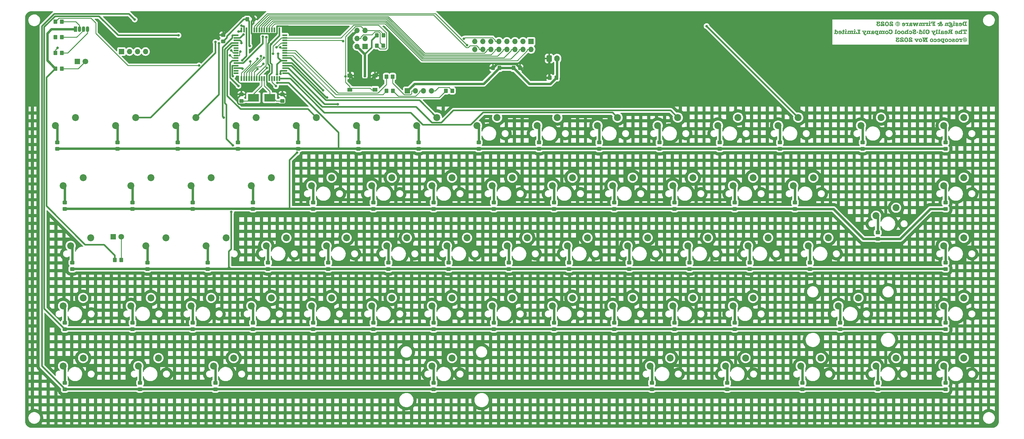
<source format=gbr>
G04 #@! TF.GenerationSoftware,KiCad,Pcbnew,7.0.9*
G04 #@! TF.CreationDate,2023-11-26T15:51:42+00:00*
G04 #@! TF.ProjectId,rosco_m68k_keyboard-2,726f7363-6f5f-46d3-9638-6b5f6b657962,0*
G04 #@! TF.SameCoordinates,Original*
G04 #@! TF.FileFunction,Copper,L2,Bot*
G04 #@! TF.FilePolarity,Positive*
%FSLAX46Y46*%
G04 Gerber Fmt 4.6, Leading zero omitted, Abs format (unit mm)*
G04 Created by KiCad (PCBNEW 7.0.9) date 2023-11-26 15:51:42*
%MOMM*%
%LPD*%
G01*
G04 APERTURE LIST*
G04 Aperture macros list*
%AMRoundRect*
0 Rectangle with rounded corners*
0 $1 Rounding radius*
0 $2 $3 $4 $5 $6 $7 $8 $9 X,Y pos of 4 corners*
0 Add a 4 corners polygon primitive as box body*
4,1,4,$2,$3,$4,$5,$6,$7,$8,$9,$2,$3,0*
0 Add four circle primitives for the rounded corners*
1,1,$1+$1,$2,$3*
1,1,$1+$1,$4,$5*
1,1,$1+$1,$6,$7*
1,1,$1+$1,$8,$9*
0 Add four rect primitives between the rounded corners*
20,1,$1+$1,$2,$3,$4,$5,0*
20,1,$1+$1,$4,$5,$6,$7,0*
20,1,$1+$1,$6,$7,$8,$9,0*
20,1,$1+$1,$8,$9,$2,$3,0*%
G04 Aperture macros list end*
%ADD10C,0.300000*%
G04 #@! TA.AperFunction,NonConductor*
%ADD11C,0.300000*%
G04 #@! TD*
G04 #@! TA.AperFunction,ComponentPad*
%ADD12R,1.700000X1.700000*%
G04 #@! TD*
G04 #@! TA.AperFunction,ComponentPad*
%ADD13O,1.700000X1.700000*%
G04 #@! TD*
G04 #@! TA.AperFunction,SMDPad,CuDef*
%ADD14RoundRect,0.250000X0.325000X0.450000X-0.325000X0.450000X-0.325000X-0.450000X0.325000X-0.450000X0*%
G04 #@! TD*
G04 #@! TA.AperFunction,ComponentPad*
%ADD15RoundRect,0.250000X-0.600000X-0.750000X0.600000X-0.750000X0.600000X0.750000X-0.600000X0.750000X0*%
G04 #@! TD*
G04 #@! TA.AperFunction,ComponentPad*
%ADD16O,1.700000X2.000000*%
G04 #@! TD*
G04 #@! TA.AperFunction,SMDPad,CuDef*
%ADD17RoundRect,0.250000X0.350000X0.450000X-0.350000X0.450000X-0.350000X-0.450000X0.350000X-0.450000X0*%
G04 #@! TD*
G04 #@! TA.AperFunction,ComponentPad*
%ADD18R,1.800000X1.800000*%
G04 #@! TD*
G04 #@! TA.AperFunction,ComponentPad*
%ADD19C,1.800000*%
G04 #@! TD*
G04 #@! TA.AperFunction,ComponentPad*
%ADD20R,1.070000X1.800000*%
G04 #@! TD*
G04 #@! TA.AperFunction,ComponentPad*
%ADD21O,1.070000X1.800000*%
G04 #@! TD*
G04 #@! TA.AperFunction,SMDPad,CuDef*
%ADD22R,1.500000X0.550000*%
G04 #@! TD*
G04 #@! TA.AperFunction,SMDPad,CuDef*
%ADD23R,0.550000X1.500000*%
G04 #@! TD*
G04 #@! TA.AperFunction,ComponentPad*
%ADD24C,2.200000*%
G04 #@! TD*
G04 #@! TA.AperFunction,SMDPad,CuDef*
%ADD25RoundRect,0.250000X0.450000X-0.325000X0.450000X0.325000X-0.450000X0.325000X-0.450000X-0.325000X0*%
G04 #@! TD*
G04 #@! TA.AperFunction,SMDPad,CuDef*
%ADD26RoundRect,0.250000X-0.325000X-0.450000X0.325000X-0.450000X0.325000X0.450000X-0.325000X0.450000X0*%
G04 #@! TD*
G04 #@! TA.AperFunction,SMDPad,CuDef*
%ADD27R,1.550000X1.300000*%
G04 #@! TD*
G04 #@! TA.AperFunction,SMDPad,CuDef*
%ADD28R,3.500000X2.400000*%
G04 #@! TD*
G04 #@! TA.AperFunction,ViaPad*
%ADD29C,0.800000*%
G04 #@! TD*
G04 #@! TA.AperFunction,Conductor*
%ADD30C,0.250000*%
G04 #@! TD*
G04 #@! TA.AperFunction,Conductor*
%ADD31C,0.500000*%
G04 #@! TD*
G04 #@! TA.AperFunction,Conductor*
%ADD32C,0.750000*%
G04 #@! TD*
G04 APERTURE END LIST*
D10*
D11*
G36*
X360817709Y-87298200D02*
G01*
X360833969Y-87299154D01*
X360849439Y-87301377D01*
X360864119Y-87304872D01*
X360878010Y-87309638D01*
X360894262Y-87317382D01*
X360909280Y-87327112D01*
X360923063Y-87338827D01*
X360935095Y-87352065D01*
X360945088Y-87366591D01*
X360953041Y-87382404D01*
X360958955Y-87399506D01*
X360962218Y-87414115D01*
X360964176Y-87429548D01*
X360964829Y-87445806D01*
X360964703Y-87452877D01*
X360963286Y-87469916D01*
X360960295Y-87486043D01*
X360955730Y-87501257D01*
X360949590Y-87515559D01*
X360941876Y-87528949D01*
X360932588Y-87541427D01*
X360926340Y-87548236D01*
X360915324Y-87558096D01*
X360901113Y-87567473D01*
X360885820Y-87574170D01*
X360869445Y-87578189D01*
X360851988Y-87579528D01*
X360847105Y-87579414D01*
X360831493Y-87577918D01*
X360816337Y-87575407D01*
X360801064Y-87572201D01*
X360797049Y-87571270D01*
X360782223Y-87568144D01*
X360766459Y-87565589D01*
X360751605Y-87564508D01*
X360738381Y-87566734D01*
X360724331Y-87575781D01*
X360715075Y-87588028D01*
X360707581Y-87604729D01*
X360703119Y-87620178D01*
X360699647Y-87638131D01*
X360697168Y-87658590D01*
X360696066Y-87673621D01*
X360695405Y-87689765D01*
X360695184Y-87707023D01*
X360695184Y-88294672D01*
X360695240Y-88303575D01*
X360695680Y-88320533D01*
X360696562Y-88336362D01*
X360698711Y-88357984D01*
X360701851Y-88377062D01*
X360705984Y-88393597D01*
X360713036Y-88411686D01*
X360721852Y-88425253D01*
X360735351Y-88435852D01*
X360751605Y-88439385D01*
X360754520Y-88439318D01*
X360769529Y-88437695D01*
X360784303Y-88435058D01*
X360799965Y-88431692D01*
X360806087Y-88430251D01*
X360821154Y-88427103D01*
X360835914Y-88424765D01*
X360851988Y-88423632D01*
X360860852Y-88423970D01*
X360877768Y-88426675D01*
X360893601Y-88432084D01*
X360908353Y-88440199D01*
X360922023Y-88451018D01*
X360932588Y-88462100D01*
X360936493Y-88466980D01*
X360945151Y-88479806D01*
X360952235Y-88493527D01*
X360957745Y-88508142D01*
X360961680Y-88523652D01*
X360964041Y-88540056D01*
X360964829Y-88557355D01*
X360964176Y-88573698D01*
X360962218Y-88589205D01*
X360958955Y-88603877D01*
X360953041Y-88621042D01*
X360945088Y-88636900D01*
X360935095Y-88651453D01*
X360923063Y-88664699D01*
X360920405Y-88667179D01*
X360906375Y-88678395D01*
X360891110Y-88687644D01*
X360874611Y-88694924D01*
X360860523Y-88699332D01*
X360845646Y-88702481D01*
X360829978Y-88704370D01*
X360813520Y-88705000D01*
X360812571Y-88704994D01*
X360797789Y-88704175D01*
X360782036Y-88702710D01*
X360767456Y-88701130D01*
X360750505Y-88699138D01*
X360666608Y-88691078D01*
X360659404Y-88690368D01*
X360644360Y-88689086D01*
X360628469Y-88687986D01*
X360611731Y-88687071D01*
X360594145Y-88686338D01*
X360575712Y-88685788D01*
X360556433Y-88685422D01*
X360541417Y-88685267D01*
X360525924Y-88685216D01*
X360521728Y-88685220D01*
X360505279Y-88685314D01*
X360489367Y-88685535D01*
X360473995Y-88685881D01*
X360459160Y-88686353D01*
X360441373Y-88687121D01*
X360424427Y-88688085D01*
X360408321Y-88689246D01*
X360254815Y-88700969D01*
X360248502Y-88701458D01*
X360231982Y-88702540D01*
X360214406Y-88703425D01*
X360199585Y-88703992D01*
X360184089Y-88704433D01*
X360167918Y-88704748D01*
X360151071Y-88704937D01*
X360133548Y-88705000D01*
X360111168Y-88704725D01*
X360089184Y-88703900D01*
X360067594Y-88702527D01*
X360046399Y-88700603D01*
X360025599Y-88698130D01*
X360005195Y-88695108D01*
X359985185Y-88691536D01*
X359965570Y-88687414D01*
X359946350Y-88682743D01*
X359927525Y-88677522D01*
X359909096Y-88671752D01*
X359891061Y-88665432D01*
X359873421Y-88658563D01*
X359856176Y-88651144D01*
X359839326Y-88643176D01*
X359822871Y-88634658D01*
X359804693Y-88624135D01*
X359786979Y-88612899D01*
X359769728Y-88600951D01*
X359752941Y-88588290D01*
X359736618Y-88574916D01*
X359720759Y-88560829D01*
X359705363Y-88546030D01*
X359690430Y-88530519D01*
X359675962Y-88514294D01*
X359661957Y-88497357D01*
X359648416Y-88479707D01*
X359635338Y-88461344D01*
X359622725Y-88442269D01*
X359610574Y-88422481D01*
X359598888Y-88401980D01*
X359587665Y-88380767D01*
X359576973Y-88359066D01*
X359566971Y-88337101D01*
X359557659Y-88314873D01*
X359549037Y-88292382D01*
X359541104Y-88269627D01*
X359533861Y-88246609D01*
X359527308Y-88223328D01*
X359521445Y-88199783D01*
X359516271Y-88175975D01*
X359511788Y-88151904D01*
X359507994Y-88127569D01*
X359504890Y-88102971D01*
X359502476Y-88078110D01*
X359500751Y-88052986D01*
X359499716Y-88027598D01*
X359499603Y-88019166D01*
X359897976Y-88019166D01*
X359898381Y-88046357D01*
X359899596Y-88072701D01*
X359901621Y-88098197D01*
X359904456Y-88122847D01*
X359908101Y-88146649D01*
X359912556Y-88169604D01*
X359917821Y-88191712D01*
X359923896Y-88212972D01*
X359930781Y-88233386D01*
X359938476Y-88252952D01*
X359946981Y-88271671D01*
X359956296Y-88289542D01*
X359966421Y-88306567D01*
X359977357Y-88322744D01*
X359989102Y-88338074D01*
X360001657Y-88352557D01*
X360013008Y-88364136D01*
X360024532Y-88374968D01*
X360036227Y-88385053D01*
X360048094Y-88394391D01*
X360066216Y-88406998D01*
X360084724Y-88417923D01*
X360103619Y-88427168D01*
X360122901Y-88434731D01*
X360142568Y-88440614D01*
X360162622Y-88444816D01*
X360183063Y-88447338D01*
X360203890Y-88448178D01*
X360208173Y-88448156D01*
X360224410Y-88447615D01*
X360239217Y-88446352D01*
X360255712Y-88443760D01*
X360269971Y-88440041D01*
X360284131Y-88434091D01*
X360296580Y-88425097D01*
X360304549Y-88414823D01*
X360310868Y-88401587D01*
X360315539Y-88385388D01*
X360318173Y-88369626D01*
X360319661Y-88351807D01*
X360320027Y-88336071D01*
X360320027Y-87666723D01*
X360319821Y-87654742D01*
X360318562Y-87636475D01*
X360316158Y-87620338D01*
X360311761Y-87603783D01*
X360305716Y-87590293D01*
X360296580Y-87578429D01*
X360295070Y-87577054D01*
X360281994Y-87568652D01*
X360267298Y-87563152D01*
X360252592Y-87559769D01*
X360235649Y-87557478D01*
X360220485Y-87556430D01*
X360203890Y-87556081D01*
X360197274Y-87556157D01*
X360180947Y-87557010D01*
X360164924Y-87558812D01*
X360149205Y-87561561D01*
X360133790Y-87565259D01*
X360118679Y-87569905D01*
X360103872Y-87575498D01*
X360090174Y-87581744D01*
X360076739Y-87588939D01*
X360063567Y-87597085D01*
X360050658Y-87606181D01*
X360038013Y-87616228D01*
X360025631Y-87627225D01*
X360013512Y-87639171D01*
X360001657Y-87652069D01*
X359989102Y-87667413D01*
X359977357Y-87683771D01*
X359966421Y-87701141D01*
X359956296Y-87719525D01*
X359946981Y-87738923D01*
X359938476Y-87759333D01*
X359930781Y-87780757D01*
X359923896Y-87803194D01*
X359917821Y-87826644D01*
X359912556Y-87851107D01*
X359908101Y-87876584D01*
X359904456Y-87903074D01*
X359901621Y-87930577D01*
X359899596Y-87959093D01*
X359898887Y-87973731D01*
X359898381Y-87988623D01*
X359898077Y-88003768D01*
X359897976Y-88019166D01*
X359499603Y-88019166D01*
X359499371Y-88001946D01*
X359499732Y-87976360D01*
X359500814Y-87950982D01*
X359502617Y-87925813D01*
X359505142Y-87900853D01*
X359508387Y-87876102D01*
X359512354Y-87851560D01*
X359517043Y-87827226D01*
X359522452Y-87803102D01*
X359528583Y-87779187D01*
X359535435Y-87755481D01*
X359543009Y-87731983D01*
X359551304Y-87708695D01*
X359560320Y-87685615D01*
X359570057Y-87662745D01*
X359580515Y-87640083D01*
X359591695Y-87617630D01*
X359602142Y-87598043D01*
X359613012Y-87579078D01*
X359624304Y-87560734D01*
X359636020Y-87543012D01*
X359648158Y-87525912D01*
X359660719Y-87509434D01*
X359673703Y-87493578D01*
X359687110Y-87478343D01*
X359700940Y-87463731D01*
X359715193Y-87449740D01*
X359729869Y-87436371D01*
X359744967Y-87423623D01*
X359760489Y-87411498D01*
X359776433Y-87399994D01*
X359792800Y-87389112D01*
X359809590Y-87378852D01*
X359826803Y-87369214D01*
X359844439Y-87360198D01*
X359862498Y-87351803D01*
X359880980Y-87344031D01*
X359899885Y-87336880D01*
X359919212Y-87330351D01*
X359938962Y-87324443D01*
X359959136Y-87319158D01*
X359979732Y-87314494D01*
X360000751Y-87310453D01*
X360022193Y-87307033D01*
X360044058Y-87304234D01*
X360066346Y-87302058D01*
X360089056Y-87300503D01*
X360112190Y-87299571D01*
X360135746Y-87299260D01*
X360150429Y-87299260D01*
X360165170Y-87299260D01*
X360179967Y-87299260D01*
X360194822Y-87299260D01*
X360209735Y-87299260D01*
X360224704Y-87299260D01*
X360239731Y-87299260D01*
X360254815Y-87299260D01*
X360408321Y-87299260D01*
X360425043Y-87299260D01*
X360440586Y-87299260D01*
X360459476Y-87299260D01*
X360476272Y-87299260D01*
X360494320Y-87299260D01*
X360509094Y-87299260D01*
X360525924Y-87299260D01*
X360542788Y-87299254D01*
X360559859Y-87299237D01*
X360577135Y-87299208D01*
X360594617Y-87299168D01*
X360612306Y-87299117D01*
X360630201Y-87299054D01*
X360648301Y-87298979D01*
X360666608Y-87298893D01*
X360673495Y-87298848D01*
X360693267Y-87298722D01*
X360711706Y-87298608D01*
X360728811Y-87298507D01*
X360744584Y-87298419D01*
X360763540Y-87298322D01*
X360780127Y-87298247D01*
X360797527Y-87298186D01*
X360813520Y-87298161D01*
X360817709Y-87298200D01*
G37*
G36*
X358862586Y-87626577D02*
G01*
X358877384Y-87627037D01*
X358906439Y-87628879D01*
X358934777Y-87631949D01*
X358962396Y-87636246D01*
X358989296Y-87641772D01*
X359015479Y-87648525D01*
X359040942Y-87656506D01*
X359065688Y-87665716D01*
X359089715Y-87676153D01*
X359113023Y-87687818D01*
X359135613Y-87700711D01*
X359157485Y-87714831D01*
X359178638Y-87730180D01*
X359199073Y-87746757D01*
X359218789Y-87764561D01*
X359237787Y-87783593D01*
X359255799Y-87803577D01*
X359272649Y-87824328D01*
X359288337Y-87845847D01*
X359302863Y-87868132D01*
X359316227Y-87891184D01*
X359328428Y-87915004D01*
X359339468Y-87939590D01*
X359349345Y-87964944D01*
X359358061Y-87991064D01*
X359365614Y-88017952D01*
X359372005Y-88045607D01*
X359377235Y-88074029D01*
X359379414Y-88088527D01*
X359381302Y-88103218D01*
X359382900Y-88118100D01*
X359384207Y-88133174D01*
X359385224Y-88148439D01*
X359385950Y-88163897D01*
X359386386Y-88179546D01*
X359386531Y-88195387D01*
X359386385Y-88211110D01*
X359385944Y-88226635D01*
X359385211Y-88241962D01*
X359384184Y-88257091D01*
X359382864Y-88272021D01*
X359381250Y-88286753D01*
X359377143Y-88315623D01*
X359371862Y-88343700D01*
X359365408Y-88370984D01*
X359357780Y-88397475D01*
X359348979Y-88423174D01*
X359339004Y-88448079D01*
X359327856Y-88472192D01*
X359315534Y-88495512D01*
X359302038Y-88518039D01*
X359287370Y-88539774D01*
X359271527Y-88560715D01*
X359254511Y-88580864D01*
X359236322Y-88600219D01*
X359217151Y-88618586D01*
X359197190Y-88635768D01*
X359176439Y-88651765D01*
X359154897Y-88666577D01*
X359132566Y-88680204D01*
X359109445Y-88692646D01*
X359085534Y-88703903D01*
X359060833Y-88713975D01*
X359035342Y-88722863D01*
X359009062Y-88730565D01*
X358981991Y-88737082D01*
X358954130Y-88742414D01*
X358925479Y-88746562D01*
X358910857Y-88748191D01*
X358896038Y-88749524D01*
X358881022Y-88750561D01*
X358865807Y-88751302D01*
X358850396Y-88751746D01*
X358834787Y-88751894D01*
X358810972Y-88751555D01*
X358787612Y-88750537D01*
X358764707Y-88748842D01*
X358742257Y-88746467D01*
X358720262Y-88743415D01*
X358698722Y-88739684D01*
X358677638Y-88735275D01*
X358657008Y-88730187D01*
X358636834Y-88724421D01*
X358617115Y-88717977D01*
X358597851Y-88710854D01*
X358579042Y-88703053D01*
X358560688Y-88694574D01*
X358542789Y-88685416D01*
X358525345Y-88675580D01*
X358508356Y-88665066D01*
X358492074Y-88654065D01*
X358476843Y-88642769D01*
X358462662Y-88631179D01*
X358449532Y-88619293D01*
X358437452Y-88607113D01*
X358426422Y-88594638D01*
X358416443Y-88581868D01*
X358407514Y-88568804D01*
X358399636Y-88555444D01*
X358392808Y-88541790D01*
X358387031Y-88527841D01*
X358382304Y-88513597D01*
X358378627Y-88499058D01*
X358376001Y-88484225D01*
X358374426Y-88469097D01*
X358373900Y-88453674D01*
X358374056Y-88446789D01*
X358375811Y-88430240D01*
X358379516Y-88414639D01*
X358385171Y-88399986D01*
X358392775Y-88386281D01*
X358402330Y-88373525D01*
X358413834Y-88361716D01*
X358424201Y-88353130D01*
X358438238Y-88344006D01*
X358453474Y-88336672D01*
X358469909Y-88331126D01*
X358487542Y-88327370D01*
X358502511Y-88325652D01*
X358518248Y-88325080D01*
X358527905Y-88325353D01*
X358546910Y-88327540D01*
X358565503Y-88331913D01*
X358583684Y-88338474D01*
X358597049Y-88344829D01*
X358610182Y-88352414D01*
X358623084Y-88361229D01*
X358635754Y-88371275D01*
X358648191Y-88382550D01*
X358660397Y-88395055D01*
X358672241Y-88407167D01*
X358684051Y-88418497D01*
X358695826Y-88429046D01*
X358707567Y-88438813D01*
X358725114Y-88451999D01*
X358742583Y-88463427D01*
X358759975Y-88473096D01*
X358777290Y-88481008D01*
X358794528Y-88487161D01*
X358811689Y-88491557D01*
X358828772Y-88494194D01*
X358845778Y-88495073D01*
X358856741Y-88494835D01*
X358872741Y-88493588D01*
X358888207Y-88491272D01*
X358903138Y-88487886D01*
X358917535Y-88483432D01*
X358931397Y-88477909D01*
X358944725Y-88471316D01*
X358957518Y-88463655D01*
X358969776Y-88454924D01*
X358981500Y-88445125D01*
X358992690Y-88434256D01*
X358999699Y-88426491D01*
X359009366Y-88414403D01*
X359018015Y-88401787D01*
X359025646Y-88388643D01*
X359032260Y-88374971D01*
X359037856Y-88360771D01*
X359042435Y-88346043D01*
X359045996Y-88330786D01*
X359048540Y-88315002D01*
X359050066Y-88298689D01*
X359050575Y-88281849D01*
X359050343Y-88272901D01*
X359048194Y-88257119D01*
X359041050Y-88243747D01*
X359039006Y-88242372D01*
X359024197Y-88237977D01*
X359008277Y-88236421D01*
X358992690Y-88236053D01*
X358466957Y-88236053D01*
X358450894Y-88235601D01*
X358436228Y-88234244D01*
X358419860Y-88231277D01*
X358403099Y-88225850D01*
X358389480Y-88218388D01*
X358377564Y-88207110D01*
X358373505Y-88201106D01*
X358366584Y-88186045D01*
X358362037Y-88170385D01*
X358359197Y-88155822D01*
X358357068Y-88139450D01*
X358355648Y-88121270D01*
X358355049Y-88106447D01*
X358354849Y-88090607D01*
X358355375Y-88064515D01*
X358356950Y-88039087D01*
X358359576Y-88014323D01*
X358362862Y-87992787D01*
X358690806Y-87992787D01*
X358691887Y-88004757D01*
X358698499Y-88018066D01*
X358708983Y-88022573D01*
X358724465Y-88024592D01*
X358739532Y-88025027D01*
X358987194Y-88025027D01*
X358989635Y-88025020D01*
X359004940Y-88024524D01*
X359020032Y-88022753D01*
X359033722Y-88016967D01*
X359037200Y-88011536D01*
X359040317Y-87996817D01*
X359040178Y-87992712D01*
X359037506Y-87977868D01*
X359031433Y-87962288D01*
X359023520Y-87948347D01*
X359015017Y-87936317D01*
X359004780Y-87923911D01*
X358997779Y-87916280D01*
X358986783Y-87905757D01*
X358975196Y-87896342D01*
X358963016Y-87888034D01*
X358950243Y-87880834D01*
X358936878Y-87874742D01*
X358922920Y-87869758D01*
X358908370Y-87865881D01*
X358893227Y-87863112D01*
X358877492Y-87861450D01*
X358861165Y-87860896D01*
X358844312Y-87861514D01*
X358828009Y-87863369D01*
X358812255Y-87866460D01*
X358797051Y-87870788D01*
X358782397Y-87876352D01*
X358768292Y-87883153D01*
X358754736Y-87891190D01*
X358741730Y-87900464D01*
X358732629Y-87907998D01*
X358721887Y-87918405D01*
X358710698Y-87931994D01*
X358701995Y-87946226D01*
X358695779Y-87961103D01*
X358692049Y-87976623D01*
X358690806Y-87992787D01*
X358362862Y-87992787D01*
X358363253Y-87990223D01*
X358367980Y-87966787D01*
X358373757Y-87944015D01*
X358380585Y-87921907D01*
X358388463Y-87900464D01*
X358397392Y-87879684D01*
X358407371Y-87859568D01*
X358418401Y-87840116D01*
X358430481Y-87821329D01*
X358443611Y-87803205D01*
X358457792Y-87785746D01*
X358473023Y-87768950D01*
X358489305Y-87752819D01*
X358506418Y-87737513D01*
X358524236Y-87723195D01*
X358542757Y-87709864D01*
X358561983Y-87697521D01*
X358581912Y-87686165D01*
X358602546Y-87675796D01*
X358623884Y-87666415D01*
X358645926Y-87658022D01*
X358668672Y-87650616D01*
X358692122Y-87644197D01*
X358716276Y-87638766D01*
X358741135Y-87634323D01*
X358766697Y-87630867D01*
X358792964Y-87628398D01*
X358819935Y-87626917D01*
X358847609Y-87626423D01*
X358862586Y-87626577D01*
G37*
G36*
X357800174Y-87649870D02*
G01*
X357780448Y-87650228D01*
X357761110Y-87651302D01*
X357742162Y-87653090D01*
X357723604Y-87655595D01*
X357705434Y-87658815D01*
X357687654Y-87662750D01*
X357670263Y-87667402D01*
X357653262Y-87672768D01*
X357636650Y-87678850D01*
X357620426Y-87685648D01*
X357604593Y-87693161D01*
X357589148Y-87701390D01*
X357574093Y-87710335D01*
X357559427Y-87719995D01*
X357545150Y-87730370D01*
X357531263Y-87741461D01*
X357528842Y-87725093D01*
X357524741Y-87710335D01*
X357516658Y-87693161D01*
X357505587Y-87678850D01*
X357491528Y-87667402D01*
X357474480Y-87658815D01*
X357459734Y-87654253D01*
X357443307Y-87651302D01*
X357425198Y-87649960D01*
X357418789Y-87649870D01*
X357399736Y-87650524D01*
X357382557Y-87652485D01*
X357367253Y-87655753D01*
X357349762Y-87662145D01*
X357335602Y-87670860D01*
X357324774Y-87681900D01*
X357317278Y-87695263D01*
X357313114Y-87710951D01*
X357312177Y-87724242D01*
X357312964Y-87740385D01*
X357315018Y-87755893D01*
X357317915Y-87770456D01*
X357320237Y-87779930D01*
X357322806Y-87796068D01*
X357324745Y-87811786D01*
X357326052Y-87827083D01*
X357326728Y-87841960D01*
X357326831Y-87850272D01*
X357326831Y-87865030D01*
X357326831Y-87880304D01*
X357326831Y-87883611D01*
X357326831Y-87899718D01*
X357326831Y-87914609D01*
X357326831Y-87929583D01*
X357326831Y-87930872D01*
X357326831Y-87939298D01*
X357327797Y-87958809D01*
X357330695Y-87976401D01*
X357335525Y-87992074D01*
X357342287Y-88005828D01*
X357350981Y-88017662D01*
X357365579Y-88030456D01*
X357378781Y-88037813D01*
X357393915Y-88043250D01*
X357410981Y-88046769D01*
X357429979Y-88048368D01*
X357436741Y-88048475D01*
X357456106Y-88047318D01*
X357474820Y-88043849D01*
X357492880Y-88038068D01*
X357510288Y-88029973D01*
X357522916Y-88022385D01*
X357535177Y-88013496D01*
X357547070Y-88003305D01*
X357558597Y-87991814D01*
X357569756Y-87979022D01*
X357573394Y-87974469D01*
X357586857Y-87958363D01*
X357600868Y-87943841D01*
X357615425Y-87930903D01*
X357630530Y-87919549D01*
X357646183Y-87909779D01*
X357662382Y-87901594D01*
X357679130Y-87894993D01*
X357696424Y-87889976D01*
X357714266Y-87886544D01*
X357732656Y-87884696D01*
X357745219Y-87884344D01*
X357766695Y-87885065D01*
X357786057Y-87887229D01*
X357803308Y-87890835D01*
X357818446Y-87895884D01*
X357835345Y-87904860D01*
X357848488Y-87916400D01*
X357857876Y-87930505D01*
X357863509Y-87947175D01*
X357865387Y-87966409D01*
X357863996Y-87981470D01*
X357858857Y-87996827D01*
X357849931Y-88009800D01*
X357837218Y-88020389D01*
X357825819Y-88026493D01*
X357810306Y-88032160D01*
X357793362Y-88037106D01*
X357778009Y-88041056D01*
X357760389Y-88045212D01*
X357740502Y-88049574D01*
X357725985Y-88052596D01*
X357710461Y-88055710D01*
X357693928Y-88058916D01*
X357676389Y-88062213D01*
X357657841Y-88065602D01*
X357638287Y-88069083D01*
X357617725Y-88072655D01*
X357600833Y-88075703D01*
X357584506Y-88078803D01*
X357568742Y-88081954D01*
X357553542Y-88085157D01*
X357538906Y-88088411D01*
X357518009Y-88093389D01*
X357498381Y-88098483D01*
X357480022Y-88103693D01*
X357462931Y-88109019D01*
X357447109Y-88114461D01*
X357432556Y-88120019D01*
X357415125Y-88127609D01*
X357399102Y-88135721D01*
X357383824Y-88144668D01*
X357369290Y-88154451D01*
X357355499Y-88165070D01*
X357342453Y-88176525D01*
X357330151Y-88188815D01*
X357318594Y-88201941D01*
X357307780Y-88215903D01*
X357298483Y-88229926D01*
X357290100Y-88244381D01*
X357282632Y-88259267D01*
X357276078Y-88274584D01*
X357270439Y-88290333D01*
X357265714Y-88306514D01*
X357261904Y-88323126D01*
X357259008Y-88340169D01*
X357257027Y-88357644D01*
X357255960Y-88375551D01*
X357255757Y-88387728D01*
X357256240Y-88406946D01*
X357257692Y-88425767D01*
X357260110Y-88444190D01*
X357263496Y-88462214D01*
X357267850Y-88479841D01*
X357273170Y-88497071D01*
X357279459Y-88513902D01*
X357286714Y-88530335D01*
X357294938Y-88546371D01*
X357304128Y-88562009D01*
X357314286Y-88577249D01*
X357325412Y-88592091D01*
X357337505Y-88606535D01*
X357350565Y-88620581D01*
X357364593Y-88634230D01*
X357379588Y-88647480D01*
X357395313Y-88660124D01*
X357411530Y-88671952D01*
X357428240Y-88682965D01*
X357445442Y-88693161D01*
X357463136Y-88702542D01*
X357481323Y-88711107D01*
X357500001Y-88718857D01*
X357519173Y-88725791D01*
X357538836Y-88731909D01*
X357558992Y-88737211D01*
X357579640Y-88741697D01*
X357600780Y-88745368D01*
X357622413Y-88748223D01*
X357644538Y-88750263D01*
X357667155Y-88751486D01*
X357690265Y-88751894D01*
X357713443Y-88751422D01*
X357736358Y-88750005D01*
X357759009Y-88747644D01*
X357781398Y-88744338D01*
X357803523Y-88740087D01*
X357825384Y-88734893D01*
X357846983Y-88728753D01*
X357868318Y-88721669D01*
X357889389Y-88713641D01*
X357910198Y-88704667D01*
X357930743Y-88694750D01*
X357951024Y-88683888D01*
X357971043Y-88672081D01*
X357990798Y-88659330D01*
X358010290Y-88645634D01*
X358029518Y-88630994D01*
X358030410Y-88648410D01*
X358033086Y-88664113D01*
X358037545Y-88678102D01*
X358046267Y-88694091D01*
X358058159Y-88707034D01*
X358073223Y-88716931D01*
X358091458Y-88723784D01*
X358107216Y-88726924D01*
X358124757Y-88728352D01*
X358131001Y-88728447D01*
X358150577Y-88727648D01*
X358168228Y-88725253D01*
X358183954Y-88721260D01*
X358197754Y-88715670D01*
X358213158Y-88705732D01*
X358225139Y-88692955D01*
X358233697Y-88677339D01*
X358238832Y-88658883D01*
X358240437Y-88643178D01*
X358240544Y-88637588D01*
X358240043Y-88622548D01*
X358238921Y-88607320D01*
X358237413Y-88591668D01*
X358235730Y-88576521D01*
X358235415Y-88573841D01*
X358233672Y-88558428D01*
X358232094Y-88542465D01*
X358230892Y-88526883D01*
X358230291Y-88511398D01*
X358230286Y-88510094D01*
X358230892Y-88495292D01*
X358232289Y-88479897D01*
X358234213Y-88463731D01*
X358235415Y-88454773D01*
X358237413Y-88439461D01*
X358239096Y-88424108D01*
X358240298Y-88408136D01*
X358240544Y-88399085D01*
X358239504Y-88382521D01*
X358236384Y-88367585D01*
X358228988Y-88350206D01*
X358217894Y-88335723D01*
X358203102Y-88324137D01*
X358189581Y-88317348D01*
X358173980Y-88312188D01*
X358156299Y-88308658D01*
X358136538Y-88306757D01*
X358122208Y-88306395D01*
X358105124Y-88306816D01*
X358089364Y-88308077D01*
X358072199Y-88310700D01*
X358056941Y-88314534D01*
X358041549Y-88320537D01*
X358035746Y-88323614D01*
X358022553Y-88332673D01*
X358010909Y-88342865D01*
X357998957Y-88355299D01*
X357988760Y-88367372D01*
X357978349Y-88381001D01*
X357971999Y-88389926D01*
X357962181Y-88404153D01*
X357952511Y-88417434D01*
X357942990Y-88429767D01*
X357933616Y-88441154D01*
X357921349Y-88454864D01*
X357909345Y-88466891D01*
X357897604Y-88477235D01*
X357883298Y-88487799D01*
X357874912Y-88492875D01*
X357859925Y-88499946D01*
X357842898Y-88505819D01*
X357827809Y-88509654D01*
X357811414Y-88512723D01*
X357793714Y-88515024D01*
X357774709Y-88516558D01*
X357759598Y-88517205D01*
X357743754Y-88517421D01*
X357725343Y-88517059D01*
X357708119Y-88515973D01*
X357692084Y-88514162D01*
X357677236Y-88511628D01*
X357657191Y-88506468D01*
X357639819Y-88499680D01*
X357625120Y-88491261D01*
X357613093Y-88481214D01*
X357603739Y-88469537D01*
X357597058Y-88456231D01*
X357593049Y-88441296D01*
X357591713Y-88424731D01*
X357593585Y-88409321D01*
X357599200Y-88395147D01*
X357608560Y-88382210D01*
X357621663Y-88370509D01*
X357638510Y-88360045D01*
X357653602Y-88353008D01*
X357670800Y-88346667D01*
X357690104Y-88341021D01*
X357711514Y-88336071D01*
X357831315Y-88311524D01*
X357849343Y-88307633D01*
X357866698Y-88303745D01*
X357883380Y-88299859D01*
X357899390Y-88295977D01*
X357914727Y-88292097D01*
X357929392Y-88288220D01*
X357950127Y-88282410D01*
X357969350Y-88276607D01*
X357987059Y-88270810D01*
X358003254Y-88265019D01*
X358017936Y-88259235D01*
X358035158Y-88251532D01*
X358039043Y-88249609D01*
X358053847Y-88241262D01*
X358067849Y-88231794D01*
X358081049Y-88221204D01*
X358093449Y-88209492D01*
X358105046Y-88196658D01*
X358115843Y-88182701D01*
X358125837Y-88167623D01*
X358135031Y-88151423D01*
X358143274Y-88134359D01*
X358150418Y-88116687D01*
X358156463Y-88098409D01*
X358161409Y-88079524D01*
X358164397Y-88064962D01*
X358166767Y-88050059D01*
X358168519Y-88034814D01*
X358169652Y-88019229D01*
X358170168Y-88003301D01*
X358170202Y-87997916D01*
X358169803Y-87978861D01*
X358168605Y-87960255D01*
X358166608Y-87942099D01*
X358163813Y-87924392D01*
X358160220Y-87907134D01*
X358155828Y-87890326D01*
X358150637Y-87873967D01*
X358144648Y-87858057D01*
X358137860Y-87842597D01*
X358130274Y-87827586D01*
X358121889Y-87813024D01*
X358112706Y-87798912D01*
X358102724Y-87785249D01*
X358091943Y-87772036D01*
X358080364Y-87759272D01*
X358067986Y-87746957D01*
X358054919Y-87735200D01*
X358041362Y-87724202D01*
X358027316Y-87713963D01*
X358012780Y-87704482D01*
X357997754Y-87695759D01*
X357982240Y-87687795D01*
X357966236Y-87680589D01*
X357949742Y-87674142D01*
X357932759Y-87668453D01*
X357915287Y-87663523D01*
X357897325Y-87659352D01*
X357878874Y-87655938D01*
X357859933Y-87653284D01*
X357840503Y-87651387D01*
X357820583Y-87650250D01*
X357800174Y-87649870D01*
G37*
G36*
X356691556Y-87649870D02*
G01*
X356674246Y-87651838D01*
X356659871Y-87657742D01*
X356648429Y-87667580D01*
X356639921Y-87681355D01*
X356634347Y-87699065D01*
X356632000Y-87716066D01*
X356631472Y-87730471D01*
X356631472Y-88353290D01*
X356631224Y-88372081D01*
X356630480Y-88389023D01*
X356629240Y-88404117D01*
X356626816Y-88421368D01*
X356622546Y-88438311D01*
X356615604Y-88451865D01*
X356603262Y-88458436D01*
X356588042Y-88456628D01*
X356573504Y-88453623D01*
X356572121Y-88453307D01*
X356557414Y-88450387D01*
X356542377Y-88448499D01*
X356534385Y-88448178D01*
X356518213Y-88449147D01*
X356503632Y-88452055D01*
X356486665Y-88458947D01*
X356472526Y-88469286D01*
X356461214Y-88483070D01*
X356452731Y-88500301D01*
X356448224Y-88515485D01*
X356445307Y-88532608D01*
X356443982Y-88551669D01*
X356443893Y-88558454D01*
X356444379Y-88576200D01*
X356445834Y-88592800D01*
X356448260Y-88608256D01*
X356451656Y-88622568D01*
X356458569Y-88641888D01*
X356467666Y-88658632D01*
X356478945Y-88672800D01*
X356492408Y-88684392D01*
X356508054Y-88693408D01*
X356525883Y-88699848D01*
X356545895Y-88703712D01*
X356568091Y-88705000D01*
X356583432Y-88704084D01*
X356601130Y-88702195D01*
X356615876Y-88700363D01*
X356632980Y-88698073D01*
X356652443Y-88695325D01*
X356668589Y-88692964D01*
X356686060Y-88690345D01*
X356701070Y-88688284D01*
X356716606Y-88686498D01*
X356732669Y-88684987D01*
X356749258Y-88683750D01*
X356766374Y-88682789D01*
X356784017Y-88682102D01*
X356802186Y-88681690D01*
X356820882Y-88681552D01*
X356836308Y-88681964D01*
X356851111Y-88682938D01*
X356867685Y-88684483D01*
X356886030Y-88686601D01*
X356901982Y-88688708D01*
X356919066Y-88691181D01*
X356932623Y-88693276D01*
X356950444Y-88696024D01*
X356967085Y-88698405D01*
X356982546Y-88700420D01*
X357000215Y-88702424D01*
X357016041Y-88703855D01*
X357032601Y-88704816D01*
X357042166Y-88705000D01*
X357059402Y-88704060D01*
X357075618Y-88701243D01*
X357090815Y-88696547D01*
X357104992Y-88689973D01*
X357118149Y-88681520D01*
X357130287Y-88671190D01*
X357134856Y-88666531D01*
X357145200Y-88653868D01*
X357153790Y-88640149D01*
X357160627Y-88625374D01*
X357165711Y-88609544D01*
X357169042Y-88592659D01*
X357170620Y-88574718D01*
X357170760Y-88567247D01*
X357169849Y-88545968D01*
X357167115Y-88526782D01*
X357162559Y-88509689D01*
X357156180Y-88494689D01*
X357147979Y-88481782D01*
X357137955Y-88470969D01*
X357126108Y-88462248D01*
X357112440Y-88455620D01*
X357096948Y-88451085D01*
X357079634Y-88448643D01*
X357067079Y-88448178D01*
X357051259Y-88451073D01*
X357035549Y-88453948D01*
X357021043Y-88456603D01*
X357011025Y-88458436D01*
X356996737Y-88458436D01*
X356982319Y-88452897D01*
X356972779Y-88439330D01*
X356966817Y-88421806D01*
X356963348Y-88403716D01*
X356961505Y-88387775D01*
X356960312Y-88369799D01*
X356959770Y-88349788D01*
X356959734Y-88342665D01*
X356959734Y-88008541D01*
X356960040Y-87987524D01*
X356960958Y-87968574D01*
X356962487Y-87951692D01*
X356964629Y-87936877D01*
X356968435Y-87920339D01*
X356974723Y-87904835D01*
X356984512Y-87893809D01*
X356994539Y-87890938D01*
X357009776Y-87894416D01*
X357025354Y-87899353D01*
X357033007Y-87901929D01*
X357047982Y-87904831D01*
X357063224Y-87906575D01*
X357067445Y-87906692D01*
X357085909Y-87905665D01*
X357102556Y-87902583D01*
X357117388Y-87897447D01*
X357130403Y-87890257D01*
X357144931Y-87877474D01*
X357153709Y-87865490D01*
X357160671Y-87851452D01*
X357165816Y-87835360D01*
X357169146Y-87817213D01*
X357170659Y-87797012D01*
X357170760Y-87789822D01*
X357170193Y-87774537D01*
X357167891Y-87756495D01*
X357163818Y-87739633D01*
X357157974Y-87723951D01*
X357150358Y-87709450D01*
X357140972Y-87696130D01*
X357134490Y-87688705D01*
X357122469Y-87677517D01*
X357109303Y-87668226D01*
X357094991Y-87660831D01*
X357079535Y-87655332D01*
X357062935Y-87651729D01*
X357045189Y-87650022D01*
X357037770Y-87649870D01*
X357022900Y-87649870D01*
X357006860Y-87649870D01*
X356990646Y-87649870D01*
X356975130Y-87649870D01*
X356969626Y-87649870D01*
X356951325Y-87649870D01*
X356933974Y-87649870D01*
X356917574Y-87649870D01*
X356902124Y-87649870D01*
X356884147Y-87649870D01*
X356867655Y-87649870D01*
X356852648Y-87649870D01*
X356849825Y-87649870D01*
X356832797Y-87649870D01*
X356816611Y-87649870D01*
X356798957Y-87649870D01*
X356783124Y-87649870D01*
X356766271Y-87649870D01*
X356755669Y-87649870D01*
X356738841Y-87649870D01*
X356721977Y-87649870D01*
X356706893Y-87649870D01*
X356691995Y-87649870D01*
X356691556Y-87649870D01*
G37*
G36*
X356819050Y-87556081D02*
G01*
X356837781Y-87555211D01*
X356855870Y-87552601D01*
X356873318Y-87548250D01*
X356890125Y-87542159D01*
X356906291Y-87534328D01*
X356921816Y-87524757D01*
X356936699Y-87513446D01*
X356950942Y-87500394D01*
X356963993Y-87486151D01*
X356975305Y-87471268D01*
X356984876Y-87455743D01*
X356992707Y-87439577D01*
X356998798Y-87422770D01*
X357003148Y-87405322D01*
X357005759Y-87387233D01*
X357006629Y-87368503D01*
X357005776Y-87349274D01*
X357003217Y-87330790D01*
X356998952Y-87313050D01*
X356992982Y-87296054D01*
X356985305Y-87279802D01*
X356975923Y-87264295D01*
X356964835Y-87249532D01*
X356952041Y-87235512D01*
X356938022Y-87222718D01*
X356923258Y-87211630D01*
X356907751Y-87202248D01*
X356891499Y-87194571D01*
X356874503Y-87188601D01*
X356856763Y-87184336D01*
X356838279Y-87181777D01*
X356819050Y-87180924D01*
X356799742Y-87181777D01*
X356781200Y-87184336D01*
X356763426Y-87188601D01*
X356746419Y-87194571D01*
X356730178Y-87202248D01*
X356714705Y-87211630D01*
X356699999Y-87222718D01*
X356686060Y-87235512D01*
X356673266Y-87249532D01*
X356662178Y-87264295D01*
X356652795Y-87279802D01*
X356645119Y-87296054D01*
X356639148Y-87313050D01*
X356634884Y-87330790D01*
X356632325Y-87349274D01*
X356631472Y-87368503D01*
X356632325Y-87387731D01*
X356634884Y-87406215D01*
X356639148Y-87423955D01*
X356645119Y-87440951D01*
X356652795Y-87457203D01*
X356662178Y-87472710D01*
X356673266Y-87487474D01*
X356686060Y-87501493D01*
X356699999Y-87514287D01*
X356714705Y-87525375D01*
X356730178Y-87534758D01*
X356746419Y-87542434D01*
X356763426Y-87548405D01*
X356781200Y-87552669D01*
X356799742Y-87555228D01*
X356819050Y-87556081D01*
G37*
G36*
X355528051Y-87392192D02*
G01*
X355549913Y-87393462D01*
X355570847Y-87395820D01*
X355590854Y-87399266D01*
X355609934Y-87403801D01*
X355628086Y-87409424D01*
X355645311Y-87416136D01*
X355661608Y-87423936D01*
X355676979Y-87432824D01*
X355691421Y-87442801D01*
X355704937Y-87453866D01*
X355713322Y-87461752D01*
X355724885Y-87474307D01*
X355735230Y-87487731D01*
X355744359Y-87502025D01*
X355752271Y-87517188D01*
X355758965Y-87533220D01*
X355764442Y-87550122D01*
X355768702Y-87567893D01*
X355771745Y-87586534D01*
X355773571Y-87606044D01*
X355774180Y-87626423D01*
X355788256Y-87626423D01*
X355804871Y-87626423D01*
X355822179Y-87626423D01*
X355837871Y-87626423D01*
X355852948Y-87626423D01*
X355875889Y-87626809D01*
X355898366Y-87627969D01*
X355920379Y-87629901D01*
X355941929Y-87632605D01*
X355963015Y-87636083D01*
X355983637Y-87640333D01*
X356003795Y-87645357D01*
X356023490Y-87651153D01*
X356042722Y-87657721D01*
X356061489Y-87665063D01*
X356079793Y-87673177D01*
X356097633Y-87682065D01*
X356115010Y-87691725D01*
X356131923Y-87702157D01*
X356148372Y-87713363D01*
X356164357Y-87725341D01*
X356179574Y-87737889D01*
X356193810Y-87750804D01*
X356207063Y-87764084D01*
X356219335Y-87777732D01*
X356230625Y-87791745D01*
X356240933Y-87806125D01*
X356250260Y-87820871D01*
X356258605Y-87835983D01*
X356265968Y-87851462D01*
X356272349Y-87867308D01*
X356277749Y-87883519D01*
X356282167Y-87900097D01*
X356285603Y-87917042D01*
X356288057Y-87934352D01*
X356289530Y-87952029D01*
X356290020Y-87970073D01*
X356289740Y-87982509D01*
X356288267Y-88000917D01*
X356285532Y-88019028D01*
X356281535Y-88036843D01*
X356276276Y-88054362D01*
X356269754Y-88071585D01*
X356261971Y-88088511D01*
X356252925Y-88105142D01*
X356242616Y-88121476D01*
X356231046Y-88137513D01*
X356218213Y-88153255D01*
X356223996Y-88155871D01*
X356240676Y-88163782D01*
X356256351Y-88171790D01*
X356271021Y-88179895D01*
X356284687Y-88188096D01*
X356297348Y-88196394D01*
X356312666Y-88207608D01*
X356326199Y-88218994D01*
X356337945Y-88230552D01*
X356347906Y-88242281D01*
X356350115Y-88245246D01*
X356358249Y-88257786D01*
X356365262Y-88271413D01*
X356371152Y-88286127D01*
X356375921Y-88301930D01*
X356379567Y-88318820D01*
X356382092Y-88336797D01*
X356383494Y-88355863D01*
X356383810Y-88370875D01*
X356383163Y-88389949D01*
X356381222Y-88408061D01*
X356377988Y-88425212D01*
X356373460Y-88441400D01*
X356367638Y-88456627D01*
X356360523Y-88470893D01*
X356352113Y-88484196D01*
X356342411Y-88496538D01*
X356331414Y-88507918D01*
X356319123Y-88518337D01*
X356305539Y-88527794D01*
X356290662Y-88536289D01*
X356274490Y-88543822D01*
X356257025Y-88550394D01*
X356238266Y-88556004D01*
X356218213Y-88560652D01*
X356243944Y-88569061D01*
X356268016Y-88578260D01*
X356290427Y-88588250D01*
X356311178Y-88599029D01*
X356330269Y-88610598D01*
X356347700Y-88622957D01*
X356363471Y-88636106D01*
X356377581Y-88650045D01*
X356390032Y-88664774D01*
X356400823Y-88680293D01*
X356409953Y-88696602D01*
X356417424Y-88713701D01*
X356423234Y-88731590D01*
X356427384Y-88750268D01*
X356429874Y-88769737D01*
X356430704Y-88789996D01*
X356430106Y-88808900D01*
X356428311Y-88827325D01*
X356425320Y-88845273D01*
X356421133Y-88862742D01*
X356415749Y-88879734D01*
X356409169Y-88896247D01*
X356401392Y-88912283D01*
X356392419Y-88927841D01*
X356382250Y-88942920D01*
X356370884Y-88957522D01*
X356358322Y-88971645D01*
X356344563Y-88985291D01*
X356329608Y-88998459D01*
X356313456Y-89011148D01*
X356296108Y-89023360D01*
X356277564Y-89035094D01*
X356258029Y-89046229D01*
X356237710Y-89056646D01*
X356216607Y-89066345D01*
X356194720Y-89075325D01*
X356172048Y-89083587D01*
X356148592Y-89091130D01*
X356124352Y-89097955D01*
X356099328Y-89104062D01*
X356073519Y-89109450D01*
X356046926Y-89114120D01*
X356019549Y-89118071D01*
X355991388Y-89121304D01*
X355962442Y-89123818D01*
X355947675Y-89124806D01*
X355932712Y-89125614D01*
X355917553Y-89126243D01*
X355902198Y-89126692D01*
X355886647Y-89126961D01*
X355870900Y-89127051D01*
X355853338Y-89126946D01*
X355836006Y-89126632D01*
X355818905Y-89126108D01*
X355802035Y-89125374D01*
X355785394Y-89124430D01*
X355768985Y-89123277D01*
X355752805Y-89121915D01*
X355736856Y-89120342D01*
X355721138Y-89118560D01*
X355705649Y-89116568D01*
X355690392Y-89114367D01*
X355675364Y-89111956D01*
X355660567Y-89109335D01*
X355646001Y-89106505D01*
X355617559Y-89100215D01*
X355590039Y-89093087D01*
X355563440Y-89085120D01*
X355537763Y-89076314D01*
X355513008Y-89066670D01*
X355489174Y-89056187D01*
X355466262Y-89044865D01*
X355444271Y-89032705D01*
X355423203Y-89019706D01*
X355403239Y-89006028D01*
X355384563Y-88991737D01*
X355367175Y-88976833D01*
X355351075Y-88961317D01*
X355336263Y-88945188D01*
X355322739Y-88928447D01*
X355310503Y-88911094D01*
X355299555Y-88893128D01*
X355289895Y-88874549D01*
X355281523Y-88855358D01*
X355274439Y-88835554D01*
X355268643Y-88815138D01*
X355264135Y-88794109D01*
X355260915Y-88772468D01*
X355260274Y-88765083D01*
X355594295Y-88765083D01*
X355594544Y-88771552D01*
X355598285Y-88789727D01*
X355606514Y-88806053D01*
X355619232Y-88820532D01*
X355636438Y-88833162D01*
X355650403Y-88840555D01*
X355666363Y-88847126D01*
X355684318Y-88852876D01*
X355704267Y-88857805D01*
X355726212Y-88861913D01*
X355750152Y-88865198D01*
X355776086Y-88867663D01*
X355804016Y-88869306D01*
X355818729Y-88869819D01*
X355833940Y-88870127D01*
X355849651Y-88870230D01*
X355865203Y-88870126D01*
X355880262Y-88869816D01*
X355908899Y-88868575D01*
X355935560Y-88866507D01*
X355960247Y-88863612D01*
X355982959Y-88859890D01*
X356003695Y-88855341D01*
X356022457Y-88849964D01*
X356039244Y-88843760D01*
X356054056Y-88836729D01*
X356066893Y-88828871D01*
X356082446Y-88815532D01*
X356093555Y-88800333D01*
X356100220Y-88783272D01*
X356102442Y-88764351D01*
X356102347Y-88760889D01*
X356099042Y-88744138D01*
X356091013Y-88728317D01*
X356081190Y-88716330D01*
X356068344Y-88704938D01*
X356052476Y-88694142D01*
X356038592Y-88686435D01*
X356023007Y-88679063D01*
X356005722Y-88672027D01*
X355996203Y-88673047D01*
X355977759Y-88674890D01*
X355960105Y-88676470D01*
X355943241Y-88677787D01*
X355927167Y-88678840D01*
X355911882Y-88679630D01*
X355893888Y-88680247D01*
X355877128Y-88680453D01*
X355866783Y-88680453D01*
X355851803Y-88680453D01*
X355835579Y-88680453D01*
X355819242Y-88680453D01*
X355810021Y-88680453D01*
X355793956Y-88680453D01*
X355777464Y-88680453D01*
X355761723Y-88680453D01*
X355751422Y-88680536D01*
X355731802Y-88681197D01*
X355713489Y-88682519D01*
X355696485Y-88684503D01*
X355680788Y-88687147D01*
X355659696Y-88692354D01*
X355641547Y-88699049D01*
X355626342Y-88707231D01*
X355614079Y-88716900D01*
X355602306Y-88732107D01*
X355595766Y-88749959D01*
X355594295Y-88765083D01*
X355260274Y-88765083D01*
X355258983Y-88750214D01*
X355258339Y-88727348D01*
X355258772Y-88709383D01*
X355260073Y-88691942D01*
X355262241Y-88675025D01*
X355265277Y-88658632D01*
X355269179Y-88642762D01*
X355273949Y-88627416D01*
X355279586Y-88612594D01*
X355286091Y-88598296D01*
X355293462Y-88584521D01*
X355301701Y-88571271D01*
X355310807Y-88558544D01*
X355320781Y-88546341D01*
X355331622Y-88534662D01*
X355343329Y-88523506D01*
X355355905Y-88512874D01*
X355369347Y-88502766D01*
X355383588Y-88493184D01*
X355398559Y-88484219D01*
X355414260Y-88475873D01*
X355430690Y-88468145D01*
X355447851Y-88461035D01*
X355465741Y-88454544D01*
X355484361Y-88448670D01*
X355503711Y-88443415D01*
X355523791Y-88438779D01*
X355544601Y-88434760D01*
X355566140Y-88431360D01*
X355588410Y-88428578D01*
X355611409Y-88426414D01*
X355635139Y-88424868D01*
X355659598Y-88423941D01*
X355684787Y-88423632D01*
X355821441Y-88423632D01*
X355844888Y-88423632D01*
X355859748Y-88423607D01*
X355880751Y-88423480D01*
X355900209Y-88423242D01*
X355918121Y-88422896D01*
X355934487Y-88422440D01*
X355949307Y-88421874D01*
X355966664Y-88420949D01*
X355984496Y-88419520D01*
X356000226Y-88417404D01*
X356012604Y-88415182D01*
X356029673Y-88411078D01*
X356044946Y-88406046D01*
X356062514Y-88397895D01*
X356076888Y-88388094D01*
X356088068Y-88376646D01*
X356096053Y-88363548D01*
X356100845Y-88348802D01*
X356102442Y-88332407D01*
X356102302Y-88328851D01*
X356098199Y-88313237D01*
X356089784Y-88299893D01*
X356078740Y-88288631D01*
X356066538Y-88279284D01*
X356054815Y-88283314D01*
X356040186Y-88288949D01*
X356025608Y-88294219D01*
X356011083Y-88299127D01*
X355996608Y-88303670D01*
X355982186Y-88307851D01*
X355967815Y-88311667D01*
X355953495Y-88315121D01*
X355932112Y-88319619D01*
X355910845Y-88323299D01*
X355889694Y-88326162D01*
X355868659Y-88328207D01*
X355847739Y-88329434D01*
X355826936Y-88329842D01*
X355801465Y-88329462D01*
X355776618Y-88328320D01*
X355752395Y-88326416D01*
X355728796Y-88323752D01*
X355705821Y-88320326D01*
X355683470Y-88316138D01*
X355661743Y-88311189D01*
X355640640Y-88305479D01*
X355620161Y-88299008D01*
X355600305Y-88291775D01*
X355581074Y-88283781D01*
X355562467Y-88275025D01*
X355544483Y-88265508D01*
X355527124Y-88255230D01*
X355510389Y-88244191D01*
X355494277Y-88232390D01*
X355478972Y-88219919D01*
X355464653Y-88206962D01*
X355451322Y-88193518D01*
X355438979Y-88179587D01*
X355427623Y-88165170D01*
X355417255Y-88150267D01*
X355407874Y-88134877D01*
X355399480Y-88119000D01*
X355392074Y-88102637D01*
X355385656Y-88085787D01*
X355380225Y-88068450D01*
X355375781Y-88050627D01*
X355372325Y-88032317D01*
X355369856Y-88013521D01*
X355368375Y-87994239D01*
X355367992Y-87978866D01*
X355703838Y-87978866D01*
X355703981Y-87986080D01*
X355705591Y-88003527D01*
X355708990Y-88020133D01*
X355714177Y-88035898D01*
X355721154Y-88050823D01*
X355729920Y-88064907D01*
X355740474Y-88078150D01*
X355745128Y-88083075D01*
X355757414Y-88093996D01*
X355770630Y-88102931D01*
X355784777Y-88109881D01*
X355799854Y-88114845D01*
X355815861Y-88117824D01*
X355832798Y-88118817D01*
X355839684Y-88118658D01*
X355856249Y-88116871D01*
X355871884Y-88113098D01*
X355886589Y-88107340D01*
X355900363Y-88099595D01*
X355913208Y-88089866D01*
X355925122Y-88078150D01*
X355931669Y-88070289D01*
X355941150Y-88056443D01*
X355948842Y-88041667D01*
X355954746Y-88025960D01*
X355958860Y-88009324D01*
X355961186Y-87991757D01*
X355961758Y-87977034D01*
X355961615Y-87969559D01*
X355960005Y-87951586D01*
X355956606Y-87934633D01*
X355951418Y-87918699D01*
X355944442Y-87903785D01*
X355935676Y-87889891D01*
X355925122Y-87877016D01*
X355920468Y-87872225D01*
X355908182Y-87861599D01*
X355894965Y-87852905D01*
X355880819Y-87846143D01*
X355865742Y-87841313D01*
X355849735Y-87838415D01*
X355832798Y-87837449D01*
X355825911Y-87837608D01*
X355809346Y-87839395D01*
X355793711Y-87843168D01*
X355779007Y-87848926D01*
X355765232Y-87856670D01*
X355752388Y-87866400D01*
X355740474Y-87878115D01*
X355733927Y-87885911D01*
X355724446Y-87899662D01*
X355716753Y-87914361D01*
X355710850Y-87930009D01*
X355706736Y-87946604D01*
X355704410Y-87964148D01*
X355703838Y-87978866D01*
X355367992Y-87978866D01*
X355367882Y-87974469D01*
X355368676Y-87948507D01*
X355371059Y-87923653D01*
X355375030Y-87899907D01*
X355380590Y-87877268D01*
X355387738Y-87855737D01*
X355396475Y-87835314D01*
X355406801Y-87815998D01*
X355418715Y-87797790D01*
X355432217Y-87780690D01*
X355447308Y-87764697D01*
X355463988Y-87749812D01*
X355482256Y-87736035D01*
X355502113Y-87723365D01*
X355523558Y-87711803D01*
X355546591Y-87701349D01*
X355571214Y-87692002D01*
X355572330Y-87685974D01*
X355573046Y-87671120D01*
X355572880Y-87662868D01*
X355571012Y-87644567D01*
X355567069Y-87629594D01*
X355559599Y-87616019D01*
X355547107Y-87606237D01*
X355530547Y-87602976D01*
X355528253Y-87603037D01*
X355513693Y-87607422D01*
X355503803Y-87618729D01*
X355483286Y-87654267D01*
X355479912Y-87659990D01*
X355470398Y-87672682D01*
X355459347Y-87683066D01*
X355446757Y-87691143D01*
X355432628Y-87696912D01*
X355416961Y-87700374D01*
X355399755Y-87701528D01*
X355387299Y-87700955D01*
X355372501Y-87698630D01*
X355355877Y-87693478D01*
X355340490Y-87685750D01*
X355326339Y-87675446D01*
X355315491Y-87664891D01*
X355311410Y-87660246D01*
X355302358Y-87648056D01*
X355294952Y-87635044D01*
X355289192Y-87621209D01*
X355285078Y-87606551D01*
X355282609Y-87591070D01*
X355281786Y-87574766D01*
X355282045Y-87564894D01*
X355284117Y-87545820D01*
X355288262Y-87527639D01*
X355294478Y-87510351D01*
X355302767Y-87493957D01*
X355313129Y-87478455D01*
X355325562Y-87463846D01*
X355336247Y-87453476D01*
X355348098Y-87443607D01*
X355356513Y-87437352D01*
X355369607Y-87428726D01*
X355383269Y-87421007D01*
X355397497Y-87414197D01*
X355412292Y-87408295D01*
X355427653Y-87403300D01*
X355443582Y-87399214D01*
X355460077Y-87396036D01*
X355477138Y-87393766D01*
X355494767Y-87392404D01*
X355512962Y-87391950D01*
X355528051Y-87392192D01*
G37*
G36*
X354777669Y-87709954D02*
G01*
X354777669Y-87812536D01*
X354767461Y-87801086D01*
X354757171Y-87789999D01*
X354746799Y-87779276D01*
X354736344Y-87768916D01*
X354715188Y-87749287D01*
X354693703Y-87731112D01*
X354671888Y-87714391D01*
X354649745Y-87699123D01*
X354627272Y-87685310D01*
X354604470Y-87672951D01*
X354581339Y-87662046D01*
X354557879Y-87652595D01*
X354534089Y-87644598D01*
X354509971Y-87638055D01*
X354485523Y-87632966D01*
X354460746Y-87629331D01*
X354435640Y-87627150D01*
X354410205Y-87626423D01*
X354383189Y-87627048D01*
X354357186Y-87628925D01*
X354332196Y-87632052D01*
X354308219Y-87636429D01*
X354285255Y-87642058D01*
X354263305Y-87648937D01*
X354242368Y-87657067D01*
X354222444Y-87666448D01*
X354203533Y-87677080D01*
X354185636Y-87688963D01*
X354168751Y-87702096D01*
X354152880Y-87716480D01*
X354138022Y-87732115D01*
X354124178Y-87749001D01*
X354111347Y-87767137D01*
X354099528Y-87786524D01*
X354090821Y-87802805D01*
X354082969Y-87820734D01*
X354075974Y-87840311D01*
X354069836Y-87861537D01*
X354066219Y-87876604D01*
X354062984Y-87892404D01*
X354060129Y-87908936D01*
X354057654Y-87926201D01*
X354055560Y-87944198D01*
X354053847Y-87962929D01*
X354052515Y-87982392D01*
X354051563Y-88002588D01*
X354050992Y-88023516D01*
X354050802Y-88045177D01*
X354050802Y-88353656D01*
X354050451Y-88372382D01*
X354049398Y-88389265D01*
X354047643Y-88404307D01*
X354044211Y-88421497D01*
X354039532Y-88435413D01*
X354031927Y-88448204D01*
X354018005Y-88457515D01*
X354010868Y-88458436D01*
X353995505Y-88456241D01*
X353980826Y-88452208D01*
X353965593Y-88448843D01*
X353951151Y-88448178D01*
X353935437Y-88449147D01*
X353916890Y-88453455D01*
X353901091Y-88461209D01*
X353888039Y-88472409D01*
X353877735Y-88487055D01*
X353870179Y-88505147D01*
X353866315Y-88520977D01*
X353863996Y-88538746D01*
X353863224Y-88558454D01*
X353863713Y-88576200D01*
X353865181Y-88592800D01*
X353867628Y-88608256D01*
X353871055Y-88622568D01*
X353878029Y-88641888D01*
X353887206Y-88658632D01*
X353898586Y-88672800D01*
X353912167Y-88684392D01*
X353927952Y-88693408D01*
X353945939Y-88699848D01*
X353966128Y-88703712D01*
X353980811Y-88704856D01*
X353988520Y-88705000D01*
X354004862Y-88704596D01*
X354021408Y-88703609D01*
X354036988Y-88702333D01*
X354054195Y-88700646D01*
X354069133Y-88699001D01*
X354085113Y-88697092D01*
X354089270Y-88696573D01*
X354105425Y-88694512D01*
X354120549Y-88692726D01*
X354138005Y-88690880D01*
X354153851Y-88689463D01*
X354170741Y-88688330D01*
X354187515Y-88687789D01*
X354189654Y-88687780D01*
X354206072Y-88687995D01*
X354222813Y-88688639D01*
X354239875Y-88689712D01*
X354257260Y-88691215D01*
X354274966Y-88693147D01*
X354292995Y-88695508D01*
X354300296Y-88696573D01*
X354318104Y-88699001D01*
X354334893Y-88701017D01*
X354350662Y-88702621D01*
X354365412Y-88703815D01*
X354381765Y-88704703D01*
X354396650Y-88705000D01*
X354411556Y-88704507D01*
X354432113Y-88701923D01*
X354450505Y-88697123D01*
X354466734Y-88690107D01*
X354480799Y-88680877D01*
X354492700Y-88669431D01*
X354502438Y-88655769D01*
X354510011Y-88639893D01*
X354515421Y-88621800D01*
X354518666Y-88601493D01*
X354519628Y-88586724D01*
X354519748Y-88578970D01*
X354519004Y-88559404D01*
X354516773Y-88541648D01*
X354513054Y-88525702D01*
X354507847Y-88511565D01*
X354498591Y-88495531D01*
X354486690Y-88482714D01*
X354472144Y-88473114D01*
X354454953Y-88466731D01*
X354440325Y-88464055D01*
X354435118Y-88463565D01*
X354418970Y-88461242D01*
X354403205Y-88455643D01*
X354391381Y-88446979D01*
X354382568Y-88432997D01*
X354379283Y-88417691D01*
X354379064Y-88411908D01*
X354379064Y-88123213D01*
X354379185Y-88108517D01*
X354379816Y-88087519D01*
X354380988Y-88067778D01*
X354382701Y-88049292D01*
X354384955Y-88032061D01*
X354387750Y-88016087D01*
X354391086Y-88001368D01*
X354396375Y-87983697D01*
X354402626Y-87968258D01*
X354409839Y-87955052D01*
X354420512Y-87941120D01*
X354433295Y-87929549D01*
X354448189Y-87920340D01*
X354465194Y-87913492D01*
X354480318Y-87909714D01*
X354496793Y-87907447D01*
X354514619Y-87906692D01*
X354530092Y-87907201D01*
X354545050Y-87908727D01*
X354559493Y-87911271D01*
X354577949Y-87916245D01*
X354595488Y-87923029D01*
X354612112Y-87931621D01*
X354627820Y-87942022D01*
X354642612Y-87954233D01*
X354653105Y-87964577D01*
X354662795Y-87975639D01*
X354674232Y-87991250D01*
X354683975Y-88007845D01*
X354692024Y-88025425D01*
X354696948Y-88039256D01*
X354700920Y-88053640D01*
X354703938Y-88068579D01*
X354706003Y-88084071D01*
X354707115Y-88100118D01*
X354707327Y-88111123D01*
X354707327Y-88325446D01*
X354707262Y-88342185D01*
X354707069Y-88357642D01*
X354706611Y-88376258D01*
X354705924Y-88392595D01*
X354704744Y-88409813D01*
X354702855Y-88425776D01*
X354700000Y-88437920D01*
X354690365Y-88450628D01*
X354676433Y-88458385D01*
X354661424Y-88462735D01*
X354657135Y-88463565D01*
X354641421Y-88467550D01*
X354627803Y-88474373D01*
X354616280Y-88484036D01*
X354606851Y-88496538D01*
X354599518Y-88511880D01*
X354594281Y-88530061D01*
X354591727Y-88545559D01*
X354590352Y-88562656D01*
X354590090Y-88574940D01*
X354590522Y-88590690D01*
X354591819Y-88605423D01*
X354595385Y-88625618D01*
X354600895Y-88643526D01*
X354608350Y-88659149D01*
X354617751Y-88672485D01*
X354629096Y-88683535D01*
X354642386Y-88692298D01*
X354657621Y-88698776D01*
X354674801Y-88702967D01*
X354693925Y-88704872D01*
X354700732Y-88705000D01*
X354717219Y-88704610D01*
X354733147Y-88703631D01*
X354747916Y-88702317D01*
X354763715Y-88700566D01*
X354777669Y-88698771D01*
X354796296Y-88696195D01*
X354813710Y-88693963D01*
X354829910Y-88692074D01*
X354844897Y-88690528D01*
X354861923Y-88689079D01*
X354877054Y-88688167D01*
X354892707Y-88687780D01*
X354908009Y-88688089D01*
X354922728Y-88688819D01*
X354939235Y-88689979D01*
X354957532Y-88691567D01*
X354973458Y-88693147D01*
X354990528Y-88695002D01*
X355004082Y-88696573D01*
X355022011Y-88698548D01*
X355038795Y-88700260D01*
X355054434Y-88701708D01*
X355072373Y-88703148D01*
X355088523Y-88704177D01*
X355105542Y-88704868D01*
X355115457Y-88705000D01*
X355131339Y-88704453D01*
X355146197Y-88702813D01*
X355166562Y-88698303D01*
X355184622Y-88691332D01*
X355200377Y-88681902D01*
X355213825Y-88670012D01*
X355224969Y-88655661D01*
X355233807Y-88638851D01*
X355240339Y-88619580D01*
X355244566Y-88597849D01*
X355246103Y-88581996D01*
X355246615Y-88565048D01*
X355245739Y-88544162D01*
X355243112Y-88525331D01*
X355238732Y-88508553D01*
X355232602Y-88493831D01*
X355224719Y-88481162D01*
X355211484Y-88467466D01*
X355195135Y-88457423D01*
X355180830Y-88452287D01*
X355164773Y-88449205D01*
X355146964Y-88448178D01*
X355131697Y-88449160D01*
X355116013Y-88451830D01*
X355109595Y-88453307D01*
X355094441Y-88456628D01*
X355079449Y-88458431D01*
X355078820Y-88458436D01*
X355064973Y-88452967D01*
X355055811Y-88439571D01*
X355050085Y-88422269D01*
X355046753Y-88404409D01*
X355044983Y-88388670D01*
X355043838Y-88370921D01*
X355043318Y-88351163D01*
X355043283Y-88344131D01*
X355043283Y-88014403D01*
X355043592Y-87993582D01*
X355044519Y-87974810D01*
X355046065Y-87958085D01*
X355048229Y-87943408D01*
X355052076Y-87927025D01*
X355058430Y-87911666D01*
X355068322Y-87900743D01*
X355078454Y-87897899D01*
X355093885Y-87899449D01*
X355109221Y-87902025D01*
X355110694Y-87902295D01*
X355125558Y-87904798D01*
X355140846Y-87906481D01*
X355146964Y-87906692D01*
X355164773Y-87905684D01*
X355180830Y-87902660D01*
X355195135Y-87897621D01*
X355211484Y-87887766D01*
X355224719Y-87874328D01*
X355232602Y-87861898D01*
X355238732Y-87847452D01*
X355243112Y-87830990D01*
X355245739Y-87812513D01*
X355246615Y-87792020D01*
X355246083Y-87776718D01*
X355244485Y-87762138D01*
X355240992Y-87744927D01*
X355235834Y-87728843D01*
X355229013Y-87713886D01*
X355220529Y-87700057D01*
X355212543Y-87689804D01*
X355201253Y-87678300D01*
X355188908Y-87668745D01*
X355175508Y-87661141D01*
X355161052Y-87655486D01*
X355145540Y-87651781D01*
X355128973Y-87650026D01*
X355122051Y-87649870D01*
X355105624Y-87651169D01*
X355090392Y-87653348D01*
X355074378Y-87656053D01*
X355058947Y-87658897D01*
X355048778Y-87660861D01*
X355033185Y-87663586D01*
X355018645Y-87665532D01*
X355003546Y-87666791D01*
X354992725Y-87667090D01*
X354977612Y-87666563D01*
X354960632Y-87665238D01*
X354943287Y-87663461D01*
X354926865Y-87661527D01*
X354908654Y-87659182D01*
X354904797Y-87658663D01*
X354890017Y-87656602D01*
X354874020Y-87654413D01*
X354858461Y-87652352D01*
X354843887Y-87650566D01*
X354835921Y-87649870D01*
X354819139Y-87651337D01*
X354802756Y-87656970D01*
X354790468Y-87666828D01*
X354782277Y-87680910D01*
X354778579Y-87695872D01*
X354777669Y-87709954D01*
G37*
G36*
X352619254Y-87275051D02*
G01*
X352639830Y-87276064D01*
X352659897Y-87277753D01*
X352679455Y-87280117D01*
X352698503Y-87283157D01*
X352717041Y-87286872D01*
X352735071Y-87291263D01*
X352752590Y-87296329D01*
X352769600Y-87302070D01*
X352786101Y-87308488D01*
X352802092Y-87315580D01*
X352817574Y-87323348D01*
X352832546Y-87331792D01*
X352847009Y-87340911D01*
X352860962Y-87350705D01*
X352874406Y-87361175D01*
X352887139Y-87372188D01*
X352899050Y-87383609D01*
X352910140Y-87395440D01*
X352920408Y-87407681D01*
X352929855Y-87420330D01*
X352938480Y-87433389D01*
X352946284Y-87446857D01*
X352953266Y-87460735D01*
X352959427Y-87475022D01*
X352964767Y-87489718D01*
X352969285Y-87504823D01*
X352972981Y-87520338D01*
X352975856Y-87536262D01*
X352977910Y-87552595D01*
X352979142Y-87569338D01*
X352979553Y-87586489D01*
X352979471Y-87593592D01*
X352978236Y-87615226D01*
X352976590Y-87629921D01*
X352974286Y-87644833D01*
X352971324Y-87659963D01*
X352967703Y-87675310D01*
X352963424Y-87690875D01*
X352958487Y-87706657D01*
X352952891Y-87722657D01*
X352946637Y-87738874D01*
X352939725Y-87755309D01*
X352932155Y-87771961D01*
X352923926Y-87788831D01*
X352915038Y-87805919D01*
X352905493Y-87823224D01*
X352895289Y-87840746D01*
X352908707Y-87847547D01*
X352922517Y-87854566D01*
X352936322Y-87861629D01*
X352950589Y-87869308D01*
X352964354Y-87876776D01*
X352977619Y-87884032D01*
X352996578Y-87894518D01*
X353014409Y-87904528D01*
X353031113Y-87914061D01*
X353046691Y-87923118D01*
X353061141Y-87931698D01*
X353074464Y-87939802D01*
X353090475Y-87949865D01*
X353104483Y-87959082D01*
X353126266Y-87974528D01*
X353146644Y-87990732D01*
X353165616Y-88007695D01*
X353183183Y-88025417D01*
X353199344Y-88043897D01*
X353214100Y-88063135D01*
X353227451Y-88083132D01*
X353239397Y-88103887D01*
X353249937Y-88125401D01*
X353259072Y-88147674D01*
X353266801Y-88170704D01*
X353273125Y-88194494D01*
X353278044Y-88219042D01*
X353281557Y-88244348D01*
X353283665Y-88270413D01*
X353284368Y-88297236D01*
X353283796Y-88321171D01*
X353282078Y-88344617D01*
X353279216Y-88367574D01*
X353275209Y-88390041D01*
X353270057Y-88412018D01*
X353263760Y-88433506D01*
X353256318Y-88454505D01*
X353247732Y-88475014D01*
X353238000Y-88495034D01*
X353227124Y-88514564D01*
X353215102Y-88533605D01*
X353201936Y-88552157D01*
X353187625Y-88570219D01*
X353172169Y-88587792D01*
X353155568Y-88604875D01*
X353137822Y-88621468D01*
X353119225Y-88637262D01*
X353100070Y-88652037D01*
X353080356Y-88665793D01*
X353060084Y-88678530D01*
X353039255Y-88690248D01*
X353017867Y-88700947D01*
X352995920Y-88710627D01*
X352973416Y-88719288D01*
X352950354Y-88726930D01*
X352926733Y-88733553D01*
X352902555Y-88739157D01*
X352877818Y-88743743D01*
X352852523Y-88747309D01*
X352826670Y-88749856D01*
X352800259Y-88751385D01*
X352773290Y-88751894D01*
X352758127Y-88751708D01*
X352743048Y-88751150D01*
X352728051Y-88750220D01*
X352713137Y-88748917D01*
X352698307Y-88747243D01*
X352683559Y-88745197D01*
X352668895Y-88742778D01*
X352654313Y-88739987D01*
X352639814Y-88736825D01*
X352625399Y-88733290D01*
X352611066Y-88729383D01*
X352596817Y-88725104D01*
X352582650Y-88720453D01*
X352568567Y-88715429D01*
X352554566Y-88710034D01*
X352540648Y-88704267D01*
X352522474Y-88696031D01*
X352504769Y-88686849D01*
X352487535Y-88676720D01*
X352470770Y-88665644D01*
X352454476Y-88653622D01*
X352438652Y-88640652D01*
X352423298Y-88626737D01*
X352408414Y-88611874D01*
X352394000Y-88596065D01*
X352380056Y-88579309D01*
X352371022Y-88567613D01*
X352320464Y-88628429D01*
X352311954Y-88638628D01*
X352301490Y-88651044D01*
X352289826Y-88664665D01*
X352279737Y-88676175D01*
X352269708Y-88687200D01*
X352258914Y-88698039D01*
X352254172Y-88701721D01*
X352239634Y-88711342D01*
X352224634Y-88718825D01*
X352209169Y-88724171D01*
X352193241Y-88727378D01*
X352176849Y-88728447D01*
X352175900Y-88728440D01*
X352161066Y-88727416D01*
X352145221Y-88725585D01*
X352130542Y-88723610D01*
X352113468Y-88721120D01*
X352110424Y-88720691D01*
X352095273Y-88718754D01*
X352080228Y-88717156D01*
X352065291Y-88715899D01*
X352050461Y-88714981D01*
X352035738Y-88714403D01*
X352018213Y-88714159D01*
X352009768Y-88714329D01*
X351993985Y-88715307D01*
X351977884Y-88716878D01*
X351962381Y-88718754D01*
X351945307Y-88721120D01*
X351936573Y-88722429D01*
X351920284Y-88724662D01*
X351903266Y-88726615D01*
X351888387Y-88727867D01*
X351872400Y-88728447D01*
X351866377Y-88728305D01*
X351849113Y-88726180D01*
X351833060Y-88721504D01*
X351818218Y-88714279D01*
X351804587Y-88704503D01*
X351792166Y-88692177D01*
X351788351Y-88687514D01*
X351779890Y-88675132D01*
X351772967Y-88661711D01*
X351767582Y-88647253D01*
X351763736Y-88631758D01*
X351761428Y-88615225D01*
X351760659Y-88597655D01*
X351761353Y-88579421D01*
X351763435Y-88562364D01*
X351766906Y-88546483D01*
X351771764Y-88531778D01*
X351778011Y-88518250D01*
X351789984Y-88500163D01*
X351805081Y-88484723D01*
X351816880Y-88475900D01*
X351830068Y-88468254D01*
X351844644Y-88461784D01*
X351860608Y-88456490D01*
X351877960Y-88452373D01*
X351896700Y-88449432D01*
X351916829Y-88447667D01*
X351938346Y-88447079D01*
X351943556Y-88447042D01*
X351958793Y-88446489D01*
X351978188Y-88444721D01*
X351996529Y-88441772D01*
X352013817Y-88437645D01*
X352030051Y-88432339D01*
X352045232Y-88425853D01*
X352059360Y-88418188D01*
X352072435Y-88409344D01*
X352079336Y-88404160D01*
X352091898Y-88393246D01*
X352102900Y-88382467D01*
X352114750Y-88369868D01*
X352122250Y-88361350D01*
X352531123Y-88361350D01*
X352541642Y-88373007D01*
X352551903Y-88383937D01*
X352565183Y-88397378D01*
X352578006Y-88409525D01*
X352590371Y-88420379D01*
X352602278Y-88429939D01*
X352616517Y-88440069D01*
X352630041Y-88448178D01*
X352640849Y-88453416D01*
X352655389Y-88458981D01*
X352671074Y-88463455D01*
X352687904Y-88466838D01*
X352705879Y-88469130D01*
X352721083Y-88470177D01*
X352737020Y-88470526D01*
X352753144Y-88470092D01*
X352768683Y-88468788D01*
X352783636Y-88466614D01*
X352798002Y-88463571D01*
X352816246Y-88458162D01*
X352833448Y-88451206D01*
X352849608Y-88442706D01*
X352864726Y-88432659D01*
X352878803Y-88421067D01*
X352891425Y-88408250D01*
X352902365Y-88394529D01*
X352911621Y-88379903D01*
X352919194Y-88364372D01*
X352925085Y-88347937D01*
X352929292Y-88330598D01*
X352931817Y-88312354D01*
X352932658Y-88293206D01*
X352932525Y-88284027D01*
X352931460Y-88266373D01*
X352929331Y-88249657D01*
X352926137Y-88233881D01*
X352921878Y-88219043D01*
X352916554Y-88205144D01*
X352908402Y-88189091D01*
X352898586Y-88174504D01*
X352896358Y-88171703D01*
X352885919Y-88159882D01*
X352873042Y-88147076D01*
X352861784Y-88136826D01*
X352849154Y-88126022D01*
X352835152Y-88114664D01*
X352819779Y-88102752D01*
X352803034Y-88090286D01*
X352791109Y-88081668D01*
X352778573Y-88072804D01*
X352765429Y-88063693D01*
X352751674Y-88054337D01*
X352531123Y-88361350D01*
X352122250Y-88361350D01*
X352127447Y-88355448D01*
X352137525Y-88343438D01*
X352148081Y-88330405D01*
X352159112Y-88316347D01*
X352170621Y-88301266D01*
X352171393Y-88300354D01*
X352181010Y-88288493D01*
X352189672Y-88276353D01*
X352180913Y-88258347D01*
X352172315Y-88240873D01*
X352163877Y-88223932D01*
X352155600Y-88207523D01*
X352147482Y-88191646D01*
X352139525Y-88176302D01*
X352131729Y-88161490D01*
X352124092Y-88147210D01*
X352116616Y-88133463D01*
X352109300Y-88120248D01*
X352098627Y-88101424D01*
X352088315Y-88083797D01*
X352078363Y-88067369D01*
X352068771Y-88052138D01*
X352060909Y-88040204D01*
X352048997Y-88023747D01*
X352036943Y-88009022D01*
X352024748Y-87996029D01*
X352012411Y-87984769D01*
X351999933Y-87975241D01*
X351987313Y-87967445D01*
X351970265Y-87959746D01*
X351952966Y-87955126D01*
X351935415Y-87953586D01*
X351922065Y-87955058D01*
X351911967Y-87966043D01*
X351912122Y-87967837D01*
X351916364Y-87982163D01*
X351928820Y-87999016D01*
X351937155Y-88011701D01*
X351943108Y-88025211D01*
X351946680Y-88039545D01*
X351947871Y-88054703D01*
X351947115Y-88068745D01*
X351944046Y-88085605D01*
X351938615Y-88101696D01*
X351930822Y-88117018D01*
X351920669Y-88131571D01*
X351910845Y-88142659D01*
X351899511Y-88153255D01*
X351887072Y-88162872D01*
X351874117Y-88171207D01*
X351860648Y-88178259D01*
X351846663Y-88184030D01*
X351832163Y-88188517D01*
X351817148Y-88191723D01*
X351801617Y-88193647D01*
X351785572Y-88194288D01*
X351774637Y-88194037D01*
X351758615Y-88192722D01*
X351743051Y-88190281D01*
X351727943Y-88186712D01*
X351713293Y-88182016D01*
X351699101Y-88176193D01*
X351685365Y-88169243D01*
X351672087Y-88161166D01*
X351659266Y-88151963D01*
X351646902Y-88141632D01*
X351634996Y-88130174D01*
X351627454Y-88122009D01*
X351617053Y-88109371D01*
X351607748Y-88096262D01*
X351599537Y-88082684D01*
X351592420Y-88068635D01*
X351586399Y-88054116D01*
X351581472Y-88039127D01*
X351577641Y-88023668D01*
X351574904Y-88007738D01*
X351573261Y-87991339D01*
X351572714Y-87974469D01*
X351573089Y-87960091D01*
X351575058Y-87939044D01*
X351578713Y-87918621D01*
X351584056Y-87898824D01*
X351591087Y-87879651D01*
X351599804Y-87861103D01*
X351610209Y-87843179D01*
X351622301Y-87825880D01*
X351636081Y-87809206D01*
X351646204Y-87798437D01*
X351657078Y-87787945D01*
X351668702Y-87777732D01*
X351680853Y-87767927D01*
X351693311Y-87758755D01*
X351706075Y-87750216D01*
X351719145Y-87742309D01*
X351732522Y-87735034D01*
X351746205Y-87728393D01*
X351760194Y-87722383D01*
X351774489Y-87717007D01*
X351789091Y-87712263D01*
X351803999Y-87708151D01*
X351819213Y-87704672D01*
X351834733Y-87701825D01*
X351850560Y-87699612D01*
X351866693Y-87698030D01*
X351883132Y-87697081D01*
X351899877Y-87696765D01*
X351912497Y-87696957D01*
X351931351Y-87697964D01*
X351950115Y-87699833D01*
X351968789Y-87702566D01*
X351987373Y-87706162D01*
X352005866Y-87710620D01*
X352024269Y-87715942D01*
X352042583Y-87722126D01*
X352060806Y-87729174D01*
X352078939Y-87737084D01*
X352096981Y-87745858D01*
X352108827Y-87752075D01*
X352126020Y-87761872D01*
X352142525Y-87772236D01*
X352158341Y-87783167D01*
X352173467Y-87794664D01*
X352187904Y-87806729D01*
X352201653Y-87819360D01*
X352214712Y-87832557D01*
X352227082Y-87846322D01*
X352238763Y-87860653D01*
X352249755Y-87875551D01*
X352256954Y-87886035D01*
X352266723Y-87901216D01*
X352276686Y-87917771D01*
X352284287Y-87931089D01*
X352291996Y-87945180D01*
X352299816Y-87960044D01*
X352307744Y-87975680D01*
X352315782Y-87992089D01*
X352323930Y-88009271D01*
X352332187Y-88027226D01*
X352336625Y-88036778D01*
X352342749Y-88050229D01*
X352349040Y-88064595D01*
X352482397Y-87897166D01*
X352464798Y-87886101D01*
X352447998Y-87875300D01*
X352431997Y-87864763D01*
X352416794Y-87854491D01*
X352402390Y-87844482D01*
X352388785Y-87834737D01*
X352375978Y-87825256D01*
X352363969Y-87816039D01*
X352349200Y-87804161D01*
X352335851Y-87792752D01*
X352322941Y-87780594D01*
X352310864Y-87768206D01*
X352299619Y-87755589D01*
X352289208Y-87742744D01*
X352279630Y-87729669D01*
X352270884Y-87716366D01*
X352262972Y-87702833D01*
X352255892Y-87689071D01*
X352249645Y-87675081D01*
X352244231Y-87660861D01*
X352239650Y-87646413D01*
X352235902Y-87631735D01*
X352232987Y-87616829D01*
X352230905Y-87601693D01*
X352229655Y-87586329D01*
X352229425Y-87577697D01*
X352510607Y-87577697D01*
X352511017Y-87589510D01*
X352513174Y-87606367D01*
X352517178Y-87622187D01*
X352523031Y-87636970D01*
X352530732Y-87650716D01*
X352540282Y-87663426D01*
X352551679Y-87675098D01*
X352564925Y-87685734D01*
X352580020Y-87695332D01*
X352596962Y-87703894D01*
X352615753Y-87711420D01*
X352626294Y-87696802D01*
X352635799Y-87682487D01*
X352644266Y-87668474D01*
X352651697Y-87654765D01*
X352659992Y-87636956D01*
X352666443Y-87619685D01*
X352671051Y-87602953D01*
X352673816Y-87586758D01*
X352674738Y-87571102D01*
X352674036Y-87555847D01*
X352670916Y-87537841D01*
X352665300Y-87522502D01*
X352657189Y-87509831D01*
X352643540Y-87497743D01*
X352629812Y-87491074D01*
X352613589Y-87487073D01*
X352594870Y-87485739D01*
X352590428Y-87485842D01*
X352575602Y-87487826D01*
X352560031Y-87493184D01*
X352545926Y-87501839D01*
X352534787Y-87512117D01*
X352529119Y-87518912D01*
X352521020Y-87531768D01*
X352515235Y-87545850D01*
X352511764Y-87561160D01*
X352510607Y-87577697D01*
X352229425Y-87577697D01*
X352229239Y-87570736D01*
X352229642Y-87554706D01*
X352230853Y-87539039D01*
X352232871Y-87523737D01*
X352235696Y-87508797D01*
X352239328Y-87494221D01*
X352243767Y-87480009D01*
X352249014Y-87466160D01*
X352255068Y-87452675D01*
X352261928Y-87439553D01*
X352269596Y-87426795D01*
X352278071Y-87414400D01*
X352287353Y-87402368D01*
X352297443Y-87390701D01*
X352308339Y-87379396D01*
X352320043Y-87368455D01*
X352332554Y-87357878D01*
X352345655Y-87347807D01*
X352359224Y-87338386D01*
X352373259Y-87329615D01*
X352387760Y-87321494D01*
X352402728Y-87314022D01*
X352418163Y-87307200D01*
X352434064Y-87301027D01*
X352450431Y-87295505D01*
X352467265Y-87290632D01*
X352484566Y-87286408D01*
X352502333Y-87282835D01*
X352520567Y-87279911D01*
X352539267Y-87277637D01*
X352558434Y-87276013D01*
X352578068Y-87275038D01*
X352598168Y-87274713D01*
X352619254Y-87275051D01*
G37*
G36*
X350330006Y-88152889D02*
G01*
X350330006Y-88276353D01*
X350330006Y-88348527D01*
X350329617Y-88364624D01*
X350328249Y-88380489D01*
X350325573Y-88395330D01*
X350323778Y-88401650D01*
X350317234Y-88415782D01*
X350305505Y-88427684D01*
X350291522Y-88434378D01*
X350276775Y-88437353D01*
X350265526Y-88437920D01*
X350250627Y-88437369D01*
X350234513Y-88435955D01*
X350218197Y-88434004D01*
X350202565Y-88431802D01*
X350197016Y-88430959D01*
X350180865Y-88428469D01*
X350166207Y-88426494D01*
X350150995Y-88424841D01*
X350136100Y-88423811D01*
X350128140Y-88423632D01*
X350112834Y-88424170D01*
X350091727Y-88426995D01*
X350072842Y-88432241D01*
X350056178Y-88439909D01*
X350041736Y-88449999D01*
X350029517Y-88462509D01*
X350019518Y-88477441D01*
X350011742Y-88494795D01*
X350006188Y-88514570D01*
X350003719Y-88529099D01*
X350002238Y-88544704D01*
X350001744Y-88561385D01*
X350002414Y-88577115D01*
X350004423Y-88592068D01*
X350008818Y-88609663D01*
X350015307Y-88626042D01*
X350023888Y-88641205D01*
X350034562Y-88655151D01*
X350044609Y-88665432D01*
X350058702Y-88676831D01*
X350074190Y-88686298D01*
X350087585Y-88692480D01*
X350101873Y-88697426D01*
X350117054Y-88701136D01*
X350133129Y-88703608D01*
X350150096Y-88704845D01*
X350158914Y-88705000D01*
X350177174Y-88704758D01*
X350193674Y-88704217D01*
X350211858Y-88703367D01*
X350226600Y-88702527D01*
X350242289Y-88701512D01*
X350258925Y-88700324D01*
X350276507Y-88698962D01*
X350295036Y-88697426D01*
X350314511Y-88695716D01*
X350321214Y-88695108D01*
X350340939Y-88693340D01*
X350359725Y-88691746D01*
X350377570Y-88690326D01*
X350394475Y-88689080D01*
X350410440Y-88688008D01*
X350425464Y-88687109D01*
X350444034Y-88686182D01*
X350460933Y-88685564D01*
X350476160Y-88685254D01*
X350483147Y-88685216D01*
X350502878Y-88685267D01*
X350521817Y-88685422D01*
X350539964Y-88685680D01*
X350557318Y-88686040D01*
X350573881Y-88686504D01*
X350589651Y-88687071D01*
X350604630Y-88687740D01*
X350623369Y-88688794D01*
X350640699Y-88690030D01*
X350652773Y-88691078D01*
X350670363Y-88692764D01*
X350686954Y-88694341D01*
X350702546Y-88695809D01*
X350717139Y-88697168D01*
X350737156Y-88699004D01*
X350754925Y-88700595D01*
X350770446Y-88701941D01*
X350787645Y-88703354D01*
X350803525Y-88704510D01*
X350814340Y-88705000D01*
X350830695Y-88704370D01*
X350846237Y-88702481D01*
X350860966Y-88699332D01*
X350878234Y-88693626D01*
X350894232Y-88685951D01*
X350908960Y-88676309D01*
X350922418Y-88664699D01*
X350934133Y-88651453D01*
X350943863Y-88636900D01*
X350951607Y-88621042D01*
X350957365Y-88603877D01*
X350960542Y-88589205D01*
X350962449Y-88573698D01*
X350963084Y-88557355D01*
X350962324Y-88539555D01*
X350960043Y-88522793D01*
X350956241Y-88507069D01*
X350950919Y-88492382D01*
X350944077Y-88478733D01*
X350935714Y-88466121D01*
X350931943Y-88461367D01*
X350921809Y-88450496D01*
X350908585Y-88439883D01*
X350894203Y-88431923D01*
X350878661Y-88426617D01*
X350861960Y-88423963D01*
X350853175Y-88423632D01*
X350837477Y-88424841D01*
X350821864Y-88427417D01*
X350807158Y-88430508D01*
X350805181Y-88430959D01*
X350790206Y-88434004D01*
X350774707Y-88436588D01*
X350759907Y-88437913D01*
X350759019Y-88437920D01*
X350743111Y-88435290D01*
X350730008Y-88427401D01*
X350719709Y-88414253D01*
X350713115Y-88398797D01*
X350709193Y-88382965D01*
X350707245Y-88367332D01*
X350706171Y-88350084D01*
X350705640Y-88335038D01*
X350705305Y-88317720D01*
X350705179Y-88302229D01*
X350705163Y-88293939D01*
X350705163Y-87708489D01*
X350705226Y-87692386D01*
X350705482Y-87674366D01*
X350705935Y-87658690D01*
X350706738Y-87642972D01*
X350708249Y-87627265D01*
X350709193Y-87621660D01*
X350713115Y-87605829D01*
X350719709Y-87590373D01*
X350730008Y-87577224D01*
X350743111Y-87569335D01*
X350759019Y-87566706D01*
X350774596Y-87567794D01*
X350789951Y-87570112D01*
X350804348Y-87572895D01*
X350806280Y-87573300D01*
X350820866Y-87576025D01*
X350836844Y-87578336D01*
X350851528Y-87579474D01*
X350855006Y-87579528D01*
X350871789Y-87578189D01*
X350887516Y-87574170D01*
X350902186Y-87567473D01*
X350915800Y-87558096D01*
X350928358Y-87546040D01*
X350932309Y-87541427D01*
X350941175Y-87528949D01*
X350948538Y-87515559D01*
X350954399Y-87501257D01*
X350958756Y-87486043D01*
X350961611Y-87469916D01*
X350962964Y-87452877D01*
X350963084Y-87445806D01*
X350962476Y-87427927D01*
X350960651Y-87411201D01*
X350957610Y-87395629D01*
X350953352Y-87381211D01*
X350944685Y-87361746D01*
X350933281Y-87344876D01*
X350919140Y-87330602D01*
X350902262Y-87318923D01*
X350882647Y-87309840D01*
X350868049Y-87305226D01*
X350852235Y-87301765D01*
X350835205Y-87299458D01*
X350816959Y-87298305D01*
X350807379Y-87298161D01*
X350790818Y-87298170D01*
X350775482Y-87298190D01*
X350758291Y-87298221D01*
X350739246Y-87298264D01*
X350723745Y-87298304D01*
X350707201Y-87298350D01*
X350689613Y-87298403D01*
X350670982Y-87298462D01*
X350651308Y-87298527D01*
X350631295Y-87298616D01*
X350611741Y-87298699D01*
X350592644Y-87298776D01*
X350574005Y-87298848D01*
X350555824Y-87298913D01*
X350538101Y-87298974D01*
X350520836Y-87299028D01*
X350504030Y-87299077D01*
X350487681Y-87299120D01*
X350471789Y-87299157D01*
X350456356Y-87299188D01*
X350441381Y-87299214D01*
X350419777Y-87299242D01*
X350399204Y-87299257D01*
X350386060Y-87299260D01*
X350367942Y-87299260D01*
X350349309Y-87299260D01*
X350330161Y-87299260D01*
X350315462Y-87299260D01*
X350300473Y-87299260D01*
X350285194Y-87299260D01*
X350269625Y-87299260D01*
X350253767Y-87299260D01*
X350237618Y-87299260D01*
X350226692Y-87299260D01*
X350210022Y-87299260D01*
X350195116Y-87299260D01*
X350178148Y-87299260D01*
X350159120Y-87299260D01*
X350138032Y-87299260D01*
X350122827Y-87299260D01*
X350106707Y-87299260D01*
X350089672Y-87299260D01*
X350071720Y-87299260D01*
X350052852Y-87299260D01*
X350033068Y-87299260D01*
X350012369Y-87299260D01*
X349990753Y-87299260D01*
X349972395Y-87299260D01*
X349953041Y-87299260D01*
X349937871Y-87299260D01*
X349922141Y-87299260D01*
X349905851Y-87299260D01*
X349889001Y-87299260D01*
X349871591Y-87299260D01*
X349853620Y-87299260D01*
X349835089Y-87299260D01*
X349815997Y-87299260D01*
X349697662Y-87298161D01*
X349682405Y-87298161D01*
X349678244Y-87298161D01*
X349660632Y-87298975D01*
X349644752Y-87301419D01*
X349630605Y-87305493D01*
X349614436Y-87313458D01*
X349601347Y-87324320D01*
X349591338Y-87338079D01*
X349584408Y-87354734D01*
X349581232Y-87369127D01*
X349579789Y-87385148D01*
X349579692Y-87390851D01*
X349579692Y-87407924D01*
X349579692Y-87423199D01*
X349579692Y-87439067D01*
X349579692Y-87455528D01*
X349579692Y-87472581D01*
X349579692Y-87475481D01*
X349579692Y-87492488D01*
X349579692Y-87508706D01*
X349579692Y-87524133D01*
X349579692Y-87542306D01*
X349579692Y-87559245D01*
X349579692Y-87574950D01*
X349579692Y-87589420D01*
X349579692Y-87605692D01*
X349579692Y-87622066D01*
X349579692Y-87637424D01*
X349579692Y-87654338D01*
X349579692Y-87672808D01*
X349579692Y-87688705D01*
X349579692Y-87704602D01*
X349579692Y-87719503D01*
X349579692Y-87736728D01*
X349579692Y-87752397D01*
X349579692Y-87769145D01*
X349579692Y-87785852D01*
X349579692Y-87787990D01*
X349580368Y-87805976D01*
X349582394Y-87823115D01*
X349585772Y-87839407D01*
X349590500Y-87854851D01*
X349596580Y-87869449D01*
X349604010Y-87883199D01*
X349612791Y-87896102D01*
X349622923Y-87908157D01*
X349634057Y-87919062D01*
X349646027Y-87928513D01*
X349658833Y-87936510D01*
X349672474Y-87943053D01*
X349686951Y-87948142D01*
X349702264Y-87951777D01*
X349718413Y-87953958D01*
X349735397Y-87954685D01*
X349752336Y-87953941D01*
X349768347Y-87951709D01*
X349783431Y-87947988D01*
X349797588Y-87942779D01*
X349810817Y-87936081D01*
X349823119Y-87927895D01*
X349834493Y-87918221D01*
X349844940Y-87907058D01*
X349854214Y-87894562D01*
X349862251Y-87881069D01*
X349869052Y-87866581D01*
X349874616Y-87851096D01*
X349878943Y-87834615D01*
X349882035Y-87817139D01*
X349883889Y-87798666D01*
X349884508Y-87779197D01*
X349883435Y-87763049D01*
X349881119Y-87746682D01*
X349878100Y-87730003D01*
X349874857Y-87714234D01*
X349870952Y-87696765D01*
X349867590Y-87681236D01*
X349864547Y-87664844D01*
X349862451Y-87650311D01*
X349861147Y-87634356D01*
X349861060Y-87629720D01*
X349862732Y-87612461D01*
X349867746Y-87597503D01*
X349876104Y-87584846D01*
X349887805Y-87574491D01*
X349902849Y-87566437D01*
X349921236Y-87560684D01*
X349937220Y-87557879D01*
X349955084Y-87556369D01*
X349968039Y-87556081D01*
X350201413Y-87556081D01*
X350216540Y-87556252D01*
X350235047Y-87557010D01*
X350251654Y-87558376D01*
X350266360Y-87560348D01*
X350282070Y-87563666D01*
X350297002Y-87568900D01*
X350307658Y-87575498D01*
X350317436Y-87589191D01*
X350322935Y-87604931D01*
X350326318Y-87621628D01*
X350328239Y-87637330D01*
X350329461Y-87655116D01*
X350329919Y-87669823D01*
X350330006Y-87680279D01*
X350330006Y-87775533D01*
X350329108Y-87790302D01*
X350325457Y-87805995D01*
X350317368Y-87820764D01*
X350305235Y-87831102D01*
X350289058Y-87837010D01*
X350272487Y-87838548D01*
X350256512Y-87838017D01*
X350237655Y-87835655D01*
X350221593Y-87831405D01*
X350205443Y-87823435D01*
X350193657Y-87812514D01*
X350186237Y-87798641D01*
X350183182Y-87781817D01*
X350183094Y-87778098D01*
X350184485Y-87762333D01*
X350186460Y-87746362D01*
X350187491Y-87738531D01*
X350187491Y-87723311D01*
X350187491Y-87722044D01*
X350189323Y-87707390D01*
X350187806Y-87688413D01*
X350183255Y-87671967D01*
X350175670Y-87658051D01*
X350165051Y-87646665D01*
X350151398Y-87637809D01*
X350134711Y-87631483D01*
X350120205Y-87628400D01*
X350103993Y-87626739D01*
X350092236Y-87626423D01*
X350071874Y-87627386D01*
X350053515Y-87630274D01*
X350037158Y-87635088D01*
X350022804Y-87641828D01*
X350010453Y-87650493D01*
X350000105Y-87661083D01*
X349991760Y-87673599D01*
X349985418Y-87688041D01*
X349981078Y-87704408D01*
X349978742Y-87722701D01*
X349978297Y-87735966D01*
X349978619Y-87751522D01*
X349979340Y-87767574D01*
X349980309Y-87784248D01*
X349981391Y-87800494D01*
X349981594Y-87803377D01*
X349982544Y-87818570D01*
X349983333Y-87835069D01*
X349983961Y-87852874D01*
X349984347Y-87868058D01*
X349984631Y-87884078D01*
X349984811Y-87900933D01*
X349984888Y-87918625D01*
X349984891Y-87923178D01*
X349984775Y-87940497D01*
X349984502Y-87957252D01*
X349984167Y-87972176D01*
X349983729Y-87988450D01*
X349983188Y-88006076D01*
X349982544Y-88025052D01*
X349981993Y-88040171D01*
X349981594Y-88050673D01*
X349981005Y-88066298D01*
X349980473Y-88081164D01*
X349979855Y-88099803D01*
X349979340Y-88117091D01*
X349978928Y-88133028D01*
X349978558Y-88151049D01*
X349978348Y-88166959D01*
X349978297Y-88178168D01*
X349978705Y-88193695D01*
X349980846Y-88215108D01*
X349984823Y-88234267D01*
X349990635Y-88251172D01*
X349998282Y-88265823D01*
X350007765Y-88278220D01*
X350019083Y-88288363D01*
X350032237Y-88296252D01*
X350047226Y-88301887D01*
X350064051Y-88305268D01*
X350082711Y-88306395D01*
X350101763Y-88305387D01*
X350118942Y-88302364D01*
X350134247Y-88297324D01*
X350147677Y-88290269D01*
X350159234Y-88281199D01*
X350168916Y-88270112D01*
X350176725Y-88257010D01*
X350182659Y-88241892D01*
X350186720Y-88224759D01*
X350188906Y-88205609D01*
X350189323Y-88191723D01*
X350189323Y-88179633D01*
X350189323Y-88169375D01*
X350189323Y-88146660D01*
X350191246Y-88131884D01*
X350198630Y-88117459D01*
X350211553Y-88106639D01*
X350226553Y-88100378D01*
X350241322Y-88097173D01*
X350258553Y-88095570D01*
X350268091Y-88095369D01*
X350283909Y-88095878D01*
X350298724Y-88097704D01*
X350313411Y-88102383D01*
X350318649Y-88105994D01*
X350326003Y-88118859D01*
X350329108Y-88134515D01*
X350329995Y-88150647D01*
X350330006Y-88152889D01*
G37*
G36*
X348993510Y-87649870D02*
G01*
X348976200Y-87651838D01*
X348961825Y-87657742D01*
X348950383Y-87667580D01*
X348941875Y-87681355D01*
X348936301Y-87699065D01*
X348933954Y-87716066D01*
X348933426Y-87730471D01*
X348933426Y-88353290D01*
X348933178Y-88372081D01*
X348932434Y-88389023D01*
X348931194Y-88404117D01*
X348928770Y-88421368D01*
X348924500Y-88438311D01*
X348917558Y-88451865D01*
X348905216Y-88458436D01*
X348889996Y-88456628D01*
X348875458Y-88453623D01*
X348874075Y-88453307D01*
X348859368Y-88450387D01*
X348844331Y-88448499D01*
X348836339Y-88448178D01*
X348820167Y-88449147D01*
X348805586Y-88452055D01*
X348788619Y-88458947D01*
X348774480Y-88469286D01*
X348763168Y-88483070D01*
X348754684Y-88500301D01*
X348750178Y-88515485D01*
X348747261Y-88532608D01*
X348745936Y-88551669D01*
X348745847Y-88558454D01*
X348746333Y-88576200D01*
X348747788Y-88592800D01*
X348750214Y-88608256D01*
X348753610Y-88622568D01*
X348760523Y-88641888D01*
X348769620Y-88658632D01*
X348780899Y-88672800D01*
X348794362Y-88684392D01*
X348810008Y-88693408D01*
X348827837Y-88699848D01*
X348847849Y-88703712D01*
X348870045Y-88705000D01*
X348885386Y-88704084D01*
X348903083Y-88702195D01*
X348917830Y-88700363D01*
X348934934Y-88698073D01*
X348954397Y-88695325D01*
X348970542Y-88692964D01*
X348988014Y-88690345D01*
X349003024Y-88688284D01*
X349018560Y-88686498D01*
X349034623Y-88684987D01*
X349051212Y-88683750D01*
X349068328Y-88682789D01*
X349085971Y-88682102D01*
X349104140Y-88681690D01*
X349122836Y-88681552D01*
X349138262Y-88681964D01*
X349153065Y-88682938D01*
X349169639Y-88684483D01*
X349187984Y-88686601D01*
X349203935Y-88688708D01*
X349221020Y-88691181D01*
X349234577Y-88693276D01*
X349252397Y-88696024D01*
X349269038Y-88698405D01*
X349284500Y-88700420D01*
X349302169Y-88702424D01*
X349317995Y-88703855D01*
X349334555Y-88704816D01*
X349344120Y-88705000D01*
X349361356Y-88704060D01*
X349377572Y-88701243D01*
X349392769Y-88696547D01*
X349406946Y-88689973D01*
X349420103Y-88681520D01*
X349432241Y-88671190D01*
X349436810Y-88666531D01*
X349447154Y-88653868D01*
X349455744Y-88640149D01*
X349462581Y-88625374D01*
X349467665Y-88609544D01*
X349470996Y-88592659D01*
X349472574Y-88574718D01*
X349472714Y-88567247D01*
X349471803Y-88545968D01*
X349469069Y-88526782D01*
X349464513Y-88509689D01*
X349458134Y-88494689D01*
X349449933Y-88481782D01*
X349439909Y-88470969D01*
X349428062Y-88462248D01*
X349414393Y-88455620D01*
X349398902Y-88451085D01*
X349381588Y-88448643D01*
X349369033Y-88448178D01*
X349353213Y-88451073D01*
X349337503Y-88453948D01*
X349322997Y-88456603D01*
X349312979Y-88458436D01*
X349298691Y-88458436D01*
X349284273Y-88452897D01*
X349274733Y-88439330D01*
X349268771Y-88421806D01*
X349265302Y-88403716D01*
X349263459Y-88387775D01*
X349262266Y-88369799D01*
X349261724Y-88349788D01*
X349261688Y-88342665D01*
X349261688Y-88008541D01*
X349261994Y-87987524D01*
X349262912Y-87968574D01*
X349264441Y-87951692D01*
X349266583Y-87936877D01*
X349270389Y-87920339D01*
X349276677Y-87904835D01*
X349286466Y-87893809D01*
X349296493Y-87890938D01*
X349311730Y-87894416D01*
X349327308Y-87899353D01*
X349334961Y-87901929D01*
X349349936Y-87904831D01*
X349365178Y-87906575D01*
X349369399Y-87906692D01*
X349387863Y-87905665D01*
X349404510Y-87902583D01*
X349419342Y-87897447D01*
X349432357Y-87890257D01*
X349446885Y-87877474D01*
X349455663Y-87865490D01*
X349462625Y-87851452D01*
X349467770Y-87835360D01*
X349471100Y-87817213D01*
X349472613Y-87797012D01*
X349472714Y-87789822D01*
X349472147Y-87774537D01*
X349469845Y-87756495D01*
X349465772Y-87739633D01*
X349459927Y-87723951D01*
X349452312Y-87709450D01*
X349442926Y-87696130D01*
X349436444Y-87688705D01*
X349424423Y-87677517D01*
X349411256Y-87668226D01*
X349396945Y-87660831D01*
X349381489Y-87655332D01*
X349364889Y-87651729D01*
X349347143Y-87650022D01*
X349339724Y-87649870D01*
X349324854Y-87649870D01*
X349308814Y-87649870D01*
X349292600Y-87649870D01*
X349277084Y-87649870D01*
X349271580Y-87649870D01*
X349253279Y-87649870D01*
X349235928Y-87649870D01*
X349219528Y-87649870D01*
X349204077Y-87649870D01*
X349186101Y-87649870D01*
X349169609Y-87649870D01*
X349154602Y-87649870D01*
X349151779Y-87649870D01*
X349134751Y-87649870D01*
X349118565Y-87649870D01*
X349100911Y-87649870D01*
X349085078Y-87649870D01*
X349068225Y-87649870D01*
X349057623Y-87649870D01*
X349040795Y-87649870D01*
X349023931Y-87649870D01*
X349008847Y-87649870D01*
X348993949Y-87649870D01*
X348993510Y-87649870D01*
G37*
G36*
X349121004Y-87556081D02*
G01*
X349139735Y-87555211D01*
X349157824Y-87552601D01*
X349175272Y-87548250D01*
X349192079Y-87542159D01*
X349208245Y-87534328D01*
X349223770Y-87524757D01*
X349238653Y-87513446D01*
X349252896Y-87500394D01*
X349265947Y-87486151D01*
X349277259Y-87471268D01*
X349286830Y-87455743D01*
X349294661Y-87439577D01*
X349300752Y-87422770D01*
X349305102Y-87405322D01*
X349307713Y-87387233D01*
X349308583Y-87368503D01*
X349307730Y-87349274D01*
X349305171Y-87330790D01*
X349300906Y-87313050D01*
X349294936Y-87296054D01*
X349287259Y-87279802D01*
X349277877Y-87264295D01*
X349266789Y-87249532D01*
X349253995Y-87235512D01*
X349239975Y-87222718D01*
X349225212Y-87211630D01*
X349209705Y-87202248D01*
X349193453Y-87194571D01*
X349176457Y-87188601D01*
X349158717Y-87184336D01*
X349140233Y-87181777D01*
X349121004Y-87180924D01*
X349101696Y-87181777D01*
X349083154Y-87184336D01*
X349065380Y-87188601D01*
X349048373Y-87194571D01*
X349032132Y-87202248D01*
X349016659Y-87211630D01*
X349001953Y-87222718D01*
X348988014Y-87235512D01*
X348975220Y-87249532D01*
X348964132Y-87264295D01*
X348954749Y-87279802D01*
X348947073Y-87296054D01*
X348941102Y-87313050D01*
X348936838Y-87330790D01*
X348934279Y-87349274D01*
X348933426Y-87368503D01*
X348934279Y-87387731D01*
X348936838Y-87406215D01*
X348941102Y-87423955D01*
X348947073Y-87440951D01*
X348954749Y-87457203D01*
X348964132Y-87472710D01*
X348975220Y-87487474D01*
X348988014Y-87501493D01*
X349001953Y-87514287D01*
X349016659Y-87525375D01*
X349032132Y-87534758D01*
X349048373Y-87542434D01*
X349065380Y-87548405D01*
X349083154Y-87552669D01*
X349101696Y-87555228D01*
X349121004Y-87556081D01*
G37*
G36*
X348263712Y-87714351D02*
G01*
X348263712Y-87891304D01*
X348258202Y-87872282D01*
X348252524Y-87854232D01*
X348246678Y-87837154D01*
X348240665Y-87821048D01*
X348234485Y-87805915D01*
X348228137Y-87791755D01*
X348221622Y-87778567D01*
X348212675Y-87762496D01*
X348203430Y-87748153D01*
X348196301Y-87738531D01*
X348184712Y-87724955D01*
X348172567Y-87712255D01*
X348159868Y-87700432D01*
X348146613Y-87689484D01*
X348132803Y-87679411D01*
X348118437Y-87670215D01*
X348103516Y-87661895D01*
X348088040Y-87654450D01*
X348072009Y-87647881D01*
X348055422Y-87642188D01*
X348038281Y-87637371D01*
X348020584Y-87633430D01*
X348002331Y-87630364D01*
X347983523Y-87628175D01*
X347964161Y-87626861D01*
X347944242Y-87626423D01*
X347923400Y-87627064D01*
X347903190Y-87628986D01*
X347883610Y-87632190D01*
X347864661Y-87636676D01*
X347846344Y-87642443D01*
X347828657Y-87649491D01*
X347811602Y-87657821D01*
X347795178Y-87667433D01*
X347779385Y-87678326D01*
X347764223Y-87690501D01*
X347754466Y-87699330D01*
X347740716Y-87713230D01*
X347728319Y-87727730D01*
X347717275Y-87742829D01*
X347707582Y-87758526D01*
X347699243Y-87774822D01*
X347692255Y-87791718D01*
X347686620Y-87809212D01*
X347682338Y-87827305D01*
X347679407Y-87845997D01*
X347677830Y-87865288D01*
X347677529Y-87878482D01*
X347677986Y-87894017D01*
X347679358Y-87909024D01*
X347681644Y-87923504D01*
X347686115Y-87941988D01*
X347692212Y-87959533D01*
X347699934Y-87976140D01*
X347709282Y-87991808D01*
X347720256Y-88006537D01*
X347729553Y-88016967D01*
X347742908Y-88029676D01*
X347757145Y-88040689D01*
X347772263Y-88050009D01*
X347788263Y-88057634D01*
X347805144Y-88063564D01*
X347822907Y-88067800D01*
X347841552Y-88070342D01*
X347861078Y-88071189D01*
X347875904Y-88070605D01*
X347893632Y-88068233D01*
X347910465Y-88064037D01*
X347926404Y-88058015D01*
X347941449Y-88050169D01*
X347955599Y-88040498D01*
X347963660Y-88033820D01*
X347975797Y-88021634D01*
X347985878Y-88008661D01*
X347993901Y-87994901D01*
X347999867Y-87980354D01*
X348003775Y-87965020D01*
X348005627Y-87948898D01*
X348005792Y-87942229D01*
X348003067Y-87926292D01*
X347997447Y-87912416D01*
X347988761Y-87896892D01*
X347979182Y-87882695D01*
X347969986Y-87870513D01*
X347962194Y-87860896D01*
X347974651Y-87860896D01*
X347991247Y-87861470D01*
X348007148Y-87863192D01*
X348022354Y-87866061D01*
X348036864Y-87870078D01*
X348050678Y-87875243D01*
X348070096Y-87885142D01*
X348087949Y-87897624D01*
X348098981Y-87907380D01*
X348109318Y-87918284D01*
X348118959Y-87930335D01*
X348127905Y-87943534D01*
X348136156Y-87957881D01*
X348143711Y-87973376D01*
X348150570Y-87990018D01*
X348156734Y-88007808D01*
X348161170Y-88022649D01*
X348165320Y-88037770D01*
X348169184Y-88053172D01*
X348172762Y-88068854D01*
X348176054Y-88084816D01*
X348179059Y-88101059D01*
X348181778Y-88117583D01*
X348184211Y-88134387D01*
X348186358Y-88151472D01*
X348188218Y-88168837D01*
X348189792Y-88186482D01*
X348191080Y-88204409D01*
X348192082Y-88222615D01*
X348192798Y-88241102D01*
X348193227Y-88259870D01*
X348193370Y-88278918D01*
X348193370Y-88357320D01*
X348193170Y-88375071D01*
X348192569Y-88391140D01*
X348191254Y-88408859D01*
X348189313Y-88423948D01*
X348186157Y-88438584D01*
X348180547Y-88452208D01*
X348168915Y-88461550D01*
X348153478Y-88464616D01*
X348150872Y-88464665D01*
X348136043Y-88463712D01*
X348121334Y-88461516D01*
X348106313Y-88458494D01*
X348098115Y-88456605D01*
X348082316Y-88452918D01*
X348067060Y-88450030D01*
X348052034Y-88448310D01*
X348047557Y-88448178D01*
X348030598Y-88449337D01*
X348014619Y-88452815D01*
X347999618Y-88458611D01*
X347985596Y-88466725D01*
X347972553Y-88477158D01*
X347968422Y-88481151D01*
X347957217Y-88493881D01*
X347948330Y-88507615D01*
X347941761Y-88522354D01*
X347937510Y-88538098D01*
X347935578Y-88554846D01*
X347935450Y-88560652D01*
X347936102Y-88575724D01*
X347938753Y-88593680D01*
X347943444Y-88610651D01*
X347950174Y-88626638D01*
X347958943Y-88641641D01*
X347969751Y-88655661D01*
X347977215Y-88663600D01*
X347990600Y-88675527D01*
X348004878Y-88685432D01*
X348020052Y-88693316D01*
X348036120Y-88699178D01*
X348053082Y-88703018D01*
X348070939Y-88704838D01*
X348078332Y-88705000D01*
X348094941Y-88704298D01*
X348110068Y-88702939D01*
X348127914Y-88700864D01*
X348144148Y-88698688D01*
X348162123Y-88696055D01*
X348176746Y-88693780D01*
X348192348Y-88691247D01*
X348197766Y-88690345D01*
X348215144Y-88687812D01*
X348229999Y-88686095D01*
X348245701Y-88684652D01*
X348262250Y-88683484D01*
X348279647Y-88682591D01*
X348297890Y-88681973D01*
X348316981Y-88681629D01*
X348331856Y-88681552D01*
X348346870Y-88681629D01*
X348361548Y-88681861D01*
X348380599Y-88682411D01*
X348399055Y-88683235D01*
X348416915Y-88684334D01*
X348434180Y-88685708D01*
X348450850Y-88687357D01*
X348466924Y-88689280D01*
X348474738Y-88690345D01*
X348493276Y-88692964D01*
X348510424Y-88695325D01*
X348526181Y-88697429D01*
X348545025Y-88699833D01*
X348561397Y-88701780D01*
X348578385Y-88703568D01*
X348593669Y-88704771D01*
X348600767Y-88705000D01*
X348616738Y-88704453D01*
X348631679Y-88702813D01*
X348652158Y-88698303D01*
X348670319Y-88691332D01*
X348686161Y-88681902D01*
X348699685Y-88670012D01*
X348710891Y-88655661D01*
X348719778Y-88638851D01*
X348726347Y-88619580D01*
X348730597Y-88597849D01*
X348732143Y-88581996D01*
X348732658Y-88565048D01*
X348731782Y-88544162D01*
X348729155Y-88525331D01*
X348724776Y-88508553D01*
X348718645Y-88493831D01*
X348710762Y-88481162D01*
X348697527Y-88467466D01*
X348681178Y-88457423D01*
X348666873Y-88452287D01*
X348650816Y-88449205D01*
X348633007Y-88448178D01*
X348617740Y-88449160D01*
X348602057Y-88451830D01*
X348595638Y-88453307D01*
X348580485Y-88456628D01*
X348565492Y-88458431D01*
X348564863Y-88458436D01*
X348551016Y-88452914D01*
X348541854Y-88439390D01*
X348536128Y-88421922D01*
X348532797Y-88403890D01*
X348531027Y-88387999D01*
X348529881Y-88370080D01*
X348529361Y-88350132D01*
X348529326Y-88343032D01*
X348529326Y-88008907D01*
X348529635Y-87987890D01*
X348530563Y-87968941D01*
X348532108Y-87952058D01*
X348534272Y-87937243D01*
X348538119Y-87920705D01*
X348544473Y-87905201D01*
X348554365Y-87894176D01*
X348564497Y-87891304D01*
X348579928Y-87894017D01*
X348595264Y-87898525D01*
X348596737Y-87898998D01*
X348611602Y-87903378D01*
X348626889Y-87906324D01*
X348633007Y-87906692D01*
X348650816Y-87905684D01*
X348666873Y-87902660D01*
X348681178Y-87897621D01*
X348697527Y-87887766D01*
X348710762Y-87874328D01*
X348718645Y-87861898D01*
X348724776Y-87847452D01*
X348729155Y-87830990D01*
X348731782Y-87812513D01*
X348732658Y-87792020D01*
X348732126Y-87776718D01*
X348730529Y-87762138D01*
X348727035Y-87744927D01*
X348721878Y-87728843D01*
X348715057Y-87713886D01*
X348706572Y-87700057D01*
X348698586Y-87689804D01*
X348687350Y-87678300D01*
X348675166Y-87668745D01*
X348662034Y-87661141D01*
X348647954Y-87655486D01*
X348632925Y-87651781D01*
X348616949Y-87650026D01*
X348610293Y-87649870D01*
X348595330Y-87650693D01*
X348578989Y-87652841D01*
X348564395Y-87655433D01*
X348550575Y-87658297D01*
X348533938Y-87661580D01*
X348517687Y-87664057D01*
X348501821Y-87665727D01*
X348486341Y-87666591D01*
X348477669Y-87666723D01*
X348461388Y-87666057D01*
X348446161Y-87664617D01*
X348431324Y-87662740D01*
X348414837Y-87660272D01*
X348402930Y-87658297D01*
X348388109Y-87655869D01*
X348372001Y-87653499D01*
X348355519Y-87651483D01*
X348339731Y-87650167D01*
X348330024Y-87649870D01*
X348314482Y-87650878D01*
X348297969Y-87654971D01*
X348284694Y-87662212D01*
X348273037Y-87675058D01*
X348266885Y-87689226D01*
X348263971Y-87706542D01*
X348263712Y-87714351D01*
G37*
G36*
X347174877Y-87713984D02*
G01*
X347174877Y-87812536D01*
X347164973Y-87801086D01*
X347154999Y-87789999D01*
X347144955Y-87779276D01*
X347124656Y-87758920D01*
X347104077Y-87740017D01*
X347083217Y-87722569D01*
X347062077Y-87706575D01*
X347040656Y-87692035D01*
X347018954Y-87678949D01*
X346996972Y-87667317D01*
X346974710Y-87657139D01*
X346952167Y-87648415D01*
X346929344Y-87641145D01*
X346906240Y-87635329D01*
X346882856Y-87630967D01*
X346859191Y-87628059D01*
X346835246Y-87626605D01*
X346823168Y-87626423D01*
X346803104Y-87627024D01*
X346783486Y-87628827D01*
X346764315Y-87631833D01*
X346745590Y-87636040D01*
X346727312Y-87641450D01*
X346709480Y-87648061D01*
X346692095Y-87655875D01*
X346675157Y-87664891D01*
X346658664Y-87675109D01*
X346642619Y-87686530D01*
X346627020Y-87699152D01*
X346611867Y-87712977D01*
X346597161Y-87728003D01*
X346582901Y-87744232D01*
X346569088Y-87761663D01*
X346555722Y-87780296D01*
X346542699Y-87769477D01*
X346529916Y-87759093D01*
X346517374Y-87749144D01*
X346505072Y-87739630D01*
X346493011Y-87730551D01*
X346475369Y-87717748D01*
X346458269Y-87705924D01*
X346441709Y-87695079D01*
X346425691Y-87685213D01*
X346410214Y-87676326D01*
X346395277Y-87668418D01*
X346380882Y-87661488D01*
X346376203Y-87659396D01*
X346362046Y-87653503D01*
X346347464Y-87648190D01*
X346332456Y-87643457D01*
X346317024Y-87639303D01*
X346301167Y-87635729D01*
X346284884Y-87632734D01*
X346268177Y-87630319D01*
X346251044Y-87628484D01*
X346233486Y-87627228D01*
X346215504Y-87626552D01*
X346203279Y-87626423D01*
X346178762Y-87626928D01*
X346155034Y-87628444D01*
X346132096Y-87630970D01*
X346109948Y-87634506D01*
X346088590Y-87639053D01*
X346068022Y-87644610D01*
X346048244Y-87651177D01*
X346029256Y-87658755D01*
X346011058Y-87667343D01*
X345993650Y-87676941D01*
X345977032Y-87687550D01*
X345961204Y-87699169D01*
X345946166Y-87711799D01*
X345931918Y-87725439D01*
X345918460Y-87740089D01*
X345905792Y-87755750D01*
X345893744Y-87773245D01*
X345886371Y-87785953D01*
X345879525Y-87799497D01*
X345873205Y-87813877D01*
X345867412Y-87829093D01*
X345862146Y-87845144D01*
X345857406Y-87862031D01*
X345853193Y-87879754D01*
X345849506Y-87898313D01*
X345846346Y-87917707D01*
X345843713Y-87937937D01*
X345841606Y-87959003D01*
X345840026Y-87980905D01*
X345838973Y-88003642D01*
X345838446Y-88027216D01*
X345838381Y-88039316D01*
X345838381Y-88353656D01*
X345838049Y-88372382D01*
X345837054Y-88389265D01*
X345835396Y-88404307D01*
X345832153Y-88421497D01*
X345826441Y-88438381D01*
X345817154Y-88451888D01*
X345802967Y-88458334D01*
X345800645Y-88458436D01*
X345785628Y-88456679D01*
X345771214Y-88452962D01*
X345768771Y-88452208D01*
X345754217Y-88448950D01*
X345738729Y-88448178D01*
X345723016Y-88449147D01*
X345704469Y-88453455D01*
X345688669Y-88461209D01*
X345675617Y-88472409D01*
X345665313Y-88487055D01*
X345657757Y-88505147D01*
X345653893Y-88520977D01*
X345651575Y-88538746D01*
X345650802Y-88558454D01*
X345651300Y-88574459D01*
X345652794Y-88589686D01*
X345655284Y-88604135D01*
X345659798Y-88621101D01*
X345665867Y-88636850D01*
X345673493Y-88651383D01*
X345682676Y-88664699D01*
X345693128Y-88676309D01*
X345704565Y-88685951D01*
X345719587Y-88694924D01*
X345736026Y-88701064D01*
X345750808Y-88704016D01*
X345766573Y-88705000D01*
X345781560Y-88703807D01*
X345796206Y-88702317D01*
X345812555Y-88700566D01*
X345828855Y-88698771D01*
X345875750Y-88692177D01*
X345891833Y-88690464D01*
X345907238Y-88689330D01*
X345924136Y-88688506D01*
X345939360Y-88688055D01*
X345955621Y-88687819D01*
X345965875Y-88687780D01*
X345983026Y-88687918D01*
X346000039Y-88688330D01*
X346016914Y-88689017D01*
X346033653Y-88689979D01*
X346050254Y-88691215D01*
X346066717Y-88692726D01*
X346083043Y-88694512D01*
X346099232Y-88696573D01*
X346114659Y-88698548D01*
X346132253Y-88700646D01*
X346147968Y-88702333D01*
X346164347Y-88703815D01*
X346180038Y-88704794D01*
X346188991Y-88705000D01*
X346204687Y-88704069D01*
X346219488Y-88701279D01*
X346233395Y-88696628D01*
X346248902Y-88688590D01*
X346260841Y-88679846D01*
X346271886Y-88669242D01*
X346273988Y-88666898D01*
X346283592Y-88654411D01*
X346291569Y-88640995D01*
X346297918Y-88626648D01*
X346302638Y-88611371D01*
X346305731Y-88595163D01*
X346307197Y-88578026D01*
X346307327Y-88570910D01*
X346306599Y-88553827D01*
X346304416Y-88538161D01*
X346300777Y-88523911D01*
X346293662Y-88507116D01*
X346283959Y-88492839D01*
X346271669Y-88481081D01*
X346256791Y-88471842D01*
X346239325Y-88465121D01*
X346224528Y-88461734D01*
X346209940Y-88459037D01*
X346194255Y-88454320D01*
X346180702Y-88446621D01*
X346174703Y-88439019D01*
X346170453Y-88423062D01*
X346168658Y-88408061D01*
X346167595Y-88392451D01*
X346166926Y-88374015D01*
X346166674Y-88357231D01*
X346166643Y-88348161D01*
X346166643Y-88135669D01*
X346166750Y-88119465D01*
X346167072Y-88103916D01*
X346167609Y-88089022D01*
X346168816Y-88067911D01*
X346170507Y-88048274D01*
X346172680Y-88030113D01*
X346175337Y-88013425D01*
X346178476Y-87998213D01*
X346183414Y-87980224D01*
X346189210Y-87964857D01*
X346194120Y-87955052D01*
X346203923Y-87941120D01*
X346216159Y-87929549D01*
X346230828Y-87920340D01*
X346247930Y-87913492D01*
X346263363Y-87909714D01*
X346280353Y-87907447D01*
X346298900Y-87906692D01*
X346319796Y-87907666D01*
X346339344Y-87910590D01*
X346357543Y-87915463D01*
X346374394Y-87922285D01*
X346389898Y-87931056D01*
X346404053Y-87941777D01*
X346416860Y-87954446D01*
X346428319Y-87969065D01*
X346438429Y-87985633D01*
X346447192Y-88004150D01*
X346454607Y-88024617D01*
X346460673Y-88047032D01*
X346465392Y-88071397D01*
X346468762Y-88097711D01*
X346470784Y-88125974D01*
X346471289Y-88140836D01*
X346471458Y-88156186D01*
X346471458Y-88348161D01*
X346471372Y-88364853D01*
X346471115Y-88379943D01*
X346470551Y-88396551D01*
X346469521Y-88413175D01*
X346467830Y-88428011D01*
X346465963Y-88436821D01*
X346458293Y-88449946D01*
X346445524Y-88458413D01*
X346435554Y-88461734D01*
X346418878Y-88468014D01*
X346405029Y-88477927D01*
X346394006Y-88491470D01*
X346387222Y-88504920D01*
X346382248Y-88520694D01*
X346379082Y-88538791D01*
X346377895Y-88553890D01*
X346377669Y-88564682D01*
X346378118Y-88581674D01*
X346379466Y-88597569D01*
X346381713Y-88612368D01*
X346386768Y-88632511D01*
X346393846Y-88650188D01*
X346402946Y-88665398D01*
X346414068Y-88678142D01*
X346427212Y-88688419D01*
X346442378Y-88696230D01*
X346459566Y-88701574D01*
X346478777Y-88704451D01*
X346492707Y-88705000D01*
X346508693Y-88704391D01*
X346524057Y-88703029D01*
X346539379Y-88701198D01*
X346553908Y-88699154D01*
X346556454Y-88698771D01*
X346572695Y-88696195D01*
X346587527Y-88693963D01*
X346604086Y-88691655D01*
X346621054Y-88689594D01*
X346636844Y-88688167D01*
X346646946Y-88687780D01*
X346662638Y-88688476D01*
X346677446Y-88689979D01*
X346694534Y-88692323D01*
X346710995Y-88695002D01*
X346719853Y-88696573D01*
X346734384Y-88699001D01*
X346750287Y-88701371D01*
X346766723Y-88703387D01*
X346782717Y-88704703D01*
X346792759Y-88705000D01*
X346810765Y-88703856D01*
X346826999Y-88700427D01*
X346841462Y-88694712D01*
X346854154Y-88686710D01*
X346865075Y-88676422D01*
X346874225Y-88663848D01*
X346881605Y-88648988D01*
X346887213Y-88631841D01*
X346891050Y-88612408D01*
X346893116Y-88590690D01*
X346893510Y-88574940D01*
X346892978Y-88558227D01*
X346891384Y-88542848D01*
X346887606Y-88524415D01*
X346881939Y-88508352D01*
X346874383Y-88494659D01*
X346864937Y-88483336D01*
X346850474Y-88472515D01*
X346836779Y-88466525D01*
X346833060Y-88465397D01*
X346818474Y-88459284D01*
X346807046Y-88447424D01*
X346801316Y-88432455D01*
X346799720Y-88415938D01*
X346799720Y-88399697D01*
X346799720Y-88382970D01*
X346799720Y-88367265D01*
X346799720Y-88351945D01*
X346799720Y-88348161D01*
X346799720Y-88114787D01*
X346799962Y-88093374D01*
X346800686Y-88073236D01*
X346801894Y-88054373D01*
X346803584Y-88036785D01*
X346805758Y-88020473D01*
X346808414Y-88005436D01*
X346812708Y-87987369D01*
X346817860Y-87971570D01*
X346823870Y-87958037D01*
X346827198Y-87952121D01*
X346836840Y-87939033D01*
X346848593Y-87928164D01*
X346862457Y-87919513D01*
X346878431Y-87913080D01*
X346892731Y-87909531D01*
X346908382Y-87907402D01*
X346925383Y-87906692D01*
X346947078Y-87907666D01*
X346967372Y-87910590D01*
X346986267Y-87915463D01*
X347003762Y-87922285D01*
X347019858Y-87931056D01*
X347034554Y-87941777D01*
X347047851Y-87954446D01*
X347059747Y-87969065D01*
X347070245Y-87985633D01*
X347079342Y-88004150D01*
X347087040Y-88024617D01*
X347093338Y-88047032D01*
X347098237Y-88071397D01*
X347101736Y-88097711D01*
X347103836Y-88125974D01*
X347104360Y-88140836D01*
X347104535Y-88156186D01*
X347104535Y-88405680D01*
X347104077Y-88420701D01*
X347102217Y-88435355D01*
X347097208Y-88448178D01*
X347084019Y-88456605D01*
X347068576Y-88461548D01*
X347059839Y-88463565D01*
X347042837Y-88468368D01*
X347028103Y-88475633D01*
X347015635Y-88485358D01*
X347005434Y-88497546D01*
X346997500Y-88512195D01*
X346991833Y-88529305D01*
X346989070Y-88543753D01*
X346987582Y-88559586D01*
X346987299Y-88570910D01*
X346987748Y-88587148D01*
X346989096Y-88602337D01*
X346992804Y-88623158D01*
X346998533Y-88641621D01*
X347006285Y-88657728D01*
X347016058Y-88671477D01*
X347027854Y-88682870D01*
X347041672Y-88691905D01*
X347057513Y-88698583D01*
X347075375Y-88702904D01*
X347095260Y-88704869D01*
X347102337Y-88705000D01*
X347119390Y-88704596D01*
X347136658Y-88703609D01*
X347152917Y-88702333D01*
X347170876Y-88700646D01*
X347186466Y-88699001D01*
X347203144Y-88697092D01*
X347207484Y-88696573D01*
X347224354Y-88694512D01*
X347240159Y-88692726D01*
X347254899Y-88691215D01*
X347271828Y-88689712D01*
X347287092Y-88688639D01*
X347303214Y-88687918D01*
X347312630Y-88687780D01*
X347327577Y-88687932D01*
X347342648Y-88688389D01*
X347357844Y-88689149D01*
X347373166Y-88690213D01*
X347388613Y-88691582D01*
X347404186Y-88693254D01*
X347410450Y-88694009D01*
X347425515Y-88695973D01*
X347443959Y-88698291D01*
X347460526Y-88700266D01*
X347475215Y-88701898D01*
X347490935Y-88703454D01*
X347505928Y-88704613D01*
X347516695Y-88705000D01*
X347534318Y-88704060D01*
X347550777Y-88701243D01*
X347566074Y-88696547D01*
X347580208Y-88689973D01*
X347593179Y-88681520D01*
X347604988Y-88671190D01*
X347609385Y-88666531D01*
X347619307Y-88653868D01*
X347627546Y-88640149D01*
X347634104Y-88625374D01*
X347638981Y-88609544D01*
X347642176Y-88592659D01*
X347643689Y-88574718D01*
X347643824Y-88567247D01*
X347642948Y-88545968D01*
X347640320Y-88526782D01*
X347635941Y-88509689D01*
X347629810Y-88494689D01*
X347621928Y-88481782D01*
X347608693Y-88467829D01*
X347592344Y-88457597D01*
X347578038Y-88452364D01*
X347561981Y-88449225D01*
X347544173Y-88448178D01*
X347528905Y-88449160D01*
X347513222Y-88451830D01*
X347506803Y-88453307D01*
X347491650Y-88456628D01*
X347476658Y-88458431D01*
X347476029Y-88458436D01*
X347462182Y-88452967D01*
X347453020Y-88439571D01*
X347447294Y-88422269D01*
X347443962Y-88404409D01*
X347442192Y-88388670D01*
X347441047Y-88370921D01*
X347440526Y-88351163D01*
X347440491Y-88344131D01*
X347440491Y-88014403D01*
X347440801Y-87993582D01*
X347441728Y-87974810D01*
X347443274Y-87958085D01*
X347445437Y-87943408D01*
X347449284Y-87927025D01*
X347455638Y-87911666D01*
X347465530Y-87900743D01*
X347475662Y-87897899D01*
X347491093Y-87899449D01*
X347506429Y-87902025D01*
X347507903Y-87902295D01*
X347522767Y-87904798D01*
X347538054Y-87906481D01*
X347544173Y-87906692D01*
X347561981Y-87905665D01*
X347578038Y-87902583D01*
X347592344Y-87897447D01*
X347608693Y-87887404D01*
X347621928Y-87873708D01*
X347629810Y-87861039D01*
X347635941Y-87846316D01*
X347640320Y-87829539D01*
X347642948Y-87810708D01*
X347643824Y-87789822D01*
X347643291Y-87775035D01*
X347641129Y-87757470D01*
X347637302Y-87740925D01*
X347631812Y-87725399D01*
X347624658Y-87710893D01*
X347615841Y-87697407D01*
X347609752Y-87689804D01*
X347598462Y-87678300D01*
X347586117Y-87668745D01*
X347572716Y-87661141D01*
X347558260Y-87655486D01*
X347542749Y-87651781D01*
X347526182Y-87650026D01*
X347519260Y-87649870D01*
X347503254Y-87651416D01*
X347488017Y-87653745D01*
X347471496Y-87656579D01*
X347455289Y-87659530D01*
X347448185Y-87660861D01*
X347433329Y-87663288D01*
X347416865Y-87665332D01*
X347400951Y-87666597D01*
X347385587Y-87667083D01*
X347383705Y-87667090D01*
X347367132Y-87666423D01*
X347351557Y-87664983D01*
X347336337Y-87663107D01*
X347319391Y-87660638D01*
X347307135Y-87658663D01*
X347291944Y-87656130D01*
X347275320Y-87653657D01*
X347260448Y-87651802D01*
X347245311Y-87650420D01*
X347230931Y-87649870D01*
X347214783Y-87651436D01*
X347199018Y-87657446D01*
X347187194Y-87667965D01*
X347179311Y-87682992D01*
X347175753Y-87698957D01*
X347174877Y-87713984D01*
G37*
G36*
X345126901Y-87977034D02*
G01*
X345036043Y-88427295D01*
X344900854Y-87805209D01*
X344896762Y-87788311D01*
X344892315Y-87772515D01*
X344887514Y-87757820D01*
X344880562Y-87739940D01*
X344872980Y-87724017D01*
X344864768Y-87710053D01*
X344855926Y-87698046D01*
X344843989Y-87685790D01*
X344838939Y-87681744D01*
X344824338Y-87672878D01*
X344810261Y-87666868D01*
X344794056Y-87661819D01*
X344775720Y-87657731D01*
X344760571Y-87655297D01*
X344744224Y-87653404D01*
X344726680Y-87652051D01*
X344707937Y-87651240D01*
X344687997Y-87650969D01*
X344672805Y-87651090D01*
X344651269Y-87651721D01*
X344631233Y-87652893D01*
X344612698Y-87654606D01*
X344595663Y-87656860D01*
X344580129Y-87659655D01*
X344561750Y-87664223D01*
X344546039Y-87669753D01*
X344530152Y-87678017D01*
X344524965Y-87681744D01*
X344513099Y-87693384D01*
X344504160Y-87705775D01*
X344495714Y-87720902D01*
X344487760Y-87738765D01*
X344482117Y-87753958D01*
X344476752Y-87770690D01*
X344471663Y-87788961D01*
X344466851Y-87808772D01*
X344462316Y-87830122D01*
X344342149Y-88427295D01*
X344230408Y-87947358D01*
X344227515Y-87932444D01*
X344226378Y-87917683D01*
X344230406Y-87902098D01*
X344242491Y-87891614D01*
X344257460Y-87886985D01*
X344274169Y-87885474D01*
X344277302Y-87885443D01*
X344295700Y-87884448D01*
X344312289Y-87881463D01*
X344327067Y-87876488D01*
X344340037Y-87869523D01*
X344354514Y-87857141D01*
X344365774Y-87841221D01*
X344372107Y-87826960D01*
X344376631Y-87810709D01*
X344379346Y-87792467D01*
X344380251Y-87772236D01*
X344379781Y-87757551D01*
X344377317Y-87737301D01*
X344372740Y-87719182D01*
X344366051Y-87703195D01*
X344357250Y-87689339D01*
X344346336Y-87677615D01*
X344333310Y-87668023D01*
X344318172Y-87660562D01*
X344300921Y-87655233D01*
X344281558Y-87652035D01*
X344260083Y-87650969D01*
X344242763Y-87651373D01*
X344225349Y-87652360D01*
X344209027Y-87653636D01*
X344191059Y-87655323D01*
X344175500Y-87656968D01*
X344158888Y-87658877D01*
X344154570Y-87659396D01*
X344137609Y-87661285D01*
X344121712Y-87662922D01*
X344106880Y-87664307D01*
X344089837Y-87665685D01*
X344074458Y-87666669D01*
X344058199Y-87667330D01*
X344048691Y-87667456D01*
X344032332Y-87667070D01*
X344015743Y-87666126D01*
X344000108Y-87664906D01*
X343982827Y-87663292D01*
X343967818Y-87661718D01*
X343951755Y-87659892D01*
X343947575Y-87659396D01*
X343931163Y-87657421D01*
X343915815Y-87655709D01*
X343898129Y-87653940D01*
X343882106Y-87652582D01*
X343865074Y-87651496D01*
X343848231Y-87650978D01*
X343846092Y-87650969D01*
X343829437Y-87651855D01*
X343813820Y-87654511D01*
X343799241Y-87658939D01*
X343785699Y-87665137D01*
X343773194Y-87673107D01*
X343761728Y-87682847D01*
X343757431Y-87687240D01*
X343747721Y-87699032D01*
X343739657Y-87711969D01*
X343733239Y-87726051D01*
X343728466Y-87741278D01*
X343725339Y-87757650D01*
X343723858Y-87775167D01*
X343723726Y-87782494D01*
X343724397Y-87799290D01*
X343726409Y-87815102D01*
X343729763Y-87829930D01*
X343735559Y-87846425D01*
X343743287Y-87861503D01*
X343751203Y-87872986D01*
X343762022Y-87884814D01*
X343773872Y-87894195D01*
X343788999Y-87902047D01*
X343803081Y-87906125D01*
X343818194Y-87907757D01*
X343820812Y-87907791D01*
X343835550Y-87907145D01*
X343842062Y-87905959D01*
X343856581Y-87903834D01*
X343871119Y-87901837D01*
X343873935Y-87901563D01*
X343888722Y-87907533D01*
X343899581Y-87920430D01*
X343906994Y-87934065D01*
X343912718Y-87947627D01*
X343918260Y-87963546D01*
X343922295Y-87977034D01*
X343926481Y-87991089D01*
X343931300Y-88005858D01*
X343936881Y-88022675D01*
X343941346Y-88036018D01*
X344116468Y-88582634D01*
X344121887Y-88598871D01*
X344127517Y-88614061D01*
X344133358Y-88628203D01*
X344142518Y-88647452D01*
X344152155Y-88664345D01*
X344162268Y-88678880D01*
X344172857Y-88691058D01*
X344183923Y-88700879D01*
X344199419Y-88710307D01*
X344215762Y-88715545D01*
X344228576Y-88716723D01*
X344243703Y-88716151D01*
X344258792Y-88714868D01*
X344274175Y-88713145D01*
X344288978Y-88711222D01*
X344291591Y-88710861D01*
X344306656Y-88708869D01*
X344322376Y-88707066D01*
X344337895Y-88705692D01*
X344353623Y-88705005D01*
X344354972Y-88705000D01*
X344370113Y-88705572D01*
X344384905Y-88706854D01*
X344399801Y-88708577D01*
X344416521Y-88710861D01*
X344432975Y-88713145D01*
X344449290Y-88715069D01*
X344464469Y-88716357D01*
X344475139Y-88716723D01*
X344493927Y-88714164D01*
X344511272Y-88706488D01*
X344523334Y-88697372D01*
X344534585Y-88685378D01*
X344545024Y-88670504D01*
X344554652Y-88652753D01*
X344560619Y-88639319D01*
X344566226Y-88624605D01*
X344571473Y-88608613D01*
X344576359Y-88591341D01*
X344580884Y-88572789D01*
X344585048Y-88552958D01*
X344688363Y-88000481D01*
X344810729Y-88536106D01*
X344814082Y-88550732D01*
X344818977Y-88571361D01*
X344823712Y-88590419D01*
X344828285Y-88607906D01*
X344832698Y-88623821D01*
X344836949Y-88638165D01*
X344842367Y-88654846D01*
X344847499Y-88668734D01*
X344853512Y-88682165D01*
X344855792Y-88686315D01*
X344864908Y-88698163D01*
X344876548Y-88707102D01*
X344890714Y-88713130D01*
X344907403Y-88716248D01*
X344918073Y-88716723D01*
X344934145Y-88716151D01*
X344949372Y-88714868D01*
X344964424Y-88713145D01*
X344981088Y-88710861D01*
X344995703Y-88708869D01*
X345011841Y-88707066D01*
X345026998Y-88705824D01*
X345043118Y-88705091D01*
X345050697Y-88705000D01*
X345065361Y-88705463D01*
X345081218Y-88706654D01*
X345097271Y-88708297D01*
X345112650Y-88710151D01*
X345118108Y-88710861D01*
X345133873Y-88712853D01*
X345150443Y-88714657D01*
X345165049Y-88715899D01*
X345180943Y-88716672D01*
X345185519Y-88716723D01*
X345201262Y-88715057D01*
X345215882Y-88710060D01*
X345229380Y-88701731D01*
X345241756Y-88690070D01*
X345253011Y-88675078D01*
X345260715Y-88661647D01*
X345267788Y-88646343D01*
X345274230Y-88629164D01*
X345280041Y-88610111D01*
X345448935Y-87972637D01*
X345453023Y-87957439D01*
X345459323Y-87941291D01*
X345466947Y-87928309D01*
X345477844Y-87916910D01*
X345492966Y-87909374D01*
X345505355Y-87907791D01*
X345520517Y-87907791D01*
X345531734Y-87907791D01*
X345546470Y-87907791D01*
X345558112Y-87907791D01*
X345573891Y-87906725D01*
X345592515Y-87901988D01*
X345608381Y-87893461D01*
X345621487Y-87881145D01*
X345631834Y-87865040D01*
X345637783Y-87850473D01*
X345642181Y-87833776D01*
X345645026Y-87814946D01*
X345646319Y-87793985D01*
X345646406Y-87786524D01*
X345645920Y-87770109D01*
X345644465Y-87754754D01*
X345640463Y-87733706D01*
X345634277Y-87715040D01*
X345625908Y-87698758D01*
X345615356Y-87684858D01*
X345602621Y-87673341D01*
X345587703Y-87664207D01*
X345570602Y-87657456D01*
X345551317Y-87653088D01*
X345529849Y-87651102D01*
X345522208Y-87650969D01*
X345505902Y-87651373D01*
X345489441Y-87652360D01*
X345473973Y-87653636D01*
X345456912Y-87655323D01*
X345442117Y-87656968D01*
X345426303Y-87658877D01*
X345422191Y-87659396D01*
X345406128Y-87661285D01*
X345391096Y-87662922D01*
X345373754Y-87664614D01*
X345358023Y-87665913D01*
X345341270Y-87666952D01*
X345324656Y-87667448D01*
X345322540Y-87667456D01*
X345307749Y-87667173D01*
X345290305Y-87666322D01*
X345273742Y-87665181D01*
X345255336Y-87663646D01*
X345239285Y-87662135D01*
X345222054Y-87660372D01*
X345212997Y-87659396D01*
X345195177Y-87657421D01*
X345178536Y-87655709D01*
X345163074Y-87654261D01*
X345145405Y-87652821D01*
X345129579Y-87651792D01*
X345113019Y-87651101D01*
X345103454Y-87650969D01*
X345083157Y-87652087D01*
X345064857Y-87655439D01*
X345048553Y-87661026D01*
X345034245Y-87668847D01*
X345021934Y-87678903D01*
X345011619Y-87691194D01*
X345003301Y-87705719D01*
X344996979Y-87722479D01*
X344992654Y-87741474D01*
X344990325Y-87762703D01*
X344989881Y-87778098D01*
X344990602Y-87797470D01*
X344992766Y-87815059D01*
X344996372Y-87830864D01*
X345001421Y-87844885D01*
X345010397Y-87860805D01*
X345021938Y-87873553D01*
X345036043Y-87883130D01*
X345052712Y-87889536D01*
X345071946Y-87892770D01*
X345087962Y-87894586D01*
X345102703Y-87896790D01*
X345117687Y-87900353D01*
X345121406Y-87901929D01*
X345129592Y-87914637D01*
X345130931Y-87928307D01*
X345130931Y-87947725D01*
X345129357Y-87962952D01*
X345126901Y-87977034D01*
G37*
G36*
X343213398Y-87650119D02*
G01*
X343238362Y-87650866D01*
X343262628Y-87652112D01*
X343286195Y-87653855D01*
X343309065Y-87656096D01*
X343331235Y-87658835D01*
X343352708Y-87662072D01*
X343373482Y-87665807D01*
X343393557Y-87670040D01*
X343412935Y-87674772D01*
X343431613Y-87680001D01*
X343449594Y-87685728D01*
X343466876Y-87691954D01*
X343483460Y-87698677D01*
X343499345Y-87705898D01*
X343514532Y-87713618D01*
X343528862Y-87721725D01*
X343542267Y-87730201D01*
X343554748Y-87739047D01*
X343566304Y-87748262D01*
X343581905Y-87762777D01*
X343595425Y-87778122D01*
X343606866Y-87794298D01*
X343616227Y-87811305D01*
X343623507Y-87829143D01*
X343628707Y-87847812D01*
X343631828Y-87867311D01*
X343632868Y-87887641D01*
X343632049Y-87905759D01*
X343629593Y-87923109D01*
X343625500Y-87939693D01*
X343619770Y-87955510D01*
X343612403Y-87970559D01*
X343603398Y-87984842D01*
X343592756Y-87998357D01*
X343580478Y-88011106D01*
X343577153Y-88014126D01*
X343563311Y-88025249D01*
X343548600Y-88034837D01*
X343533018Y-88042891D01*
X343516566Y-88049411D01*
X343499243Y-88054397D01*
X343481051Y-88057849D01*
X343461989Y-88059767D01*
X343447121Y-88060198D01*
X343429724Y-88059569D01*
X343413072Y-88057680D01*
X343397164Y-88054531D01*
X343382000Y-88050123D01*
X343367580Y-88044456D01*
X343353904Y-88037530D01*
X343340973Y-88029344D01*
X343328785Y-88019898D01*
X343320274Y-88012175D01*
X343310227Y-88001355D01*
X343299762Y-87986994D01*
X343291623Y-87971703D01*
X343285809Y-87955481D01*
X343282321Y-87938329D01*
X343281158Y-87920247D01*
X343281158Y-87911821D01*
X343281158Y-87897075D01*
X343281158Y-87882145D01*
X343279467Y-87869269D01*
X343271421Y-87854908D01*
X343259249Y-87846004D01*
X343245387Y-87840984D01*
X343228144Y-87838147D01*
X343211915Y-87837449D01*
X343204436Y-87837575D01*
X343186415Y-87838992D01*
X343169360Y-87841983D01*
X343153270Y-87846548D01*
X343138147Y-87852687D01*
X343123990Y-87860401D01*
X343110799Y-87869689D01*
X343103531Y-87875872D01*
X343093007Y-87886794D01*
X343082999Y-87900914D01*
X343075851Y-87916143D01*
X343071562Y-87932479D01*
X343070132Y-87949923D01*
X343070962Y-87965974D01*
X343073452Y-87980972D01*
X343078899Y-87998238D01*
X343086940Y-88013859D01*
X343097575Y-88027834D01*
X343110804Y-88040163D01*
X343123255Y-88048841D01*
X343126668Y-88050849D01*
X343142181Y-88058737D01*
X343155770Y-88064503D01*
X343171033Y-88070140D01*
X343187970Y-88075649D01*
X343206581Y-88081028D01*
X343226867Y-88086279D01*
X343241322Y-88089708D01*
X343256520Y-88093080D01*
X343272462Y-88096394D01*
X343289149Y-88099651D01*
X343306580Y-88102851D01*
X343324755Y-88105994D01*
X343337984Y-88108407D01*
X343357463Y-88112144D01*
X343376504Y-88116023D01*
X343395107Y-88120044D01*
X343413272Y-88124206D01*
X343430999Y-88128510D01*
X343448289Y-88132956D01*
X343465140Y-88137543D01*
X343481553Y-88142273D01*
X343497529Y-88147143D01*
X343513066Y-88152156D01*
X343536092Y-88160774D01*
X343557631Y-88170600D01*
X343577685Y-88181634D01*
X343596254Y-88193876D01*
X343613337Y-88207325D01*
X343628935Y-88221983D01*
X343643047Y-88237848D01*
X343655674Y-88254921D01*
X343666815Y-88273202D01*
X343676471Y-88292691D01*
X343684641Y-88313388D01*
X343691326Y-88335292D01*
X343696525Y-88358405D01*
X343700239Y-88382725D01*
X343702467Y-88408253D01*
X343703210Y-88434989D01*
X343702826Y-88452762D01*
X343701675Y-88470086D01*
X343699758Y-88486960D01*
X343697073Y-88503385D01*
X343693621Y-88519360D01*
X343689402Y-88534886D01*
X343684416Y-88549963D01*
X343678663Y-88564590D01*
X343672143Y-88578768D01*
X343664856Y-88592497D01*
X343656801Y-88605776D01*
X343647980Y-88618606D01*
X343638392Y-88630987D01*
X343628036Y-88642918D01*
X343616914Y-88654400D01*
X343605024Y-88665432D01*
X343592444Y-88675902D01*
X343579344Y-88685697D01*
X343565723Y-88694816D01*
X343551581Y-88703259D01*
X343536917Y-88711027D01*
X343521733Y-88718120D01*
X343506028Y-88724537D01*
X343489802Y-88730279D01*
X343473056Y-88735345D01*
X343455788Y-88739735D01*
X343437999Y-88743451D01*
X343419689Y-88746490D01*
X343400859Y-88748854D01*
X343381507Y-88750543D01*
X343361635Y-88751556D01*
X343341242Y-88751894D01*
X343316356Y-88751352D01*
X343291891Y-88749725D01*
X343267847Y-88747013D01*
X343244224Y-88743216D01*
X343221021Y-88738334D01*
X343198239Y-88732368D01*
X343175878Y-88725317D01*
X343153938Y-88717181D01*
X343132418Y-88707960D01*
X343111319Y-88697655D01*
X343090641Y-88686265D01*
X343070384Y-88673790D01*
X343050547Y-88660230D01*
X343031131Y-88645586D01*
X343012136Y-88629856D01*
X342993562Y-88613042D01*
X342985792Y-88629856D01*
X342977139Y-88645586D01*
X342967600Y-88660230D01*
X342957177Y-88673790D01*
X342945870Y-88686265D01*
X342933679Y-88697655D01*
X342920603Y-88707960D01*
X342906642Y-88717181D01*
X342891797Y-88725317D01*
X342876068Y-88732368D01*
X342859454Y-88738334D01*
X342841956Y-88743216D01*
X342823573Y-88747013D01*
X342804306Y-88749725D01*
X342784155Y-88751352D01*
X342763119Y-88751894D01*
X342751165Y-88751732D01*
X342733743Y-88750883D01*
X342716934Y-88749307D01*
X342700736Y-88747002D01*
X342685151Y-88743970D01*
X342670176Y-88740210D01*
X342655814Y-88735723D01*
X342637616Y-88728607D01*
X342620506Y-88720198D01*
X342604483Y-88710495D01*
X342589972Y-88699773D01*
X342577395Y-88688307D01*
X342566753Y-88676097D01*
X342558046Y-88663142D01*
X342551274Y-88649444D01*
X342546437Y-88635001D01*
X342543535Y-88619814D01*
X342542568Y-88603883D01*
X342542696Y-88598259D01*
X342544628Y-88582038D01*
X342548879Y-88566797D01*
X342555448Y-88552535D01*
X342564335Y-88539251D01*
X342575540Y-88526946D01*
X342579718Y-88523087D01*
X342592920Y-88513002D01*
X342607126Y-88505158D01*
X342622338Y-88499555D01*
X342638554Y-88496193D01*
X342655774Y-88495073D01*
X342670062Y-88495073D01*
X342670980Y-88495073D01*
X342686150Y-88495073D01*
X342701203Y-88495073D01*
X342705196Y-88494812D01*
X342718591Y-88488561D01*
X342726931Y-88476254D01*
X342731568Y-88460627D01*
X342733661Y-88444022D01*
X342734176Y-88428394D01*
X342734176Y-88267927D01*
X343070132Y-88267927D01*
X343070132Y-88311524D01*
X343070853Y-88333751D01*
X343073017Y-88354543D01*
X343076624Y-88373902D01*
X343081673Y-88391827D01*
X343088164Y-88408317D01*
X343096098Y-88423374D01*
X343105475Y-88436997D01*
X343116294Y-88449186D01*
X343128556Y-88459940D01*
X343142260Y-88469261D01*
X343157407Y-88477148D01*
X343173996Y-88483601D01*
X343192028Y-88488620D01*
X343211503Y-88492205D01*
X343232420Y-88494356D01*
X343254780Y-88495073D01*
X343261699Y-88494983D01*
X343281141Y-88493642D01*
X343298605Y-88490690D01*
X343314092Y-88486128D01*
X343331666Y-88477542D01*
X343345725Y-88466093D01*
X343356270Y-88451782D01*
X343363299Y-88434608D01*
X343366265Y-88419850D01*
X343367254Y-88403482D01*
X343366246Y-88392892D01*
X343360087Y-88376417D01*
X343351128Y-88364292D01*
X343338586Y-88353107D01*
X343322460Y-88342860D01*
X343308014Y-88335791D01*
X343291552Y-88329250D01*
X343273075Y-88323237D01*
X343252581Y-88317752D01*
X343242244Y-88315175D01*
X343222466Y-88310218D01*
X343203884Y-88305524D01*
X343186499Y-88301093D01*
X343170311Y-88296926D01*
X343155318Y-88293021D01*
X343135073Y-88287659D01*
X343117520Y-88282889D01*
X343098303Y-88277451D01*
X343083871Y-88273066D01*
X343070132Y-88267927D01*
X342734176Y-88267927D01*
X342734176Y-87997550D01*
X342734640Y-87972547D01*
X342736031Y-87948555D01*
X342738349Y-87925572D01*
X342741595Y-87903601D01*
X342745768Y-87882639D01*
X342750869Y-87862688D01*
X342756896Y-87843747D01*
X342763852Y-87825817D01*
X342771734Y-87808897D01*
X342780544Y-87792987D01*
X342790281Y-87778088D01*
X342800946Y-87764199D01*
X342812538Y-87751320D01*
X342825057Y-87739452D01*
X342838504Y-87728594D01*
X342852878Y-87718747D01*
X342867109Y-87710406D01*
X342882233Y-87702604D01*
X342898250Y-87695340D01*
X342915160Y-87688613D01*
X342932963Y-87682425D01*
X342951659Y-87676775D01*
X342971248Y-87671663D01*
X342991730Y-87667090D01*
X343013105Y-87663054D01*
X343035373Y-87659556D01*
X343058534Y-87656597D01*
X343082588Y-87654175D01*
X343107536Y-87652292D01*
X343133376Y-87650947D01*
X343160109Y-87650139D01*
X343187735Y-87649870D01*
X343213398Y-87650119D01*
G37*
G36*
X342034054Y-87714351D02*
G01*
X342034054Y-87891304D01*
X342028543Y-87872282D01*
X342022866Y-87854232D01*
X342017020Y-87837154D01*
X342011007Y-87821048D01*
X342004827Y-87805915D01*
X341998479Y-87791755D01*
X341991964Y-87778567D01*
X341983017Y-87762496D01*
X341973772Y-87748153D01*
X341966643Y-87738531D01*
X341955054Y-87724955D01*
X341942909Y-87712255D01*
X341930210Y-87700432D01*
X341916955Y-87689484D01*
X341903145Y-87679411D01*
X341888779Y-87670215D01*
X341873858Y-87661895D01*
X341858382Y-87654450D01*
X341842351Y-87647881D01*
X341825764Y-87642188D01*
X341808623Y-87637371D01*
X341790925Y-87633430D01*
X341772673Y-87630364D01*
X341753865Y-87628175D01*
X341734502Y-87626861D01*
X341714584Y-87626423D01*
X341693742Y-87627064D01*
X341673531Y-87628986D01*
X341653952Y-87632190D01*
X341635003Y-87636676D01*
X341616686Y-87642443D01*
X341598999Y-87649491D01*
X341581944Y-87657821D01*
X341565520Y-87667433D01*
X341549727Y-87678326D01*
X341534565Y-87690501D01*
X341524808Y-87699330D01*
X341511058Y-87713230D01*
X341498661Y-87727730D01*
X341487617Y-87742829D01*
X341477924Y-87758526D01*
X341469585Y-87774822D01*
X341462597Y-87791718D01*
X341456962Y-87809212D01*
X341452680Y-87827305D01*
X341449749Y-87845997D01*
X341448172Y-87865288D01*
X341447871Y-87878482D01*
X341448328Y-87894017D01*
X341449700Y-87909024D01*
X341451986Y-87923504D01*
X341456457Y-87941988D01*
X341462554Y-87959533D01*
X341470276Y-87976140D01*
X341479624Y-87991808D01*
X341490598Y-88006537D01*
X341499895Y-88016967D01*
X341513250Y-88029676D01*
X341527487Y-88040689D01*
X341542605Y-88050009D01*
X341558605Y-88057634D01*
X341575486Y-88063564D01*
X341593249Y-88067800D01*
X341611894Y-88070342D01*
X341631420Y-88071189D01*
X341646246Y-88070605D01*
X341663974Y-88068233D01*
X341680807Y-88064037D01*
X341696746Y-88058015D01*
X341711791Y-88050169D01*
X341725941Y-88040498D01*
X341734002Y-88033820D01*
X341746139Y-88021634D01*
X341756220Y-88008661D01*
X341764243Y-87994901D01*
X341770209Y-87980354D01*
X341774117Y-87965020D01*
X341775969Y-87948898D01*
X341776133Y-87942229D01*
X341773409Y-87926292D01*
X341767789Y-87912416D01*
X341759103Y-87896892D01*
X341749524Y-87882695D01*
X341740327Y-87870513D01*
X341732536Y-87860896D01*
X341744993Y-87860896D01*
X341761589Y-87861470D01*
X341777490Y-87863192D01*
X341792696Y-87866061D01*
X341807206Y-87870078D01*
X341821020Y-87875243D01*
X341840438Y-87885142D01*
X341858291Y-87897624D01*
X341869323Y-87907380D01*
X341879660Y-87918284D01*
X341889301Y-87930335D01*
X341898247Y-87943534D01*
X341906498Y-87957881D01*
X341914052Y-87973376D01*
X341920912Y-87990018D01*
X341927076Y-88007808D01*
X341931512Y-88022649D01*
X341935662Y-88037770D01*
X341939526Y-88053172D01*
X341943104Y-88068854D01*
X341946396Y-88084816D01*
X341949401Y-88101059D01*
X341952120Y-88117583D01*
X341954553Y-88134387D01*
X341956700Y-88151472D01*
X341958560Y-88168837D01*
X341960134Y-88186482D01*
X341961422Y-88204409D01*
X341962424Y-88222615D01*
X341963140Y-88241102D01*
X341963569Y-88259870D01*
X341963712Y-88278918D01*
X341963712Y-88357320D01*
X341963512Y-88375071D01*
X341962911Y-88391140D01*
X341961596Y-88408859D01*
X341959655Y-88423948D01*
X341956499Y-88438584D01*
X341950889Y-88452208D01*
X341939257Y-88461550D01*
X341923820Y-88464616D01*
X341921214Y-88464665D01*
X341906385Y-88463712D01*
X341891676Y-88461516D01*
X341876655Y-88458494D01*
X341868457Y-88456605D01*
X341852658Y-88452918D01*
X341837401Y-88450030D01*
X341822376Y-88448310D01*
X341817899Y-88448178D01*
X341800940Y-88449337D01*
X341784961Y-88452815D01*
X341769960Y-88458611D01*
X341755938Y-88466725D01*
X341742895Y-88477158D01*
X341738764Y-88481151D01*
X341727559Y-88493881D01*
X341718672Y-88507615D01*
X341712103Y-88522354D01*
X341707852Y-88538098D01*
X341705920Y-88554846D01*
X341705792Y-88560652D01*
X341706444Y-88575724D01*
X341709095Y-88593680D01*
X341713786Y-88610651D01*
X341720516Y-88626638D01*
X341729285Y-88641641D01*
X341740093Y-88655661D01*
X341747557Y-88663600D01*
X341760942Y-88675527D01*
X341775220Y-88685432D01*
X341790394Y-88693316D01*
X341806462Y-88699178D01*
X341823424Y-88703018D01*
X341841280Y-88704838D01*
X341848674Y-88705000D01*
X341865283Y-88704298D01*
X341880410Y-88702939D01*
X341898256Y-88700864D01*
X341914490Y-88698688D01*
X341932465Y-88696055D01*
X341947088Y-88693780D01*
X341962690Y-88691247D01*
X341968108Y-88690345D01*
X341985486Y-88687812D01*
X342000341Y-88686095D01*
X342016043Y-88684652D01*
X342032592Y-88683484D01*
X342049989Y-88682591D01*
X342068232Y-88681973D01*
X342087323Y-88681629D01*
X342102198Y-88681552D01*
X342117211Y-88681629D01*
X342131890Y-88681861D01*
X342150941Y-88682411D01*
X342169397Y-88683235D01*
X342187257Y-88684334D01*
X342204522Y-88685708D01*
X342221192Y-88687357D01*
X342237266Y-88689280D01*
X342245080Y-88690345D01*
X342263618Y-88692964D01*
X342280766Y-88695325D01*
X342296522Y-88697429D01*
X342315367Y-88699833D01*
X342331739Y-88701780D01*
X342348726Y-88703568D01*
X342364011Y-88704771D01*
X342371109Y-88705000D01*
X342387080Y-88704453D01*
X342402021Y-88702813D01*
X342422500Y-88698303D01*
X342440661Y-88691332D01*
X342456503Y-88681902D01*
X342470027Y-88670012D01*
X342481233Y-88655661D01*
X342490120Y-88638851D01*
X342496689Y-88619580D01*
X342500939Y-88597849D01*
X342502485Y-88581996D01*
X342503000Y-88565048D01*
X342502124Y-88544162D01*
X342499497Y-88525331D01*
X342495118Y-88508553D01*
X342488987Y-88493831D01*
X342481104Y-88481162D01*
X342467869Y-88467466D01*
X342451520Y-88457423D01*
X342437215Y-88452287D01*
X342421158Y-88449205D01*
X342403349Y-88448178D01*
X342388082Y-88449160D01*
X342372398Y-88451830D01*
X342365980Y-88453307D01*
X342350827Y-88456628D01*
X342335834Y-88458431D01*
X342335205Y-88458436D01*
X342321358Y-88452914D01*
X342312196Y-88439390D01*
X342306470Y-88421922D01*
X342303138Y-88403890D01*
X342301369Y-88387999D01*
X342300223Y-88370080D01*
X342299703Y-88350132D01*
X342299668Y-88343032D01*
X342299668Y-88008907D01*
X342299977Y-87987890D01*
X342300905Y-87968941D01*
X342302450Y-87952058D01*
X342304614Y-87937243D01*
X342308461Y-87920705D01*
X342314815Y-87905201D01*
X342324707Y-87894176D01*
X342334839Y-87891304D01*
X342350270Y-87894017D01*
X342365606Y-87898525D01*
X342367079Y-87898998D01*
X342381944Y-87903378D01*
X342397231Y-87906324D01*
X342403349Y-87906692D01*
X342421158Y-87905684D01*
X342437215Y-87902660D01*
X342451520Y-87897621D01*
X342467869Y-87887766D01*
X342481104Y-87874328D01*
X342488987Y-87861898D01*
X342495118Y-87847452D01*
X342499497Y-87830990D01*
X342502124Y-87812513D01*
X342503000Y-87792020D01*
X342502468Y-87776718D01*
X342500871Y-87762138D01*
X342497377Y-87744927D01*
X342492220Y-87728843D01*
X342485399Y-87713886D01*
X342476914Y-87700057D01*
X342468928Y-87689804D01*
X342457692Y-87678300D01*
X342445508Y-87668745D01*
X342432376Y-87661141D01*
X342418296Y-87655486D01*
X342403267Y-87651781D01*
X342387291Y-87650026D01*
X342380635Y-87649870D01*
X342365672Y-87650693D01*
X342349331Y-87652841D01*
X342334737Y-87655433D01*
X342320917Y-87658297D01*
X342304280Y-87661580D01*
X342288029Y-87664057D01*
X342272163Y-87665727D01*
X342256683Y-87666591D01*
X342248011Y-87666723D01*
X342231730Y-87666057D01*
X342216503Y-87664617D01*
X342201666Y-87662740D01*
X342185179Y-87660272D01*
X342173272Y-87658297D01*
X342158451Y-87655869D01*
X342142343Y-87653499D01*
X342125861Y-87651483D01*
X342110073Y-87650167D01*
X342100366Y-87649870D01*
X342084824Y-87650878D01*
X342068311Y-87654971D01*
X342055035Y-87662212D01*
X342043379Y-87675058D01*
X342037227Y-87689226D01*
X342034313Y-87706542D01*
X342034054Y-87714351D01*
G37*
G36*
X340885824Y-87626577D02*
G01*
X340900622Y-87627037D01*
X340929677Y-87628879D01*
X340958015Y-87631949D01*
X340985634Y-87636246D01*
X341012534Y-87641772D01*
X341038717Y-87648525D01*
X341064180Y-87656506D01*
X341088926Y-87665716D01*
X341112953Y-87676153D01*
X341136261Y-87687818D01*
X341158851Y-87700711D01*
X341180723Y-87714831D01*
X341201876Y-87730180D01*
X341222311Y-87746757D01*
X341242027Y-87764561D01*
X341261025Y-87783593D01*
X341279037Y-87803577D01*
X341295887Y-87824328D01*
X341311575Y-87845847D01*
X341326101Y-87868132D01*
X341339464Y-87891184D01*
X341351666Y-87915004D01*
X341362706Y-87939590D01*
X341372583Y-87964944D01*
X341381299Y-87991064D01*
X341388852Y-88017952D01*
X341395243Y-88045607D01*
X341400473Y-88074029D01*
X341402652Y-88088527D01*
X341404540Y-88103218D01*
X341406138Y-88118100D01*
X341407445Y-88133174D01*
X341408462Y-88148439D01*
X341409188Y-88163897D01*
X341409624Y-88179546D01*
X341409769Y-88195387D01*
X341409623Y-88211110D01*
X341409182Y-88226635D01*
X341408449Y-88241962D01*
X341407422Y-88257091D01*
X341406102Y-88272021D01*
X341404488Y-88286753D01*
X341400381Y-88315623D01*
X341395100Y-88343700D01*
X341388646Y-88370984D01*
X341381018Y-88397475D01*
X341372217Y-88423174D01*
X341362242Y-88448079D01*
X341351094Y-88472192D01*
X341338772Y-88495512D01*
X341325276Y-88518039D01*
X341310608Y-88539774D01*
X341294765Y-88560715D01*
X341277749Y-88580864D01*
X341259560Y-88600219D01*
X341240389Y-88618586D01*
X341220428Y-88635768D01*
X341199676Y-88651765D01*
X341178135Y-88666577D01*
X341155804Y-88680204D01*
X341132683Y-88692646D01*
X341108772Y-88703903D01*
X341084071Y-88713975D01*
X341058580Y-88722863D01*
X341032300Y-88730565D01*
X341005229Y-88737082D01*
X340977368Y-88742414D01*
X340948717Y-88746562D01*
X340934095Y-88748191D01*
X340919276Y-88749524D01*
X340904260Y-88750561D01*
X340889045Y-88751302D01*
X340873634Y-88751746D01*
X340858025Y-88751894D01*
X340834210Y-88751555D01*
X340810849Y-88750537D01*
X340787945Y-88748842D01*
X340765495Y-88746467D01*
X340743500Y-88743415D01*
X340721960Y-88739684D01*
X340700876Y-88735275D01*
X340680246Y-88730187D01*
X340660072Y-88724421D01*
X340640353Y-88717977D01*
X340621089Y-88710854D01*
X340602279Y-88703053D01*
X340583925Y-88694574D01*
X340566027Y-88685416D01*
X340548583Y-88675580D01*
X340531594Y-88665066D01*
X340515312Y-88654065D01*
X340500081Y-88642769D01*
X340485900Y-88631179D01*
X340472770Y-88619293D01*
X340460690Y-88607113D01*
X340449660Y-88594638D01*
X340439681Y-88581868D01*
X340430752Y-88568804D01*
X340422874Y-88555444D01*
X340416046Y-88541790D01*
X340410269Y-88527841D01*
X340405542Y-88513597D01*
X340401865Y-88499058D01*
X340399239Y-88484225D01*
X340397664Y-88469097D01*
X340397138Y-88453674D01*
X340397294Y-88446789D01*
X340399049Y-88430240D01*
X340402754Y-88414639D01*
X340408409Y-88399986D01*
X340416013Y-88386281D01*
X340425568Y-88373525D01*
X340437072Y-88361716D01*
X340447439Y-88353130D01*
X340461476Y-88344006D01*
X340476712Y-88336672D01*
X340493147Y-88331126D01*
X340510780Y-88327370D01*
X340525749Y-88325652D01*
X340541486Y-88325080D01*
X340551143Y-88325353D01*
X340570148Y-88327540D01*
X340588741Y-88331913D01*
X340606922Y-88338474D01*
X340620287Y-88344829D01*
X340633420Y-88352414D01*
X340646322Y-88361229D01*
X340658992Y-88371275D01*
X340671429Y-88382550D01*
X340683635Y-88395055D01*
X340695479Y-88407167D01*
X340707289Y-88418497D01*
X340719064Y-88429046D01*
X340730805Y-88438813D01*
X340748351Y-88451999D01*
X340765821Y-88463427D01*
X340783213Y-88473096D01*
X340800528Y-88481008D01*
X340817766Y-88487161D01*
X340834926Y-88491557D01*
X340852010Y-88494194D01*
X340869016Y-88495073D01*
X340879979Y-88494835D01*
X340895979Y-88493588D01*
X340911445Y-88491272D01*
X340926376Y-88487886D01*
X340940773Y-88483432D01*
X340954635Y-88477909D01*
X340967963Y-88471316D01*
X340980756Y-88463655D01*
X340993014Y-88454924D01*
X341004738Y-88445125D01*
X341015928Y-88434256D01*
X341022937Y-88426491D01*
X341032604Y-88414403D01*
X341041253Y-88401787D01*
X341048884Y-88388643D01*
X341055498Y-88374971D01*
X341061094Y-88360771D01*
X341065673Y-88346043D01*
X341069234Y-88330786D01*
X341071778Y-88315002D01*
X341073304Y-88298689D01*
X341073813Y-88281849D01*
X341073581Y-88272901D01*
X341071432Y-88257119D01*
X341064288Y-88243747D01*
X341062244Y-88242372D01*
X341047435Y-88237977D01*
X341031515Y-88236421D01*
X341015928Y-88236053D01*
X340490195Y-88236053D01*
X340474132Y-88235601D01*
X340459466Y-88234244D01*
X340443098Y-88231277D01*
X340426337Y-88225850D01*
X340412718Y-88218388D01*
X340400802Y-88207110D01*
X340396743Y-88201106D01*
X340389822Y-88186045D01*
X340385274Y-88170385D01*
X340382435Y-88155822D01*
X340380306Y-88139450D01*
X340378886Y-88121270D01*
X340378287Y-88106447D01*
X340378087Y-88090607D01*
X340378613Y-88064515D01*
X340380188Y-88039087D01*
X340382814Y-88014323D01*
X340386100Y-87992787D01*
X340714043Y-87992787D01*
X340715125Y-88004757D01*
X340721737Y-88018066D01*
X340732221Y-88022573D01*
X340747703Y-88024592D01*
X340762770Y-88025027D01*
X341010432Y-88025027D01*
X341012873Y-88025020D01*
X341028178Y-88024524D01*
X341043270Y-88022753D01*
X341056960Y-88016967D01*
X341060438Y-88011536D01*
X341063555Y-87996817D01*
X341063416Y-87992712D01*
X341060744Y-87977868D01*
X341054671Y-87962288D01*
X341046758Y-87948347D01*
X341038255Y-87936317D01*
X341028018Y-87923911D01*
X341021017Y-87916280D01*
X341010021Y-87905757D01*
X340998434Y-87896342D01*
X340986254Y-87888034D01*
X340973481Y-87880834D01*
X340960116Y-87874742D01*
X340946158Y-87869758D01*
X340931608Y-87865881D01*
X340916465Y-87863112D01*
X340900730Y-87861450D01*
X340884403Y-87860896D01*
X340867550Y-87861514D01*
X340851247Y-87863369D01*
X340835493Y-87866460D01*
X340820289Y-87870788D01*
X340805635Y-87876352D01*
X340791530Y-87883153D01*
X340777974Y-87891190D01*
X340764968Y-87900464D01*
X340755867Y-87907998D01*
X340745125Y-87918405D01*
X340733936Y-87931994D01*
X340725233Y-87946226D01*
X340719017Y-87961103D01*
X340715287Y-87976623D01*
X340714043Y-87992787D01*
X340386100Y-87992787D01*
X340386491Y-87990223D01*
X340391218Y-87966787D01*
X340396995Y-87944015D01*
X340403823Y-87921907D01*
X340411701Y-87900464D01*
X340420630Y-87879684D01*
X340430609Y-87859568D01*
X340441639Y-87840116D01*
X340453719Y-87821329D01*
X340466849Y-87803205D01*
X340481030Y-87785746D01*
X340496261Y-87768950D01*
X340512543Y-87752819D01*
X340529656Y-87737513D01*
X340547474Y-87723195D01*
X340565995Y-87709864D01*
X340585221Y-87697521D01*
X340605150Y-87686165D01*
X340625784Y-87675796D01*
X340647122Y-87666415D01*
X340669164Y-87658022D01*
X340691910Y-87650616D01*
X340715360Y-87644197D01*
X340739514Y-87638766D01*
X340764373Y-87634323D01*
X340789935Y-87630867D01*
X340816202Y-87628398D01*
X340843173Y-87626917D01*
X340870847Y-87626423D01*
X340885824Y-87626577D01*
G37*
G36*
X339037420Y-87603419D02*
G01*
X339057974Y-87604750D01*
X339077972Y-87606969D01*
X339097415Y-87610074D01*
X339116303Y-87614067D01*
X339134636Y-87618947D01*
X339152413Y-87624714D01*
X339169635Y-87631369D01*
X339186302Y-87638911D01*
X339202413Y-87647340D01*
X339217969Y-87656657D01*
X339232970Y-87666861D01*
X339247416Y-87677952D01*
X339261306Y-87689930D01*
X339274641Y-87702796D01*
X339287421Y-87716549D01*
X339299532Y-87731052D01*
X339310863Y-87746167D01*
X339321411Y-87761895D01*
X339331179Y-87778235D01*
X339340165Y-87795188D01*
X339348369Y-87812754D01*
X339355792Y-87830932D01*
X339362434Y-87849722D01*
X339368294Y-87869125D01*
X339373373Y-87889141D01*
X339377671Y-87909769D01*
X339381187Y-87931009D01*
X339383922Y-87952862D01*
X339385876Y-87975328D01*
X339387048Y-87998406D01*
X339387438Y-88022096D01*
X339387025Y-88047021D01*
X339385784Y-88071235D01*
X339383716Y-88094740D01*
X339380821Y-88117534D01*
X339377099Y-88139619D01*
X339372549Y-88160994D01*
X339367172Y-88181660D01*
X339360969Y-88201615D01*
X339353938Y-88220861D01*
X339346079Y-88239396D01*
X339337394Y-88257222D01*
X339327881Y-88274338D01*
X339317542Y-88290745D01*
X339306375Y-88306441D01*
X339294380Y-88321428D01*
X339281559Y-88335704D01*
X339267992Y-88349191D01*
X339253761Y-88361808D01*
X339238866Y-88373554D01*
X339223307Y-88384431D01*
X339207084Y-88394437D01*
X339190197Y-88403573D01*
X339172646Y-88411839D01*
X339154431Y-88419235D01*
X339135552Y-88425761D01*
X339116008Y-88431417D01*
X339095801Y-88436203D01*
X339074930Y-88440118D01*
X339053394Y-88443164D01*
X339031195Y-88445339D01*
X339008332Y-88446644D01*
X338984804Y-88447079D01*
X338965749Y-88446804D01*
X338947143Y-88445980D01*
X338928987Y-88444606D01*
X338911279Y-88442683D01*
X338894022Y-88440210D01*
X338877213Y-88437187D01*
X338860854Y-88433615D01*
X338844945Y-88429494D01*
X338829484Y-88424822D01*
X338814473Y-88419602D01*
X338799912Y-88413831D01*
X338785800Y-88407512D01*
X338772137Y-88400642D01*
X338758923Y-88393224D01*
X338746159Y-88385255D01*
X338733845Y-88376737D01*
X338722132Y-88367773D01*
X338705981Y-88353682D01*
X338691530Y-88338818D01*
X338678778Y-88323182D01*
X338667727Y-88306773D01*
X338658376Y-88289591D01*
X338650726Y-88271636D01*
X338644775Y-88252909D01*
X338640525Y-88233409D01*
X338637974Y-88213135D01*
X338637124Y-88192090D01*
X338637577Y-88176784D01*
X338639951Y-88155677D01*
X338644360Y-88136791D01*
X338650804Y-88120128D01*
X338659284Y-88105686D01*
X338669798Y-88093466D01*
X338682348Y-88083468D01*
X338696932Y-88075692D01*
X338713551Y-88070137D01*
X338732206Y-88066805D01*
X338752896Y-88065694D01*
X338763268Y-88066054D01*
X338780208Y-88068421D01*
X338795606Y-88072997D01*
X338809460Y-88079781D01*
X338821772Y-88088775D01*
X338824966Y-88091673D01*
X338835682Y-88104438D01*
X338843101Y-88119081D01*
X338846888Y-88133434D01*
X338848150Y-88149225D01*
X338848150Y-88193189D01*
X338849451Y-88207636D01*
X338854257Y-88223156D01*
X338862604Y-88237238D01*
X338872578Y-88248165D01*
X338885153Y-88258035D01*
X338899686Y-88266502D01*
X338915533Y-88273216D01*
X338929742Y-88277474D01*
X338944863Y-88280515D01*
X338960897Y-88282340D01*
X338977843Y-88282948D01*
X338988617Y-88282696D01*
X339009139Y-88280678D01*
X339028293Y-88276642D01*
X339046079Y-88270588D01*
X339062497Y-88262517D01*
X339077547Y-88252428D01*
X339091228Y-88240320D01*
X339103541Y-88226195D01*
X339114486Y-88210052D01*
X339124063Y-88191892D01*
X339132272Y-88171713D01*
X339139113Y-88149516D01*
X339144585Y-88125302D01*
X339148690Y-88099070D01*
X339151426Y-88070820D01*
X339152281Y-88055938D01*
X339152794Y-88040552D01*
X339152965Y-88024661D01*
X339152795Y-88008815D01*
X339152284Y-87993473D01*
X339150240Y-87964297D01*
X339146834Y-87937133D01*
X339142066Y-87911981D01*
X339135935Y-87888842D01*
X339128442Y-87867714D01*
X339119586Y-87848599D01*
X339109368Y-87831495D01*
X339097787Y-87816404D01*
X339084844Y-87803326D01*
X339070539Y-87792259D01*
X339054871Y-87783204D01*
X339037841Y-87776162D01*
X339019448Y-87771131D01*
X338999693Y-87768113D01*
X338978576Y-87767107D01*
X338961823Y-87767733D01*
X338945911Y-87769611D01*
X338930839Y-87772742D01*
X338916609Y-87777125D01*
X338900642Y-87784037D01*
X338885886Y-87792752D01*
X338875015Y-87801098D01*
X338864402Y-87811986D01*
X338855373Y-87825893D01*
X338849956Y-87841097D01*
X338848150Y-87857599D01*
X338848150Y-87898265D01*
X338847252Y-87912539D01*
X338843259Y-87929386D01*
X338836072Y-87943737D01*
X338825691Y-87955592D01*
X338812115Y-87964952D01*
X338795345Y-87971815D01*
X338780672Y-87975325D01*
X338764202Y-87977431D01*
X338745935Y-87978133D01*
X338726489Y-87977402D01*
X338708956Y-87975209D01*
X338693336Y-87971554D01*
X338675484Y-87964407D01*
X338661033Y-87954662D01*
X338649982Y-87942317D01*
X338642331Y-87927373D01*
X338638081Y-87909831D01*
X338637124Y-87894968D01*
X338637250Y-87892664D01*
X338638747Y-87877967D01*
X338640510Y-87862671D01*
X338642254Y-87848073D01*
X338643542Y-87843591D01*
X338646198Y-87828491D01*
X338647406Y-87813109D01*
X338647749Y-87797149D01*
X338647428Y-87786204D01*
X338646301Y-87770934D01*
X338644618Y-87754734D01*
X338642620Y-87738531D01*
X338641037Y-87726658D01*
X338639271Y-87711689D01*
X338637774Y-87695276D01*
X338637124Y-87679546D01*
X338638458Y-87661600D01*
X338642460Y-87646046D01*
X338649129Y-87632886D01*
X338661216Y-87619800D01*
X338673887Y-87612024D01*
X338689226Y-87606640D01*
X338707232Y-87603649D01*
X338722487Y-87602976D01*
X338740949Y-87604035D01*
X338756948Y-87607212D01*
X338773487Y-87614162D01*
X338786179Y-87624421D01*
X338795025Y-87637990D01*
X338800025Y-87654868D01*
X338801256Y-87670753D01*
X338801256Y-87681011D01*
X338807277Y-87676210D01*
X338819456Y-87667066D01*
X338831815Y-87658530D01*
X338844355Y-87650605D01*
X338857074Y-87643289D01*
X338876492Y-87633458D01*
X338896315Y-87624999D01*
X338916544Y-87617912D01*
X338937179Y-87612197D01*
X338958220Y-87607853D01*
X338979666Y-87604881D01*
X339001518Y-87603281D01*
X339016311Y-87602976D01*
X339037420Y-87603419D01*
G37*
G36*
X339019545Y-87298369D02*
G01*
X339038361Y-87298992D01*
X339057003Y-87300032D01*
X339075474Y-87301487D01*
X339093771Y-87303357D01*
X339111897Y-87305644D01*
X339129850Y-87308346D01*
X339147630Y-87311464D01*
X339165238Y-87314998D01*
X339182674Y-87318948D01*
X339199937Y-87323313D01*
X339217028Y-87328094D01*
X339233946Y-87333291D01*
X339250692Y-87338903D01*
X339267265Y-87344931D01*
X339283666Y-87351375D01*
X339299894Y-87358235D01*
X339315950Y-87365510D01*
X339331834Y-87373201D01*
X339347545Y-87381308D01*
X339363083Y-87389831D01*
X339378450Y-87398769D01*
X339393643Y-87408123D01*
X339408665Y-87417893D01*
X339423514Y-87428079D01*
X339438190Y-87438680D01*
X339452694Y-87449697D01*
X339467025Y-87461130D01*
X339481184Y-87472978D01*
X339495171Y-87485243D01*
X339508985Y-87497923D01*
X339522627Y-87511018D01*
X339535948Y-87524409D01*
X339548846Y-87537973D01*
X339561322Y-87551712D01*
X339573374Y-87565624D01*
X339585004Y-87579710D01*
X339596210Y-87593970D01*
X339606994Y-87608404D01*
X339617355Y-87623011D01*
X339627293Y-87637793D01*
X339636808Y-87652748D01*
X339645900Y-87667878D01*
X339654570Y-87683181D01*
X339662816Y-87698658D01*
X339670639Y-87714309D01*
X339678040Y-87730134D01*
X339685018Y-87746133D01*
X339691573Y-87762305D01*
X339697705Y-87778652D01*
X339703414Y-87795172D01*
X339708700Y-87811866D01*
X339713563Y-87828735D01*
X339718003Y-87845777D01*
X339722021Y-87862992D01*
X339725616Y-87880382D01*
X339728787Y-87897946D01*
X339731536Y-87915683D01*
X339733862Y-87933595D01*
X339735765Y-87951680D01*
X339737245Y-87969939D01*
X339738302Y-87988372D01*
X339738937Y-88006979D01*
X339739148Y-88025760D01*
X339738937Y-88044429D01*
X339738302Y-88062928D01*
X339737245Y-88081257D01*
X339735765Y-88099417D01*
X339733862Y-88117407D01*
X339731536Y-88135227D01*
X339728787Y-88152878D01*
X339725616Y-88170360D01*
X339722021Y-88187671D01*
X339718003Y-88204814D01*
X339713563Y-88221786D01*
X339708700Y-88238589D01*
X339703414Y-88255223D01*
X339697705Y-88271686D01*
X339691573Y-88287981D01*
X339685018Y-88304105D01*
X339678040Y-88320060D01*
X339670639Y-88335846D01*
X339662816Y-88351462D01*
X339654570Y-88366908D01*
X339645900Y-88382185D01*
X339636808Y-88397292D01*
X339627293Y-88412230D01*
X339617355Y-88426998D01*
X339606994Y-88441596D01*
X339596210Y-88456025D01*
X339585004Y-88470284D01*
X339573374Y-88484374D01*
X339561322Y-88498294D01*
X339548846Y-88512044D01*
X339535948Y-88525625D01*
X339522627Y-88539036D01*
X339508985Y-88552132D01*
X339495171Y-88564812D01*
X339481184Y-88577076D01*
X339467025Y-88588925D01*
X339452694Y-88600358D01*
X339438190Y-88611375D01*
X339423514Y-88621976D01*
X339408665Y-88632162D01*
X339393643Y-88641932D01*
X339378450Y-88651286D01*
X339363083Y-88660224D01*
X339347545Y-88668747D01*
X339331834Y-88676853D01*
X339315950Y-88684545D01*
X339299894Y-88691820D01*
X339283666Y-88698680D01*
X339267265Y-88705124D01*
X339250692Y-88711152D01*
X339233946Y-88716764D01*
X339217028Y-88721961D01*
X339199937Y-88726742D01*
X339182674Y-88731107D01*
X339165238Y-88735057D01*
X339147630Y-88738591D01*
X339129850Y-88741709D01*
X339111897Y-88744411D01*
X339093771Y-88746697D01*
X339075474Y-88748568D01*
X339057003Y-88750023D01*
X339038361Y-88751063D01*
X339019545Y-88751686D01*
X339000558Y-88751894D01*
X338981436Y-88751686D01*
X338962495Y-88751063D01*
X338943732Y-88750023D01*
X338925150Y-88748568D01*
X338906747Y-88746697D01*
X338888523Y-88744411D01*
X338870479Y-88741709D01*
X338852615Y-88738591D01*
X338834931Y-88735057D01*
X338817426Y-88731107D01*
X338800100Y-88726742D01*
X338782955Y-88721961D01*
X338765988Y-88716764D01*
X338749202Y-88711152D01*
X338732595Y-88705124D01*
X338716168Y-88698680D01*
X338699920Y-88691820D01*
X338683852Y-88684545D01*
X338667963Y-88676853D01*
X338652254Y-88668747D01*
X338636725Y-88660224D01*
X338621375Y-88651286D01*
X338606205Y-88641932D01*
X338591214Y-88632162D01*
X338576403Y-88621976D01*
X338561772Y-88611375D01*
X338547320Y-88600358D01*
X338533048Y-88588925D01*
X338518956Y-88577076D01*
X338505043Y-88564812D01*
X338491310Y-88552132D01*
X338477756Y-88539036D01*
X338464480Y-88525625D01*
X338451625Y-88512044D01*
X338439192Y-88498294D01*
X338427181Y-88484374D01*
X338415590Y-88470284D01*
X338404422Y-88456025D01*
X338393674Y-88441596D01*
X338383348Y-88426998D01*
X338373444Y-88412230D01*
X338363961Y-88397292D01*
X338354900Y-88382185D01*
X338346260Y-88366908D01*
X338338041Y-88351462D01*
X338330244Y-88335846D01*
X338322869Y-88320060D01*
X338315915Y-88304105D01*
X338309382Y-88287981D01*
X338303271Y-88271686D01*
X338297581Y-88255223D01*
X338292313Y-88238589D01*
X338287466Y-88221786D01*
X338283041Y-88204814D01*
X338279037Y-88187671D01*
X338275454Y-88170360D01*
X338272293Y-88152878D01*
X338269554Y-88135227D01*
X338267236Y-88117407D01*
X338265339Y-88099417D01*
X338263864Y-88081257D01*
X338262810Y-88062928D01*
X338262178Y-88044429D01*
X338261967Y-88025760D01*
X338261975Y-88025027D01*
X338426099Y-88025027D01*
X338426262Y-88040117D01*
X338426754Y-88055068D01*
X338427573Y-88069881D01*
X338430195Y-88099093D01*
X338434128Y-88127752D01*
X338439371Y-88155859D01*
X338445926Y-88183414D01*
X338453791Y-88210416D01*
X338462968Y-88236866D01*
X338473455Y-88262763D01*
X338485253Y-88288108D01*
X338498362Y-88312901D01*
X338512782Y-88337141D01*
X338528512Y-88360829D01*
X338545554Y-88383964D01*
X338563907Y-88406547D01*
X338573575Y-88417631D01*
X338583570Y-88428577D01*
X338593893Y-88439385D01*
X338604428Y-88449957D01*
X338615102Y-88460192D01*
X338636873Y-88479657D01*
X338659204Y-88497779D01*
X338682096Y-88514559D01*
X338705549Y-88529996D01*
X338729563Y-88544091D01*
X338754138Y-88556844D01*
X338779274Y-88568254D01*
X338804971Y-88578322D01*
X338831229Y-88587047D01*
X338858048Y-88594430D01*
X338885428Y-88600471D01*
X338913369Y-88605170D01*
X338941871Y-88608525D01*
X338970934Y-88610539D01*
X338985676Y-88611042D01*
X339000558Y-88611210D01*
X339015328Y-88611042D01*
X339044466Y-88609700D01*
X339073065Y-88607015D01*
X339101126Y-88602988D01*
X339128649Y-88597619D01*
X339155634Y-88590907D01*
X339182081Y-88582852D01*
X339207990Y-88573456D01*
X339233361Y-88562717D01*
X339258193Y-88550635D01*
X339282488Y-88537211D01*
X339306244Y-88522445D01*
X339329463Y-88506337D01*
X339352143Y-88488886D01*
X339374285Y-88470092D01*
X339385154Y-88460192D01*
X339395889Y-88449957D01*
X339406489Y-88439385D01*
X339416858Y-88428577D01*
X339426897Y-88417631D01*
X339445988Y-88395324D01*
X339463762Y-88372465D01*
X339480220Y-88349054D01*
X339495361Y-88325090D01*
X339509186Y-88300573D01*
X339521694Y-88275505D01*
X339532885Y-88249883D01*
X339542760Y-88223710D01*
X339551318Y-88196984D01*
X339558559Y-88169706D01*
X339564484Y-88141875D01*
X339569092Y-88113492D01*
X339572384Y-88084556D01*
X339573536Y-88069881D01*
X339574359Y-88055068D01*
X339574852Y-88040117D01*
X339575017Y-88025027D01*
X339574853Y-88009938D01*
X339574363Y-87994987D01*
X339573545Y-87980174D01*
X339570929Y-87950962D01*
X339567005Y-87922303D01*
X339561773Y-87894196D01*
X339555233Y-87866641D01*
X339547385Y-87839639D01*
X339538228Y-87813189D01*
X339527764Y-87787292D01*
X339515992Y-87761947D01*
X339502912Y-87737154D01*
X339488523Y-87712914D01*
X339472827Y-87689226D01*
X339455822Y-87666091D01*
X339437510Y-87643508D01*
X339427863Y-87632424D01*
X339417889Y-87621478D01*
X339407588Y-87610669D01*
X339397032Y-87600098D01*
X339386335Y-87589863D01*
X339364523Y-87570398D01*
X339342154Y-87552276D01*
X339319226Y-87535496D01*
X339295740Y-87520059D01*
X339271696Y-87505964D01*
X339247094Y-87493211D01*
X339221933Y-87481801D01*
X339196215Y-87471733D01*
X339169938Y-87463007D01*
X339143104Y-87455624D01*
X339115711Y-87449584D01*
X339087760Y-87444885D01*
X339059250Y-87441529D01*
X339030183Y-87439516D01*
X339015440Y-87439012D01*
X339000558Y-87438845D01*
X338985676Y-87439011D01*
X338970934Y-87439511D01*
X338941871Y-87441512D01*
X338913369Y-87444847D01*
X338885428Y-87449515D01*
X338858048Y-87455517D01*
X338831229Y-87462853D01*
X338804971Y-87471523D01*
X338779274Y-87481526D01*
X338754138Y-87492863D01*
X338729563Y-87505534D01*
X338705549Y-87519539D01*
X338682096Y-87534878D01*
X338659204Y-87551550D01*
X338636873Y-87569556D01*
X338615102Y-87588897D01*
X338604428Y-87599067D01*
X338593893Y-87609570D01*
X338583570Y-87620313D01*
X338573575Y-87631200D01*
X338563907Y-87642232D01*
X338545554Y-87664729D01*
X338528512Y-87687804D01*
X338512782Y-87711458D01*
X338498362Y-87735689D01*
X338485253Y-87760499D01*
X338473455Y-87785887D01*
X338462968Y-87811853D01*
X338453791Y-87838397D01*
X338445926Y-87865519D01*
X338439371Y-87893220D01*
X338434128Y-87921499D01*
X338430195Y-87950356D01*
X338428720Y-87965001D01*
X338427573Y-87979791D01*
X338426754Y-87994725D01*
X338426262Y-88009804D01*
X338426099Y-88025027D01*
X338261975Y-88025027D01*
X338262179Y-88006979D01*
X338262815Y-87988372D01*
X338263874Y-87969939D01*
X338265356Y-87951680D01*
X338267263Y-87933595D01*
X338269592Y-87915683D01*
X338272346Y-87897946D01*
X338275523Y-87880382D01*
X338279124Y-87862992D01*
X338283148Y-87845777D01*
X338287596Y-87828735D01*
X338292467Y-87811866D01*
X338297762Y-87795172D01*
X338303481Y-87778652D01*
X338309623Y-87762305D01*
X338316189Y-87746133D01*
X338323179Y-87730134D01*
X338330592Y-87714309D01*
X338338429Y-87698658D01*
X338346689Y-87683181D01*
X338355373Y-87667878D01*
X338364481Y-87652748D01*
X338374012Y-87637793D01*
X338383967Y-87623011D01*
X338394345Y-87608404D01*
X338405147Y-87593970D01*
X338416373Y-87579710D01*
X338428022Y-87565624D01*
X338440095Y-87551712D01*
X338452591Y-87537973D01*
X338465511Y-87524409D01*
X338478855Y-87511018D01*
X338492474Y-87497923D01*
X338506267Y-87485243D01*
X338520232Y-87472978D01*
X338534371Y-87461130D01*
X338548683Y-87449697D01*
X338563167Y-87438680D01*
X338577826Y-87428079D01*
X338592657Y-87417893D01*
X338607661Y-87408123D01*
X338622839Y-87398769D01*
X338638190Y-87389831D01*
X338653714Y-87381308D01*
X338669411Y-87373201D01*
X338685281Y-87365510D01*
X338701325Y-87358235D01*
X338717541Y-87351375D01*
X338733931Y-87344931D01*
X338750494Y-87338903D01*
X338767230Y-87333291D01*
X338784140Y-87328094D01*
X338801222Y-87323313D01*
X338818478Y-87318948D01*
X338835906Y-87314998D01*
X338853508Y-87311464D01*
X338871283Y-87308346D01*
X338889232Y-87305644D01*
X338907353Y-87303357D01*
X338925648Y-87301487D01*
X338944115Y-87300032D01*
X338962756Y-87298992D01*
X338981571Y-87298369D01*
X339000558Y-87298161D01*
X339019545Y-87298369D01*
G37*
G36*
X336967602Y-88152889D02*
G01*
X336990766Y-88159785D01*
X337012906Y-88166553D01*
X337034020Y-88173192D01*
X337054110Y-88179702D01*
X337073175Y-88186083D01*
X337091216Y-88192336D01*
X337108232Y-88198459D01*
X337124223Y-88204454D01*
X337139190Y-88210320D01*
X337153132Y-88216058D01*
X337172123Y-88224422D01*
X337188809Y-88232497D01*
X337203190Y-88240282D01*
X337215265Y-88247777D01*
X337229146Y-88258253D01*
X337241666Y-88270079D01*
X337252823Y-88283257D01*
X337262617Y-88297786D01*
X337271049Y-88313665D01*
X337278119Y-88330896D01*
X337283826Y-88349477D01*
X337287213Y-88364300D01*
X337288171Y-88369410D01*
X337276302Y-88356234D01*
X337264048Y-88343907D01*
X337251412Y-88332431D01*
X337238391Y-88321805D01*
X337224988Y-88312029D01*
X337211200Y-88303104D01*
X337197029Y-88295028D01*
X337182475Y-88287802D01*
X337167537Y-88281427D01*
X337152216Y-88275901D01*
X337136511Y-88271226D01*
X337120422Y-88267400D01*
X337103950Y-88264425D01*
X337087094Y-88262300D01*
X337069855Y-88261025D01*
X337052233Y-88260600D01*
X337032666Y-88261318D01*
X337012983Y-88263472D01*
X336993184Y-88267062D01*
X336973270Y-88272089D01*
X336953239Y-88278551D01*
X336933093Y-88286450D01*
X336919597Y-88292513D01*
X336906050Y-88299215D01*
X336892452Y-88306555D01*
X336878802Y-88314534D01*
X336865101Y-88323151D01*
X336851348Y-88332406D01*
X336837543Y-88342299D01*
X336823958Y-88352148D01*
X336810861Y-88361361D01*
X336798255Y-88369939D01*
X336780263Y-88381615D01*
X336763372Y-88391861D01*
X336747582Y-88400677D01*
X336732893Y-88408064D01*
X336719306Y-88414021D01*
X336702902Y-88419740D01*
X336688457Y-88422917D01*
X336678907Y-88423632D01*
X336662971Y-88421754D01*
X336648124Y-88417031D01*
X336634729Y-88410694D01*
X336620716Y-88402245D01*
X336608565Y-88393590D01*
X336624049Y-88390182D01*
X336638533Y-88386097D01*
X336658386Y-88378696D01*
X336675992Y-88369769D01*
X336691351Y-88359316D01*
X336704461Y-88347336D01*
X336715324Y-88333831D01*
X336723940Y-88318799D01*
X336730308Y-88302240D01*
X336734429Y-88284156D01*
X336736302Y-88264545D01*
X336736427Y-88257669D01*
X336735682Y-88242035D01*
X336733450Y-88227009D01*
X336729729Y-88212589D01*
X336724520Y-88198776D01*
X336717822Y-88185569D01*
X336709636Y-88172970D01*
X336699962Y-88160977D01*
X336688799Y-88149591D01*
X336676463Y-88139201D01*
X336663451Y-88130197D01*
X336649764Y-88122578D01*
X336635402Y-88116344D01*
X336620364Y-88111495D01*
X336604650Y-88108032D01*
X336588261Y-88105954D01*
X336571196Y-88105261D01*
X336554310Y-88105908D01*
X336537996Y-88107850D01*
X336522256Y-88111086D01*
X336507088Y-88115617D01*
X336492494Y-88121442D01*
X336478473Y-88128561D01*
X336465025Y-88136975D01*
X336452151Y-88146683D01*
X336439849Y-88157686D01*
X336428121Y-88169983D01*
X336420621Y-88178900D01*
X336410014Y-88192971D01*
X336400451Y-88207704D01*
X336391930Y-88223101D01*
X336384454Y-88239162D01*
X336378020Y-88255885D01*
X336372630Y-88273272D01*
X336368283Y-88291322D01*
X336364979Y-88310036D01*
X336362719Y-88329413D01*
X336361501Y-88349453D01*
X336361270Y-88363182D01*
X336361663Y-88381398D01*
X336362844Y-88399320D01*
X336364812Y-88416947D01*
X336367566Y-88434279D01*
X336371108Y-88451317D01*
X336375438Y-88468059D01*
X336380554Y-88484507D01*
X336386457Y-88500660D01*
X336393148Y-88516518D01*
X336400625Y-88532081D01*
X336408890Y-88547350D01*
X336417942Y-88562324D01*
X336427780Y-88577002D01*
X336438406Y-88591387D01*
X336449820Y-88605476D01*
X336462020Y-88619270D01*
X336474747Y-88632491D01*
X336487740Y-88644859D01*
X336500999Y-88656373D01*
X336514524Y-88667035D01*
X336528316Y-88676844D01*
X336542374Y-88685800D01*
X336556698Y-88693903D01*
X336571288Y-88701153D01*
X336586144Y-88707550D01*
X336601267Y-88713094D01*
X336616656Y-88717785D01*
X336632310Y-88721623D01*
X336648232Y-88724609D01*
X336664419Y-88726741D01*
X336680872Y-88728020D01*
X336697592Y-88728447D01*
X336715325Y-88727960D01*
X336733169Y-88726501D01*
X336751126Y-88724068D01*
X336769193Y-88720662D01*
X336787373Y-88716282D01*
X336805664Y-88710930D01*
X336824066Y-88704605D01*
X336842581Y-88697306D01*
X336861207Y-88689034D01*
X336879944Y-88679789D01*
X336898793Y-88669571D01*
X336917754Y-88658380D01*
X336936826Y-88646215D01*
X336956010Y-88633078D01*
X336975306Y-88618967D01*
X336994713Y-88603883D01*
X337007931Y-88593413D01*
X337020565Y-88583618D01*
X337032615Y-88574499D01*
X337049595Y-88562087D01*
X337065261Y-88551195D01*
X337079614Y-88541823D01*
X337092653Y-88533970D01*
X337107994Y-88525865D01*
X337123887Y-88519532D01*
X337136130Y-88517421D01*
X337151431Y-88520409D01*
X337164824Y-88528398D01*
X337175331Y-88538670D01*
X337168569Y-88553303D01*
X337164311Y-88567435D01*
X337162521Y-88582402D01*
X337162508Y-88583733D01*
X337163298Y-88600231D01*
X337165668Y-88616019D01*
X337169618Y-88631097D01*
X337175148Y-88645465D01*
X337182258Y-88659124D01*
X337190947Y-88672073D01*
X337201217Y-88684311D01*
X337213066Y-88695840D01*
X337226130Y-88706230D01*
X337240040Y-88715235D01*
X337254798Y-88722854D01*
X337270403Y-88729088D01*
X337286855Y-88733937D01*
X337304154Y-88737400D01*
X337322300Y-88739478D01*
X337341294Y-88740170D01*
X337361992Y-88739382D01*
X337382046Y-88737015D01*
X337401456Y-88733070D01*
X337420223Y-88727548D01*
X337438345Y-88720448D01*
X337455823Y-88711770D01*
X337472657Y-88701514D01*
X337488847Y-88689681D01*
X337504393Y-88676270D01*
X337519296Y-88661281D01*
X337528872Y-88650411D01*
X337542295Y-88633185D01*
X337554396Y-88615167D01*
X337565178Y-88596357D01*
X337574639Y-88576755D01*
X337582781Y-88556360D01*
X337587475Y-88542324D01*
X337591582Y-88527936D01*
X337595102Y-88513195D01*
X337598036Y-88498103D01*
X337600383Y-88482658D01*
X337602144Y-88466862D01*
X337603317Y-88450713D01*
X337603904Y-88434212D01*
X337603977Y-88425830D01*
X337603492Y-88405265D01*
X337602037Y-88384967D01*
X337599611Y-88364939D01*
X337596215Y-88345178D01*
X337591849Y-88325686D01*
X337586512Y-88306462D01*
X337580205Y-88287507D01*
X337572928Y-88268820D01*
X337564680Y-88250401D01*
X337555463Y-88232251D01*
X337545274Y-88214369D01*
X337534116Y-88196755D01*
X337521987Y-88179410D01*
X337508888Y-88162332D01*
X337494819Y-88145524D01*
X337479780Y-88128983D01*
X337463770Y-88112711D01*
X337446790Y-88096707D01*
X337428839Y-88080972D01*
X337409919Y-88065505D01*
X337390028Y-88050306D01*
X337369166Y-88035376D01*
X337347335Y-88020714D01*
X337324533Y-88006320D01*
X337300761Y-87992195D01*
X337276018Y-87978337D01*
X337250305Y-87964749D01*
X337223622Y-87951428D01*
X337195969Y-87938376D01*
X337167345Y-87925592D01*
X337137751Y-87913077D01*
X337107187Y-87900830D01*
X337083903Y-87891704D01*
X337061678Y-87882827D01*
X337040512Y-87874198D01*
X337020405Y-87865819D01*
X337001357Y-87857689D01*
X336983368Y-87849808D01*
X336966438Y-87842176D01*
X336950566Y-87834793D01*
X336935754Y-87827659D01*
X336922002Y-87820774D01*
X336903358Y-87810913D01*
X336887097Y-87801612D01*
X336873219Y-87792872D01*
X336861723Y-87784692D01*
X336848843Y-87773696D01*
X336837681Y-87761772D01*
X336828235Y-87748920D01*
X336820507Y-87735142D01*
X336814497Y-87720436D01*
X336810203Y-87704802D01*
X336807627Y-87688241D01*
X336806769Y-87670753D01*
X336807644Y-87655309D01*
X336810272Y-87640665D01*
X336816020Y-87623489D01*
X336824504Y-87607564D01*
X336833263Y-87595726D01*
X336843773Y-87584689D01*
X336856034Y-87574454D01*
X336862822Y-87569637D01*
X336877380Y-87560706D01*
X336893024Y-87552967D01*
X336909757Y-87546418D01*
X336927577Y-87541060D01*
X336946485Y-87536893D01*
X336961380Y-87534549D01*
X336976886Y-87532874D01*
X336993004Y-87531870D01*
X337009734Y-87531535D01*
X337026317Y-87531905D01*
X337042681Y-87533016D01*
X337058826Y-87534867D01*
X337074753Y-87537460D01*
X337090460Y-87540792D01*
X337105948Y-87544866D01*
X337121217Y-87549679D01*
X337136267Y-87555234D01*
X337151099Y-87561529D01*
X337165711Y-87568565D01*
X337175331Y-87573667D01*
X337165886Y-87586804D01*
X337157700Y-87600022D01*
X337150773Y-87613320D01*
X337143886Y-87630055D01*
X337138966Y-87646915D01*
X337136015Y-87663901D01*
X337135031Y-87681011D01*
X337135556Y-87695774D01*
X337137888Y-87714796D01*
X337142087Y-87733063D01*
X337148152Y-87750574D01*
X337156084Y-87767330D01*
X337165881Y-87783329D01*
X337177545Y-87798574D01*
X337187517Y-87809511D01*
X337194748Y-87816566D01*
X337206171Y-87826518D01*
X337218044Y-87835491D01*
X337230368Y-87843485D01*
X337247501Y-87852622D01*
X337265436Y-87860018D01*
X337279413Y-87864422D01*
X337293841Y-87867849D01*
X337308719Y-87870296D01*
X337324048Y-87871764D01*
X337339829Y-87872254D01*
X337357517Y-87871716D01*
X337374587Y-87870103D01*
X337391039Y-87867414D01*
X337406873Y-87863650D01*
X337422089Y-87858810D01*
X337436686Y-87852895D01*
X337450665Y-87845904D01*
X337464026Y-87837838D01*
X337476769Y-87828697D01*
X337488893Y-87818480D01*
X337496632Y-87811071D01*
X337507436Y-87799224D01*
X337517176Y-87786766D01*
X337525854Y-87773696D01*
X337533469Y-87760014D01*
X337540022Y-87745721D01*
X337545512Y-87730815D01*
X337549940Y-87715298D01*
X337553304Y-87699169D01*
X337555607Y-87682429D01*
X337556846Y-87665076D01*
X337557083Y-87653168D01*
X337556466Y-87632438D01*
X337554615Y-87612198D01*
X337551531Y-87592447D01*
X337547214Y-87573186D01*
X337541662Y-87554414D01*
X337534877Y-87536131D01*
X337526859Y-87518338D01*
X337517607Y-87501035D01*
X337507121Y-87484221D01*
X337495402Y-87467896D01*
X337482449Y-87452061D01*
X337468262Y-87436715D01*
X337452842Y-87421859D01*
X337436188Y-87407492D01*
X337418301Y-87393614D01*
X337399180Y-87380226D01*
X337379022Y-87367449D01*
X337358118Y-87355497D01*
X337336467Y-87344368D01*
X337314069Y-87334064D01*
X337290923Y-87324585D01*
X337267031Y-87315929D01*
X337242391Y-87308098D01*
X337217005Y-87301092D01*
X337190871Y-87294909D01*
X337163991Y-87289551D01*
X337136363Y-87285017D01*
X337107989Y-87281308D01*
X337078867Y-87278423D01*
X337064026Y-87277289D01*
X337048998Y-87276362D01*
X337033784Y-87275641D01*
X337018383Y-87275126D01*
X337002795Y-87274816D01*
X336987020Y-87274713D01*
X336971140Y-87274822D01*
X336955468Y-87275148D01*
X336940002Y-87275692D01*
X336924744Y-87276454D01*
X336909691Y-87277432D01*
X336894846Y-87278629D01*
X336880208Y-87280043D01*
X336851551Y-87283523D01*
X336823722Y-87287874D01*
X336796720Y-87293095D01*
X336770545Y-87299185D01*
X336745197Y-87306146D01*
X336720676Y-87313977D01*
X336696983Y-87322678D01*
X336674116Y-87332250D01*
X336652077Y-87342691D01*
X336630865Y-87354003D01*
X336610481Y-87366184D01*
X336590923Y-87379236D01*
X336581454Y-87386088D01*
X336563309Y-87400315D01*
X336546335Y-87415151D01*
X336530531Y-87430597D01*
X336515898Y-87446653D01*
X336502436Y-87463318D01*
X336490144Y-87480593D01*
X336479023Y-87498478D01*
X336469072Y-87516972D01*
X336460292Y-87536076D01*
X336452683Y-87555789D01*
X336446245Y-87576112D01*
X336440977Y-87597045D01*
X336436879Y-87618588D01*
X336433953Y-87640740D01*
X336432197Y-87663502D01*
X336431612Y-87686873D01*
X336432256Y-87711523D01*
X336434188Y-87735462D01*
X336437408Y-87758692D01*
X336441915Y-87781212D01*
X336447711Y-87803022D01*
X336454795Y-87824122D01*
X336463167Y-87844513D01*
X336472827Y-87864193D01*
X336483775Y-87883164D01*
X336496011Y-87901425D01*
X336509535Y-87918976D01*
X336524347Y-87935818D01*
X336540447Y-87951949D01*
X336557835Y-87967371D01*
X336576511Y-87982083D01*
X336596475Y-87996085D01*
X336612823Y-88006615D01*
X336630084Y-88017048D01*
X336648257Y-88027383D01*
X336667344Y-88037621D01*
X336687344Y-88047762D01*
X336708257Y-88057806D01*
X336730082Y-88067752D01*
X336752821Y-88077601D01*
X336776473Y-88087352D01*
X336801038Y-88097007D01*
X336826516Y-88106563D01*
X336852908Y-88116023D01*
X336880212Y-88125385D01*
X336894206Y-88130030D01*
X336908429Y-88134650D01*
X336922880Y-88139246D01*
X336937559Y-88143818D01*
X336952467Y-88148366D01*
X336967602Y-88152889D01*
G37*
G36*
X335633183Y-87298350D02*
G01*
X335650772Y-87298916D01*
X335668119Y-87299861D01*
X335685224Y-87301183D01*
X335702088Y-87302883D01*
X335718710Y-87304961D01*
X335735089Y-87307417D01*
X335751227Y-87310251D01*
X335767123Y-87313462D01*
X335782778Y-87317051D01*
X335798190Y-87321018D01*
X335813360Y-87325363D01*
X335828289Y-87330086D01*
X335842976Y-87335186D01*
X335857421Y-87340665D01*
X335871624Y-87346521D01*
X335885585Y-87352755D01*
X335899304Y-87359366D01*
X335912782Y-87366356D01*
X335926017Y-87373723D01*
X335939011Y-87381469D01*
X335951763Y-87389591D01*
X335964273Y-87398092D01*
X335976541Y-87406971D01*
X335988568Y-87416227D01*
X336000352Y-87425862D01*
X336011895Y-87435874D01*
X336023195Y-87446263D01*
X336034254Y-87457031D01*
X336045071Y-87468177D01*
X336055647Y-87479700D01*
X336065980Y-87491601D01*
X336076033Y-87503813D01*
X336085766Y-87516313D01*
X336095181Y-87529103D01*
X336104276Y-87542182D01*
X336113053Y-87555550D01*
X336121510Y-87569207D01*
X336129648Y-87583153D01*
X336137467Y-87597389D01*
X336144967Y-87611913D01*
X336152147Y-87626726D01*
X336159009Y-87641829D01*
X336165551Y-87657221D01*
X336171774Y-87672901D01*
X336177678Y-87688871D01*
X336183263Y-87705130D01*
X336188529Y-87721678D01*
X336193475Y-87738515D01*
X336198103Y-87755641D01*
X336202411Y-87773056D01*
X336206401Y-87790760D01*
X336210071Y-87808754D01*
X336213422Y-87827036D01*
X336216453Y-87845608D01*
X336219166Y-87864468D01*
X336221560Y-87883618D01*
X336223634Y-87903057D01*
X336225389Y-87922785D01*
X336226825Y-87942802D01*
X336227942Y-87963108D01*
X336228740Y-87983703D01*
X336229219Y-88004587D01*
X336229378Y-88025760D01*
X336229218Y-88047201D01*
X336228736Y-88068340D01*
X336227933Y-88089176D01*
X336226808Y-88109709D01*
X336225362Y-88129940D01*
X336223595Y-88149867D01*
X336221507Y-88169493D01*
X336219097Y-88188815D01*
X336216366Y-88207835D01*
X336213314Y-88226552D01*
X336209941Y-88244967D01*
X336206246Y-88263078D01*
X336202230Y-88280887D01*
X336197893Y-88298394D01*
X336193234Y-88315598D01*
X336188254Y-88332499D01*
X336182953Y-88349097D01*
X336177330Y-88365393D01*
X336171387Y-88381386D01*
X336165122Y-88397076D01*
X336158535Y-88412464D01*
X336151628Y-88427549D01*
X336144399Y-88442331D01*
X336136849Y-88456811D01*
X336128977Y-88470988D01*
X336120784Y-88484862D01*
X336112270Y-88498433D01*
X336103435Y-88511702D01*
X336094278Y-88524668D01*
X336084800Y-88537332D01*
X336075001Y-88549693D01*
X336064881Y-88561751D01*
X336054468Y-88573449D01*
X336043792Y-88584776D01*
X336032853Y-88595732D01*
X336021650Y-88606316D01*
X336010184Y-88616529D01*
X335998454Y-88626370D01*
X335986462Y-88635840D01*
X335974206Y-88644939D01*
X335961686Y-88653666D01*
X335948904Y-88662022D01*
X335935858Y-88670006D01*
X335922548Y-88677619D01*
X335908976Y-88684861D01*
X335895140Y-88691732D01*
X335881040Y-88698231D01*
X335866678Y-88704358D01*
X335852052Y-88710115D01*
X335837163Y-88715500D01*
X335822010Y-88720513D01*
X335806594Y-88725155D01*
X335790915Y-88729426D01*
X335774972Y-88733325D01*
X335758766Y-88736854D01*
X335742297Y-88740010D01*
X335725565Y-88742795D01*
X335708569Y-88745209D01*
X335691310Y-88747252D01*
X335673787Y-88748923D01*
X335656001Y-88750223D01*
X335637952Y-88751151D01*
X335619640Y-88751708D01*
X335601064Y-88751894D01*
X335582830Y-88751705D01*
X335564858Y-88751136D01*
X335547147Y-88750188D01*
X335529697Y-88748860D01*
X335512508Y-88747154D01*
X335495581Y-88745068D01*
X335478914Y-88742603D01*
X335462509Y-88739758D01*
X335446365Y-88736535D01*
X335430482Y-88732932D01*
X335414861Y-88728950D01*
X335399500Y-88724589D01*
X335384401Y-88719848D01*
X335369563Y-88714728D01*
X335354986Y-88709229D01*
X335340670Y-88703351D01*
X335326616Y-88697093D01*
X335312822Y-88690457D01*
X335299290Y-88683441D01*
X335286019Y-88676045D01*
X335273009Y-88668271D01*
X335260260Y-88660117D01*
X335247773Y-88651584D01*
X335235547Y-88642672D01*
X335223581Y-88633380D01*
X335211878Y-88623710D01*
X335200435Y-88613660D01*
X335189253Y-88603230D01*
X335178333Y-88592422D01*
X335167673Y-88581234D01*
X335157275Y-88569667D01*
X335147138Y-88557721D01*
X335137266Y-88545407D01*
X335127707Y-88532781D01*
X335118461Y-88519844D01*
X335109529Y-88506596D01*
X335100910Y-88493037D01*
X335092604Y-88479166D01*
X335084612Y-88464984D01*
X335076934Y-88450491D01*
X335069569Y-88435686D01*
X335062517Y-88420571D01*
X335055778Y-88405144D01*
X335049353Y-88389405D01*
X335043242Y-88373356D01*
X335037444Y-88356995D01*
X335031959Y-88340323D01*
X335026788Y-88323340D01*
X335021930Y-88306045D01*
X335017385Y-88288439D01*
X335013154Y-88270522D01*
X335009237Y-88252293D01*
X335005632Y-88233754D01*
X335002341Y-88214903D01*
X334999364Y-88195741D01*
X334996700Y-88176267D01*
X334994349Y-88156482D01*
X334992312Y-88136386D01*
X334990588Y-88115979D01*
X334989178Y-88095261D01*
X334988081Y-88074231D01*
X334987298Y-88052890D01*
X334986828Y-88031237D01*
X334986789Y-88025760D01*
X335338381Y-88025760D01*
X335338662Y-88051421D01*
X335339508Y-88076381D01*
X335340918Y-88100640D01*
X335342891Y-88124198D01*
X335345429Y-88147054D01*
X335348530Y-88169209D01*
X335352195Y-88190663D01*
X335356424Y-88211415D01*
X335361217Y-88231467D01*
X335366573Y-88250817D01*
X335372494Y-88269465D01*
X335378978Y-88287413D01*
X335386026Y-88304659D01*
X335393639Y-88321204D01*
X335401814Y-88337048D01*
X335410554Y-88352191D01*
X335419745Y-88366520D01*
X335429365Y-88379926D01*
X335439414Y-88392406D01*
X335449893Y-88403963D01*
X335460801Y-88414594D01*
X335472138Y-88424301D01*
X335489949Y-88437129D01*
X335508726Y-88447876D01*
X335528468Y-88456543D01*
X335549177Y-88463130D01*
X335563520Y-88466366D01*
X335578292Y-88468677D01*
X335593493Y-88470064D01*
X335609124Y-88470526D01*
X335616858Y-88470411D01*
X335632019Y-88469486D01*
X335646771Y-88467637D01*
X335668131Y-88463130D01*
X335688571Y-88456543D01*
X335708089Y-88447876D01*
X335726687Y-88437129D01*
X335744364Y-88424301D01*
X335755637Y-88414594D01*
X335766500Y-88403963D01*
X335776954Y-88392406D01*
X335786999Y-88379926D01*
X335796635Y-88366520D01*
X335805861Y-88352191D01*
X335814557Y-88337048D01*
X335822691Y-88321204D01*
X335830265Y-88304659D01*
X335837277Y-88287413D01*
X335843729Y-88269465D01*
X335849619Y-88250817D01*
X335854948Y-88231467D01*
X335859717Y-88211415D01*
X335863924Y-88190663D01*
X335867571Y-88169209D01*
X335870656Y-88147054D01*
X335873181Y-88124198D01*
X335875144Y-88100640D01*
X335876547Y-88076381D01*
X335877388Y-88051421D01*
X335877669Y-88025760D01*
X335877388Y-88000183D01*
X335876547Y-87975293D01*
X335875144Y-87951091D01*
X335873181Y-87927575D01*
X335870656Y-87904745D01*
X335867571Y-87882603D01*
X335863924Y-87861148D01*
X335859717Y-87840380D01*
X335854948Y-87820298D01*
X335849619Y-87800904D01*
X335843729Y-87782197D01*
X335837277Y-87764176D01*
X335830265Y-87746842D01*
X335822691Y-87730196D01*
X335814557Y-87714236D01*
X335805861Y-87698963D01*
X335796635Y-87684500D01*
X335786999Y-87670971D01*
X335776954Y-87658374D01*
X335766500Y-87646711D01*
X335755637Y-87635980D01*
X335744364Y-87626183D01*
X335732681Y-87617318D01*
X335714391Y-87605771D01*
X335695179Y-87596324D01*
X335675047Y-87588976D01*
X335653993Y-87583727D01*
X335639446Y-87581395D01*
X335624490Y-87579995D01*
X335609124Y-87579528D01*
X335593493Y-87579991D01*
X335578292Y-87581377D01*
X335563520Y-87583689D01*
X335542167Y-87588889D01*
X335521780Y-87596169D01*
X335502359Y-87605530D01*
X335483904Y-87616971D01*
X335472138Y-87625753D01*
X335460801Y-87635461D01*
X335449893Y-87646092D01*
X335439414Y-87657648D01*
X335429365Y-87670129D01*
X335419745Y-87683534D01*
X335410554Y-87697864D01*
X335401814Y-87713012D01*
X335393639Y-87728873D01*
X335386026Y-87745447D01*
X335378978Y-87762733D01*
X335372494Y-87780733D01*
X335366573Y-87799444D01*
X335361217Y-87818869D01*
X335356424Y-87839006D01*
X335352195Y-87859856D01*
X335348530Y-87881418D01*
X335345429Y-87903694D01*
X335342891Y-87926682D01*
X335340918Y-87950382D01*
X335339508Y-87974795D01*
X335338662Y-87999921D01*
X335338381Y-88025760D01*
X334986789Y-88025760D01*
X334986671Y-88009274D01*
X334986834Y-87988623D01*
X334987322Y-87968252D01*
X334988136Y-87948162D01*
X334989275Y-87928353D01*
X334990741Y-87908824D01*
X334992531Y-87889576D01*
X334994647Y-87870608D01*
X334997089Y-87851920D01*
X334999857Y-87833513D01*
X335002950Y-87815387D01*
X335006368Y-87797541D01*
X335010112Y-87779976D01*
X335014182Y-87762691D01*
X335018577Y-87745686D01*
X335023298Y-87728962D01*
X335028345Y-87712519D01*
X335033717Y-87696356D01*
X335039414Y-87680473D01*
X335045438Y-87664871D01*
X335051786Y-87649550D01*
X335058461Y-87634509D01*
X335065461Y-87619748D01*
X335072786Y-87605268D01*
X335080437Y-87591069D01*
X335088414Y-87577150D01*
X335096716Y-87563511D01*
X335105344Y-87550153D01*
X335114297Y-87537076D01*
X335123576Y-87524279D01*
X335133181Y-87511763D01*
X335143111Y-87499527D01*
X335153367Y-87487571D01*
X335163911Y-87475918D01*
X335174706Y-87464635D01*
X335185752Y-87453721D01*
X335197050Y-87443178D01*
X335208598Y-87433005D01*
X335220398Y-87423201D01*
X335232449Y-87413768D01*
X335244752Y-87404704D01*
X335257305Y-87396010D01*
X335270109Y-87387687D01*
X335283165Y-87379733D01*
X335296472Y-87372149D01*
X335310030Y-87364935D01*
X335323839Y-87358091D01*
X335337899Y-87351617D01*
X335352211Y-87345513D01*
X335366773Y-87339779D01*
X335381587Y-87334415D01*
X335396652Y-87329421D01*
X335411968Y-87324797D01*
X335427535Y-87320542D01*
X335443354Y-87316658D01*
X335459423Y-87313143D01*
X335475744Y-87309999D01*
X335492316Y-87307224D01*
X335509139Y-87304820D01*
X335526213Y-87302785D01*
X335543539Y-87301120D01*
X335561115Y-87299825D01*
X335578943Y-87298901D01*
X335597022Y-87298346D01*
X335615352Y-87298161D01*
X335633183Y-87298350D01*
G37*
G36*
X334218405Y-88152889D02*
G01*
X334241569Y-88159785D01*
X334263708Y-88166553D01*
X334284823Y-88173192D01*
X334304913Y-88179702D01*
X334323978Y-88186083D01*
X334342019Y-88192336D01*
X334359034Y-88198459D01*
X334375026Y-88204454D01*
X334389992Y-88210320D01*
X334403934Y-88216058D01*
X334422926Y-88224422D01*
X334439612Y-88232497D01*
X334453992Y-88240282D01*
X334466067Y-88247777D01*
X334479949Y-88258253D01*
X334492468Y-88270079D01*
X334503625Y-88283257D01*
X334513420Y-88297786D01*
X334521852Y-88313665D01*
X334528922Y-88330896D01*
X334534629Y-88349477D01*
X334538015Y-88364300D01*
X334538974Y-88369410D01*
X334527104Y-88356234D01*
X334514851Y-88343907D01*
X334502214Y-88332431D01*
X334489194Y-88321805D01*
X334475790Y-88312029D01*
X334462003Y-88303104D01*
X334447832Y-88295028D01*
X334433278Y-88287802D01*
X334418340Y-88281427D01*
X334403018Y-88275901D01*
X334387313Y-88271226D01*
X334371225Y-88267400D01*
X334354753Y-88264425D01*
X334337897Y-88262300D01*
X334320658Y-88261025D01*
X334303035Y-88260600D01*
X334283468Y-88261318D01*
X334263785Y-88263472D01*
X334243987Y-88267062D01*
X334224072Y-88272089D01*
X334204042Y-88278551D01*
X334183895Y-88286450D01*
X334170400Y-88292513D01*
X334156853Y-88299215D01*
X334143254Y-88306555D01*
X334129605Y-88314534D01*
X334115903Y-88323151D01*
X334102150Y-88332406D01*
X334088346Y-88342299D01*
X334074760Y-88352148D01*
X334061664Y-88361361D01*
X334049057Y-88369939D01*
X334031065Y-88381615D01*
X334014174Y-88391861D01*
X333998384Y-88400677D01*
X333983696Y-88408064D01*
X333970108Y-88414021D01*
X333953705Y-88419740D01*
X333939259Y-88422917D01*
X333929710Y-88423632D01*
X333913773Y-88421754D01*
X333898927Y-88417031D01*
X333885532Y-88410694D01*
X333871518Y-88402245D01*
X333859368Y-88393590D01*
X333874851Y-88390182D01*
X333889335Y-88386097D01*
X333909189Y-88378696D01*
X333926795Y-88369769D01*
X333942153Y-88359316D01*
X333955264Y-88347336D01*
X333966127Y-88333831D01*
X333974743Y-88318799D01*
X333981111Y-88302240D01*
X333985231Y-88284156D01*
X333987104Y-88264545D01*
X333987229Y-88257669D01*
X333986485Y-88242035D01*
X333984252Y-88227009D01*
X333980531Y-88212589D01*
X333975322Y-88198776D01*
X333968625Y-88185569D01*
X333960439Y-88172970D01*
X333950764Y-88160977D01*
X333939602Y-88149591D01*
X333927266Y-88139201D01*
X333914254Y-88130197D01*
X333900567Y-88122578D01*
X333886204Y-88116344D01*
X333871166Y-88111495D01*
X333855452Y-88108032D01*
X333839063Y-88105954D01*
X333821999Y-88105261D01*
X333805112Y-88105908D01*
X333788798Y-88107850D01*
X333773058Y-88111086D01*
X333757891Y-88115617D01*
X333743297Y-88121442D01*
X333729276Y-88128561D01*
X333715828Y-88136975D01*
X333702953Y-88146683D01*
X333690652Y-88157686D01*
X333678924Y-88169983D01*
X333671423Y-88178900D01*
X333660816Y-88192971D01*
X333651253Y-88207704D01*
X333642733Y-88223101D01*
X333635256Y-88239162D01*
X333628823Y-88255885D01*
X333623432Y-88273272D01*
X333619085Y-88291322D01*
X333615782Y-88310036D01*
X333613521Y-88329413D01*
X333612304Y-88349453D01*
X333612072Y-88363182D01*
X333612466Y-88381398D01*
X333613646Y-88399320D01*
X333615614Y-88416947D01*
X333618369Y-88434279D01*
X333621911Y-88451317D01*
X333626240Y-88468059D01*
X333631356Y-88484507D01*
X333637260Y-88500660D01*
X333643950Y-88516518D01*
X333651428Y-88532081D01*
X333659692Y-88547350D01*
X333668744Y-88562324D01*
X333678583Y-88577002D01*
X333689209Y-88591387D01*
X333700622Y-88605476D01*
X333712822Y-88619270D01*
X333725549Y-88632491D01*
X333738542Y-88644859D01*
X333751801Y-88656373D01*
X333765327Y-88667035D01*
X333779118Y-88676844D01*
X333793176Y-88685800D01*
X333807500Y-88693903D01*
X333822090Y-88701153D01*
X333836947Y-88707550D01*
X333852069Y-88713094D01*
X333867458Y-88717785D01*
X333883113Y-88721623D01*
X333899034Y-88724609D01*
X333915221Y-88726741D01*
X333931675Y-88728020D01*
X333948394Y-88728447D01*
X333966127Y-88727960D01*
X333983972Y-88726501D01*
X334001928Y-88724068D01*
X334019996Y-88720662D01*
X334038175Y-88716282D01*
X334056466Y-88710930D01*
X334074869Y-88704605D01*
X334093383Y-88697306D01*
X334112009Y-88689034D01*
X334130747Y-88679789D01*
X334149596Y-88669571D01*
X334168557Y-88658380D01*
X334187629Y-88646215D01*
X334206813Y-88633078D01*
X334226109Y-88618967D01*
X334245516Y-88603883D01*
X334258734Y-88593413D01*
X334271367Y-88583618D01*
X334283417Y-88574499D01*
X334300398Y-88562087D01*
X334316064Y-88551195D01*
X334330417Y-88541823D01*
X334343455Y-88533970D01*
X334358797Y-88525865D01*
X334374689Y-88519532D01*
X334386933Y-88517421D01*
X334402234Y-88520409D01*
X334415627Y-88528398D01*
X334426133Y-88538670D01*
X334419371Y-88553303D01*
X334415114Y-88567435D01*
X334413323Y-88582402D01*
X334413311Y-88583733D01*
X334414101Y-88600231D01*
X334416471Y-88616019D01*
X334420420Y-88631097D01*
X334425950Y-88645465D01*
X334433060Y-88659124D01*
X334441750Y-88672073D01*
X334452019Y-88684311D01*
X334463869Y-88695840D01*
X334476932Y-88706230D01*
X334490843Y-88715235D01*
X334505600Y-88722854D01*
X334521205Y-88729088D01*
X334537657Y-88733937D01*
X334554956Y-88737400D01*
X334573103Y-88739478D01*
X334592096Y-88740170D01*
X334612795Y-88739382D01*
X334632849Y-88737015D01*
X334652259Y-88733070D01*
X334671025Y-88727548D01*
X334689147Y-88720448D01*
X334706625Y-88711770D01*
X334723460Y-88701514D01*
X334739650Y-88689681D01*
X334755196Y-88676270D01*
X334770098Y-88661281D01*
X334779675Y-88650411D01*
X334793097Y-88633185D01*
X334805199Y-88615167D01*
X334815980Y-88596357D01*
X334825442Y-88576755D01*
X334833583Y-88556360D01*
X334838277Y-88542324D01*
X334842384Y-88527936D01*
X334845905Y-88513195D01*
X334848839Y-88498103D01*
X334851186Y-88482658D01*
X334852946Y-88466862D01*
X334854120Y-88450713D01*
X334854706Y-88434212D01*
X334854780Y-88425830D01*
X334854295Y-88405265D01*
X334852839Y-88384967D01*
X334850413Y-88364939D01*
X334847017Y-88345178D01*
X334842651Y-88325686D01*
X334837314Y-88306462D01*
X334831008Y-88287507D01*
X334823730Y-88268820D01*
X334815483Y-88250401D01*
X334806265Y-88232251D01*
X334796077Y-88214369D01*
X334784919Y-88196755D01*
X334772790Y-88179410D01*
X334759691Y-88162332D01*
X334745622Y-88145524D01*
X334730582Y-88128983D01*
X334714572Y-88112711D01*
X334697592Y-88096707D01*
X334679642Y-88080972D01*
X334660721Y-88065505D01*
X334640830Y-88050306D01*
X334619969Y-88035376D01*
X334598137Y-88020714D01*
X334575335Y-88006320D01*
X334551563Y-87992195D01*
X334526821Y-87978337D01*
X334501108Y-87964749D01*
X334474425Y-87951428D01*
X334446772Y-87938376D01*
X334418148Y-87925592D01*
X334388554Y-87913077D01*
X334357990Y-87900830D01*
X334334706Y-87891704D01*
X334312480Y-87882827D01*
X334291314Y-87874198D01*
X334271207Y-87865819D01*
X334252159Y-87857689D01*
X334234170Y-87849808D01*
X334217240Y-87842176D01*
X334201369Y-87834793D01*
X334186557Y-87827659D01*
X334172804Y-87820774D01*
X334154160Y-87810913D01*
X334137899Y-87801612D01*
X334124021Y-87792872D01*
X334112526Y-87784692D01*
X334099646Y-87773696D01*
X334088483Y-87761772D01*
X334079038Y-87748920D01*
X334071310Y-87735142D01*
X334065299Y-87720436D01*
X334061006Y-87704802D01*
X334058430Y-87688241D01*
X334057571Y-87670753D01*
X334058447Y-87655309D01*
X334061074Y-87640665D01*
X334066822Y-87623489D01*
X334075307Y-87607564D01*
X334084065Y-87595726D01*
X334094575Y-87584689D01*
X334106837Y-87574454D01*
X334113625Y-87569637D01*
X334128182Y-87560706D01*
X334143827Y-87552967D01*
X334160559Y-87546418D01*
X334178380Y-87541060D01*
X334197287Y-87536893D01*
X334212182Y-87534549D01*
X334227689Y-87532874D01*
X334243807Y-87531870D01*
X334260537Y-87531535D01*
X334277120Y-87531905D01*
X334293484Y-87533016D01*
X334309629Y-87534867D01*
X334325555Y-87537460D01*
X334341262Y-87540792D01*
X334356750Y-87544866D01*
X334372020Y-87549679D01*
X334387070Y-87555234D01*
X334401901Y-87561529D01*
X334416514Y-87568565D01*
X334426133Y-87573667D01*
X334416688Y-87586804D01*
X334408502Y-87600022D01*
X334401576Y-87613320D01*
X334394688Y-87630055D01*
X334389769Y-87646915D01*
X334386817Y-87663901D01*
X334385833Y-87681011D01*
X334386358Y-87695774D01*
X334388691Y-87714796D01*
X334392890Y-87733063D01*
X334398955Y-87750574D01*
X334406886Y-87767330D01*
X334416684Y-87783329D01*
X334428347Y-87798574D01*
X334438319Y-87809511D01*
X334445551Y-87816566D01*
X334456973Y-87826518D01*
X334468846Y-87835491D01*
X334481170Y-87843485D01*
X334498304Y-87852622D01*
X334516238Y-87860018D01*
X334530215Y-87864422D01*
X334544643Y-87867849D01*
X334559522Y-87870296D01*
X334574851Y-87871764D01*
X334590631Y-87872254D01*
X334608320Y-87871716D01*
X334625390Y-87870103D01*
X334641842Y-87867414D01*
X334657676Y-87863650D01*
X334672891Y-87858810D01*
X334687489Y-87852895D01*
X334701468Y-87845904D01*
X334714829Y-87837838D01*
X334727571Y-87828697D01*
X334739696Y-87818480D01*
X334747435Y-87811071D01*
X334758238Y-87799224D01*
X334767979Y-87786766D01*
X334776656Y-87773696D01*
X334784272Y-87760014D01*
X334790824Y-87745721D01*
X334796315Y-87730815D01*
X334800742Y-87715298D01*
X334804107Y-87699169D01*
X334806409Y-87682429D01*
X334807649Y-87665076D01*
X334807885Y-87653168D01*
X334807268Y-87632438D01*
X334805418Y-87612198D01*
X334802334Y-87592447D01*
X334798016Y-87573186D01*
X334792465Y-87554414D01*
X334785680Y-87536131D01*
X334777661Y-87518338D01*
X334768409Y-87501035D01*
X334757924Y-87484221D01*
X334746204Y-87467896D01*
X334733251Y-87452061D01*
X334719065Y-87436715D01*
X334703644Y-87421859D01*
X334686991Y-87407492D01*
X334669103Y-87393614D01*
X334649982Y-87380226D01*
X334629825Y-87367449D01*
X334608921Y-87355497D01*
X334587269Y-87344368D01*
X334564871Y-87334064D01*
X334541726Y-87324585D01*
X334517833Y-87315929D01*
X334493194Y-87308098D01*
X334467807Y-87301092D01*
X334441674Y-87294909D01*
X334414793Y-87289551D01*
X334387166Y-87285017D01*
X334358791Y-87281308D01*
X334329669Y-87278423D01*
X334314829Y-87277289D01*
X334299801Y-87276362D01*
X334284586Y-87275641D01*
X334269185Y-87275126D01*
X334253597Y-87274816D01*
X334237822Y-87274713D01*
X334221943Y-87274822D01*
X334206271Y-87275148D01*
X334190805Y-87275692D01*
X334175546Y-87276454D01*
X334160494Y-87277432D01*
X334145649Y-87278629D01*
X334131010Y-87280043D01*
X334102354Y-87283523D01*
X334074524Y-87287874D01*
X334047522Y-87293095D01*
X334021347Y-87299185D01*
X333995999Y-87306146D01*
X333971479Y-87313977D01*
X333947785Y-87322678D01*
X333924919Y-87332250D01*
X333902880Y-87342691D01*
X333881668Y-87354003D01*
X333861283Y-87366184D01*
X333841726Y-87379236D01*
X333832257Y-87386088D01*
X333814112Y-87400315D01*
X333797138Y-87415151D01*
X333781334Y-87430597D01*
X333766701Y-87446653D01*
X333753238Y-87463318D01*
X333740946Y-87480593D01*
X333729825Y-87498478D01*
X333719875Y-87516972D01*
X333711095Y-87536076D01*
X333703486Y-87555789D01*
X333697047Y-87576112D01*
X333691779Y-87597045D01*
X333687682Y-87618588D01*
X333684755Y-87640740D01*
X333682999Y-87663502D01*
X333682414Y-87686873D01*
X333683058Y-87711523D01*
X333684990Y-87735462D01*
X333688210Y-87758692D01*
X333692718Y-87781212D01*
X333698514Y-87803022D01*
X333705598Y-87824122D01*
X333713970Y-87844513D01*
X333723630Y-87864193D01*
X333734578Y-87883164D01*
X333746814Y-87901425D01*
X333760338Y-87918976D01*
X333775150Y-87935818D01*
X333791250Y-87951949D01*
X333808638Y-87967371D01*
X333827314Y-87982083D01*
X333847278Y-87996085D01*
X333863626Y-88006615D01*
X333880886Y-88017048D01*
X333899060Y-88027383D01*
X333918147Y-88037621D01*
X333938146Y-88047762D01*
X333959059Y-88057806D01*
X333980885Y-88067752D01*
X334003624Y-88077601D01*
X334027276Y-88087352D01*
X334051841Y-88097007D01*
X334077319Y-88106563D01*
X334103710Y-88116023D01*
X334131014Y-88125385D01*
X334145009Y-88130030D01*
X334159231Y-88134650D01*
X334173682Y-88139246D01*
X334188362Y-88143818D01*
X334203269Y-88148366D01*
X334218405Y-88152889D01*
G37*
G36*
X332943091Y-87830122D02*
G01*
X332739759Y-87602976D01*
X333038346Y-87602976D01*
X333054452Y-87603427D01*
X333073463Y-87605430D01*
X333089657Y-87609037D01*
X333105940Y-87615799D01*
X333117822Y-87625065D01*
X333126271Y-87639491D01*
X333128471Y-87654267D01*
X333127086Y-87668982D01*
X333123892Y-87684177D01*
X333119495Y-87700068D01*
X333116748Y-87708855D01*
X333112179Y-87723739D01*
X333108333Y-87738731D01*
X333105585Y-87754445D01*
X333105024Y-87763443D01*
X333105697Y-87784605D01*
X333107714Y-87804402D01*
X333111078Y-87822833D01*
X333115786Y-87839899D01*
X333121839Y-87855600D01*
X333129238Y-87869935D01*
X333137982Y-87882905D01*
X333148072Y-87894510D01*
X333159506Y-87904750D01*
X333172286Y-87913624D01*
X333186411Y-87921133D01*
X333201881Y-87927277D01*
X333218697Y-87932055D01*
X333236858Y-87935469D01*
X333256364Y-87937516D01*
X333277215Y-87938199D01*
X333294846Y-87937546D01*
X333311653Y-87935589D01*
X333327636Y-87932326D01*
X333342794Y-87927758D01*
X333357128Y-87921884D01*
X333370638Y-87914706D01*
X333383323Y-87906222D01*
X333395184Y-87896434D01*
X333405918Y-87885494D01*
X333415220Y-87873742D01*
X333423091Y-87861177D01*
X333429531Y-87847799D01*
X333434540Y-87833608D01*
X333438118Y-87818604D01*
X333440264Y-87802787D01*
X333440980Y-87786158D01*
X333440244Y-87770084D01*
X333438440Y-87753684D01*
X333436111Y-87738167D01*
X333433031Y-87720969D01*
X333430026Y-87705999D01*
X333426539Y-87689954D01*
X333425593Y-87685774D01*
X333421900Y-87669368D01*
X333418700Y-87654038D01*
X333415393Y-87636389D01*
X333412854Y-87620421D01*
X333410824Y-87603480D01*
X333409854Y-87586775D01*
X333409839Y-87584658D01*
X333410572Y-87568767D01*
X333412415Y-87552232D01*
X333414888Y-87536106D01*
X333417578Y-87521291D01*
X333420841Y-87505223D01*
X333421563Y-87501859D01*
X333424940Y-87485480D01*
X333427745Y-87470461D01*
X333430355Y-87454232D01*
X333432359Y-87437773D01*
X333433275Y-87422225D01*
X333433286Y-87420526D01*
X333432249Y-87402849D01*
X333429139Y-87386910D01*
X333423955Y-87372709D01*
X333413817Y-87356481D01*
X333399992Y-87343343D01*
X333387205Y-87335518D01*
X333372343Y-87329433D01*
X333355408Y-87325086D01*
X333336399Y-87322477D01*
X333315317Y-87321608D01*
X333302494Y-87321608D01*
X333286691Y-87321608D01*
X333270787Y-87321608D01*
X333254782Y-87321608D01*
X333238678Y-87321608D01*
X333222474Y-87321608D01*
X333206169Y-87321608D01*
X333189764Y-87321608D01*
X333173259Y-87321608D01*
X333156654Y-87321608D01*
X333139949Y-87321608D01*
X333123143Y-87321608D01*
X333106238Y-87321608D01*
X333089232Y-87321608D01*
X333072126Y-87321608D01*
X333054919Y-87321608D01*
X333037613Y-87321608D01*
X332425785Y-87321608D01*
X332409590Y-87322043D01*
X332394712Y-87323348D01*
X332377967Y-87326203D01*
X332363278Y-87330418D01*
X332348367Y-87337270D01*
X332336419Y-87346080D01*
X332333094Y-87349452D01*
X332324503Y-87361516D01*
X332317690Y-87376826D01*
X332313370Y-87392064D01*
X332310284Y-87409555D01*
X332308704Y-87425172D01*
X332307914Y-87442231D01*
X332307815Y-87451301D01*
X332308501Y-87471062D01*
X332310559Y-87490366D01*
X332313988Y-87509213D01*
X332318789Y-87527602D01*
X332324962Y-87545534D01*
X332332506Y-87563009D01*
X332341422Y-87580027D01*
X332351710Y-87596587D01*
X332363370Y-87612691D01*
X332376401Y-87628336D01*
X332385851Y-87638513D01*
X332630216Y-87886908D01*
X332610073Y-87889292D01*
X332590494Y-87892323D01*
X332571479Y-87896001D01*
X332553027Y-87900326D01*
X332535140Y-87905298D01*
X332517816Y-87910916D01*
X332501057Y-87917182D01*
X332484861Y-87924094D01*
X332469229Y-87931653D01*
X332454161Y-87939859D01*
X332439656Y-87948712D01*
X332425716Y-87958212D01*
X332412339Y-87968358D01*
X332399527Y-87979152D01*
X332387278Y-87990592D01*
X332375593Y-88002679D01*
X332364546Y-88015330D01*
X332354212Y-88028462D01*
X332344591Y-88042075D01*
X332335682Y-88056168D01*
X332327486Y-88070743D01*
X332320003Y-88085798D01*
X332313232Y-88101334D01*
X332307174Y-88117351D01*
X332301829Y-88133849D01*
X332297196Y-88150828D01*
X332293277Y-88168287D01*
X332290070Y-88186228D01*
X332287575Y-88204649D01*
X332285793Y-88223551D01*
X332284724Y-88242934D01*
X332284368Y-88262798D01*
X332285045Y-88290161D01*
X332287076Y-88316837D01*
X332290460Y-88342826D01*
X332295199Y-88368128D01*
X332301291Y-88392743D01*
X332308737Y-88416671D01*
X332317537Y-88439912D01*
X332327691Y-88462466D01*
X332339198Y-88484334D01*
X332352059Y-88505514D01*
X332366275Y-88526008D01*
X332381844Y-88545814D01*
X332398767Y-88564934D01*
X332417043Y-88583367D01*
X332436674Y-88601112D01*
X332457658Y-88618171D01*
X332479766Y-88634364D01*
X332502767Y-88649512D01*
X332526661Y-88663616D01*
X332551448Y-88676675D01*
X332577127Y-88688689D01*
X332603700Y-88699659D01*
X332631166Y-88709583D01*
X332645234Y-88714154D01*
X332659525Y-88718463D01*
X332674039Y-88722512D01*
X332688777Y-88726299D01*
X332703738Y-88729825D01*
X332718922Y-88733089D01*
X332734329Y-88736093D01*
X332749960Y-88738835D01*
X332765814Y-88741316D01*
X332781891Y-88743536D01*
X332798191Y-88745495D01*
X332814715Y-88747193D01*
X332831461Y-88748629D01*
X332848432Y-88749805D01*
X332865625Y-88750719D01*
X332883042Y-88751372D01*
X332900681Y-88751764D01*
X332918545Y-88751894D01*
X332934024Y-88751783D01*
X332949323Y-88751450D01*
X332964441Y-88750896D01*
X332979378Y-88750120D01*
X332994134Y-88749121D01*
X333023103Y-88746459D01*
X333051347Y-88742910D01*
X333078867Y-88738474D01*
X333105663Y-88733150D01*
X333131735Y-88726939D01*
X333157083Y-88719841D01*
X333181707Y-88711855D01*
X333205606Y-88702982D01*
X333228782Y-88693222D01*
X333251233Y-88682575D01*
X333272960Y-88671040D01*
X333293963Y-88658618D01*
X333314242Y-88645309D01*
X333324110Y-88638321D01*
X333343009Y-88623863D01*
X333360689Y-88608880D01*
X333377150Y-88593374D01*
X333392391Y-88577344D01*
X333406413Y-88560791D01*
X333419216Y-88543713D01*
X333430799Y-88526112D01*
X333441163Y-88507987D01*
X333450308Y-88489338D01*
X333458233Y-88470166D01*
X333464940Y-88450469D01*
X333470426Y-88430249D01*
X333474694Y-88409505D01*
X333477742Y-88388238D01*
X333479571Y-88366446D01*
X333480181Y-88344131D01*
X333479617Y-88325517D01*
X333477927Y-88307457D01*
X333475109Y-88289951D01*
X333471165Y-88272999D01*
X333466093Y-88256600D01*
X333459895Y-88240756D01*
X333452569Y-88225465D01*
X333444117Y-88210728D01*
X333434537Y-88196545D01*
X333423831Y-88182916D01*
X333416067Y-88174138D01*
X333403779Y-88161698D01*
X333390955Y-88150481D01*
X333377598Y-88140489D01*
X333363706Y-88131720D01*
X333349279Y-88124174D01*
X333334318Y-88117852D01*
X333318822Y-88112754D01*
X333302792Y-88108879D01*
X333286227Y-88106228D01*
X333269128Y-88104800D01*
X333257431Y-88104528D01*
X333242378Y-88104992D01*
X333227717Y-88106383D01*
X333208781Y-88109680D01*
X333190543Y-88114626D01*
X333173003Y-88121221D01*
X333156162Y-88129464D01*
X333140019Y-88139356D01*
X333124574Y-88150896D01*
X333117114Y-88157285D01*
X333103289Y-88170755D01*
X333091308Y-88184968D01*
X333081170Y-88199926D01*
X333072875Y-88215628D01*
X333066424Y-88232075D01*
X333061816Y-88249265D01*
X333059051Y-88267200D01*
X333058129Y-88285879D01*
X333058954Y-88301667D01*
X333061427Y-88317340D01*
X333065548Y-88332899D01*
X333071318Y-88348344D01*
X333078737Y-88363674D01*
X333087805Y-88378890D01*
X333098521Y-88393991D01*
X333110886Y-88408977D01*
X333098246Y-88418256D01*
X333086156Y-88426677D01*
X333071816Y-88435995D01*
X333058335Y-88443972D01*
X333043292Y-88451773D01*
X333029484Y-88457642D01*
X333025157Y-88459169D01*
X333008742Y-88463594D01*
X332992273Y-88466522D01*
X332976857Y-88468353D01*
X332959901Y-88469628D01*
X332945230Y-88470249D01*
X332929573Y-88470515D01*
X332925505Y-88470526D01*
X332903838Y-88470011D01*
X332882937Y-88468466D01*
X332862802Y-88465890D01*
X332843434Y-88462283D01*
X332824832Y-88457646D01*
X332806997Y-88451979D01*
X332789927Y-88445282D01*
X332773625Y-88437554D01*
X332758088Y-88428795D01*
X332743318Y-88419006D01*
X332733897Y-88411908D01*
X332720606Y-88400627D01*
X332708622Y-88388767D01*
X332697946Y-88376327D01*
X332688577Y-88363308D01*
X332680515Y-88349708D01*
X332673760Y-88335530D01*
X332668313Y-88320771D01*
X332664173Y-88305433D01*
X332661341Y-88289516D01*
X332659815Y-88273019D01*
X332659525Y-88261699D01*
X332660537Y-88240182D01*
X332663572Y-88220053D01*
X332668631Y-88201313D01*
X332675714Y-88183961D01*
X332684820Y-88167997D01*
X332695950Y-88153421D01*
X332709103Y-88140233D01*
X332724280Y-88128434D01*
X332741480Y-88118022D01*
X332760704Y-88108999D01*
X332781952Y-88101364D01*
X332805223Y-88095117D01*
X332830518Y-88090259D01*
X332857837Y-88086788D01*
X332887179Y-88084706D01*
X332902609Y-88084186D01*
X332918545Y-88084012D01*
X332935437Y-88083168D01*
X332950667Y-88080638D01*
X332968390Y-88074638D01*
X332983159Y-88065639D01*
X332994974Y-88053641D01*
X333003836Y-88038643D01*
X333009743Y-88020645D01*
X333012236Y-88005179D01*
X333013066Y-87988025D01*
X333012451Y-87972879D01*
X333010606Y-87957804D01*
X333007531Y-87942800D01*
X333003226Y-87927866D01*
X332997691Y-87913004D01*
X332990926Y-87898212D01*
X332982931Y-87883492D01*
X332973705Y-87868842D01*
X332963250Y-87854263D01*
X332951565Y-87839754D01*
X332943091Y-87830122D01*
G37*
G36*
X360527756Y-90957920D02*
G01*
X360512042Y-90955871D01*
X360498424Y-90949723D01*
X360486901Y-90939476D01*
X360477472Y-90925130D01*
X360470139Y-90906686D01*
X360466015Y-90890163D01*
X360463068Y-90871335D01*
X360461301Y-90850201D01*
X360460777Y-90834831D01*
X360460711Y-90826762D01*
X360460711Y-90217498D01*
X360461078Y-90200373D01*
X360462177Y-90184353D01*
X360464009Y-90169438D01*
X360468130Y-90149137D01*
X360473900Y-90131322D01*
X360481319Y-90115993D01*
X360490387Y-90103149D01*
X360501103Y-90092792D01*
X360513468Y-90084920D01*
X360527481Y-90079534D01*
X360543143Y-90076634D01*
X360554501Y-90076081D01*
X360571262Y-90076725D01*
X360586374Y-90078657D01*
X360603960Y-90083237D01*
X360618614Y-90090106D01*
X360630338Y-90099265D01*
X360640871Y-90113934D01*
X360646000Y-90128245D01*
X360648198Y-90144846D01*
X360648290Y-90149354D01*
X360648290Y-90165275D01*
X360648290Y-90181155D01*
X360648290Y-90197341D01*
X360648290Y-90212917D01*
X360648290Y-90215666D01*
X360648290Y-90231504D01*
X360648290Y-90247996D01*
X360648290Y-90264225D01*
X360648290Y-90279143D01*
X360648290Y-90281978D01*
X360648885Y-90305314D01*
X360650671Y-90327144D01*
X360653648Y-90347468D01*
X360657815Y-90366287D01*
X360663173Y-90383601D01*
X360669722Y-90399409D01*
X360677462Y-90413712D01*
X360686392Y-90426509D01*
X360696512Y-90437800D01*
X360707824Y-90447586D01*
X360720326Y-90455866D01*
X360734019Y-90462641D01*
X360748903Y-90467911D01*
X360764977Y-90471674D01*
X360782242Y-90473933D01*
X360800697Y-90474685D01*
X360817991Y-90473941D01*
X360834334Y-90471709D01*
X360849727Y-90467988D01*
X360864170Y-90462779D01*
X360877662Y-90456081D01*
X360890205Y-90447895D01*
X360901797Y-90438221D01*
X360912438Y-90427058D01*
X360921970Y-90414648D01*
X360930230Y-90401229D01*
X360937220Y-90386804D01*
X360942938Y-90371371D01*
X360947386Y-90354930D01*
X360950563Y-90337482D01*
X360952469Y-90319026D01*
X360953105Y-90299563D01*
X360952258Y-90283054D01*
X360950510Y-90267036D01*
X360948326Y-90251306D01*
X360945480Y-90233412D01*
X360942726Y-90217538D01*
X360939549Y-90200279D01*
X360936700Y-90183320D01*
X360934333Y-90166791D01*
X360932449Y-90150691D01*
X360931049Y-90135020D01*
X360930131Y-90119779D01*
X360929696Y-90104967D01*
X360929658Y-90099162D01*
X360930551Y-90083202D01*
X360932392Y-90066875D01*
X360934695Y-90050415D01*
X360937039Y-90035380D01*
X360939830Y-90018685D01*
X360943067Y-90000329D01*
X360943946Y-89995481D01*
X360946584Y-89979610D01*
X360948776Y-89964741D01*
X360950815Y-89948220D01*
X360952210Y-89933142D01*
X360953024Y-89917374D01*
X360953105Y-89911217D01*
X360952287Y-89894587D01*
X360949833Y-89879593D01*
X360944017Y-89862144D01*
X360935293Y-89847604D01*
X360923661Y-89835972D01*
X360909121Y-89827248D01*
X360891673Y-89821432D01*
X360876679Y-89818979D01*
X360860048Y-89818161D01*
X360844204Y-89818170D01*
X360827126Y-89818196D01*
X360808813Y-89818241D01*
X360793274Y-89818290D01*
X360776945Y-89818350D01*
X360759826Y-89818422D01*
X360741917Y-89818505D01*
X360737316Y-89818527D01*
X360715585Y-89818616D01*
X360692797Y-89818699D01*
X360668954Y-89818776D01*
X360644054Y-89818848D01*
X360618098Y-89818913D01*
X360591085Y-89818974D01*
X360563017Y-89819028D01*
X360533893Y-89819077D01*
X360518934Y-89819099D01*
X360503712Y-89819120D01*
X360488225Y-89819139D01*
X360472475Y-89819157D01*
X360456461Y-89819173D01*
X360440182Y-89819188D01*
X360423639Y-89819202D01*
X360406833Y-89819214D01*
X360389762Y-89819225D01*
X360372428Y-89819234D01*
X360354829Y-89819242D01*
X360336966Y-89819248D01*
X360318839Y-89819253D01*
X360300448Y-89819257D01*
X360281794Y-89819259D01*
X360262875Y-89819260D01*
X360243798Y-89819259D01*
X360224990Y-89819257D01*
X360206452Y-89819253D01*
X360188182Y-89819248D01*
X360170182Y-89819242D01*
X360152450Y-89819234D01*
X360134988Y-89819225D01*
X360117794Y-89819214D01*
X360100870Y-89819202D01*
X360084215Y-89819188D01*
X360067829Y-89819173D01*
X360051711Y-89819157D01*
X360035863Y-89819139D01*
X360020284Y-89819120D01*
X360004974Y-89819099D01*
X359989933Y-89819077D01*
X359975161Y-89819053D01*
X359946425Y-89819001D01*
X359918764Y-89818944D01*
X359892180Y-89818881D01*
X359866672Y-89818813D01*
X359842240Y-89818738D01*
X359818884Y-89818658D01*
X359796604Y-89818572D01*
X359785868Y-89818527D01*
X359767710Y-89818441D01*
X359750423Y-89818367D01*
X359734005Y-89818304D01*
X359718457Y-89818252D01*
X359703780Y-89818212D01*
X359686657Y-89818178D01*
X359670893Y-89818162D01*
X359664968Y-89818161D01*
X359647945Y-89818979D01*
X359632596Y-89821432D01*
X359614736Y-89827248D01*
X359599853Y-89835972D01*
X359587946Y-89847604D01*
X359579016Y-89862144D01*
X359573062Y-89879593D01*
X359570551Y-89894587D01*
X359569713Y-89911217D01*
X359570274Y-89926617D01*
X359571648Y-89942133D01*
X359573423Y-89956696D01*
X359575770Y-89972745D01*
X359578689Y-89990277D01*
X359581437Y-90005373D01*
X359584185Y-90020462D01*
X359587104Y-90037972D01*
X359589451Y-90053979D01*
X359591512Y-90071204D01*
X359592749Y-90086265D01*
X359593161Y-90099162D01*
X359592687Y-90115521D01*
X359591528Y-90132111D01*
X359590031Y-90147745D01*
X359588051Y-90165026D01*
X359586119Y-90180036D01*
X359583877Y-90196098D01*
X359583269Y-90200279D01*
X359580846Y-90216236D01*
X359578662Y-90230860D01*
X359576120Y-90248285D01*
X359574002Y-90263341D01*
X359571951Y-90278827D01*
X359570190Y-90294287D01*
X359569713Y-90301762D01*
X359570080Y-90316444D01*
X359571712Y-90335108D01*
X359574649Y-90352731D01*
X359578890Y-90369312D01*
X359584437Y-90384851D01*
X359591290Y-90399348D01*
X359599447Y-90412803D01*
X359608909Y-90425217D01*
X359611479Y-90428157D01*
X359622264Y-90439062D01*
X359633919Y-90448513D01*
X359646444Y-90456510D01*
X359659839Y-90463053D01*
X359674104Y-90468142D01*
X359689240Y-90471777D01*
X359705245Y-90473958D01*
X359722121Y-90474685D01*
X359740577Y-90473957D01*
X359757841Y-90471772D01*
X359773916Y-90468130D01*
X359788799Y-90463031D01*
X359802492Y-90456475D01*
X359814994Y-90448462D01*
X359826306Y-90438992D01*
X359836427Y-90428066D01*
X359845357Y-90415682D01*
X359853096Y-90401842D01*
X359859645Y-90386545D01*
X359865003Y-90369791D01*
X359869170Y-90351580D01*
X359872147Y-90331912D01*
X359873933Y-90310788D01*
X359874528Y-90288206D01*
X359874528Y-90272389D01*
X359874528Y-90255995D01*
X359874528Y-90239846D01*
X359874528Y-90224665D01*
X359874528Y-90219330D01*
X359874528Y-90203753D01*
X359874528Y-90187535D01*
X359874528Y-90171575D01*
X359874528Y-90156905D01*
X359874528Y-90154117D01*
X359876028Y-90135827D01*
X359880528Y-90119976D01*
X359888027Y-90106564D01*
X359898525Y-90095590D01*
X359912024Y-90087055D01*
X359928521Y-90080958D01*
X359948019Y-90077300D01*
X359964610Y-90076157D01*
X359970516Y-90076081D01*
X359985691Y-90076579D01*
X360003035Y-90078602D01*
X360018571Y-90082182D01*
X360032301Y-90087318D01*
X360046392Y-90095535D01*
X360057881Y-90105994D01*
X360059542Y-90107955D01*
X360068382Y-90121406D01*
X360074352Y-90135114D01*
X360079051Y-90151094D01*
X360081896Y-90165514D01*
X360083929Y-90181388D01*
X360085148Y-90198716D01*
X360085554Y-90217498D01*
X360085554Y-90826762D01*
X360085271Y-90842644D01*
X360084421Y-90857502D01*
X360082083Y-90877867D01*
X360078470Y-90895927D01*
X360073582Y-90911681D01*
X360067419Y-90925130D01*
X360057218Y-90939476D01*
X360044750Y-90949723D01*
X360030016Y-90955871D01*
X360013014Y-90957920D01*
X359998234Y-90957369D01*
X359982080Y-90955955D01*
X359965616Y-90954004D01*
X359949773Y-90951802D01*
X359944138Y-90950959D01*
X359927763Y-90948469D01*
X359912985Y-90946494D01*
X359897763Y-90944841D01*
X359883029Y-90943811D01*
X359875261Y-90943632D01*
X359859778Y-90944107D01*
X359838426Y-90946601D01*
X359819322Y-90951234D01*
X359802465Y-90958004D01*
X359787856Y-90966913D01*
X359775495Y-90977960D01*
X359765381Y-90991145D01*
X359757514Y-91006468D01*
X359751895Y-91023928D01*
X359748524Y-91043528D01*
X359747400Y-91065265D01*
X359748011Y-91084608D01*
X359749844Y-91102703D01*
X359752900Y-91119550D01*
X359757177Y-91135149D01*
X359762677Y-91149500D01*
X359769399Y-91162603D01*
X359781774Y-91179918D01*
X359796898Y-91194425D01*
X359814772Y-91206125D01*
X359828216Y-91212364D01*
X359842882Y-91217356D01*
X359858770Y-91221100D01*
X359875881Y-91223596D01*
X359894213Y-91224844D01*
X359903838Y-91225000D01*
X359919225Y-91224879D01*
X3
... [1804056 chars truncated]
</source>
